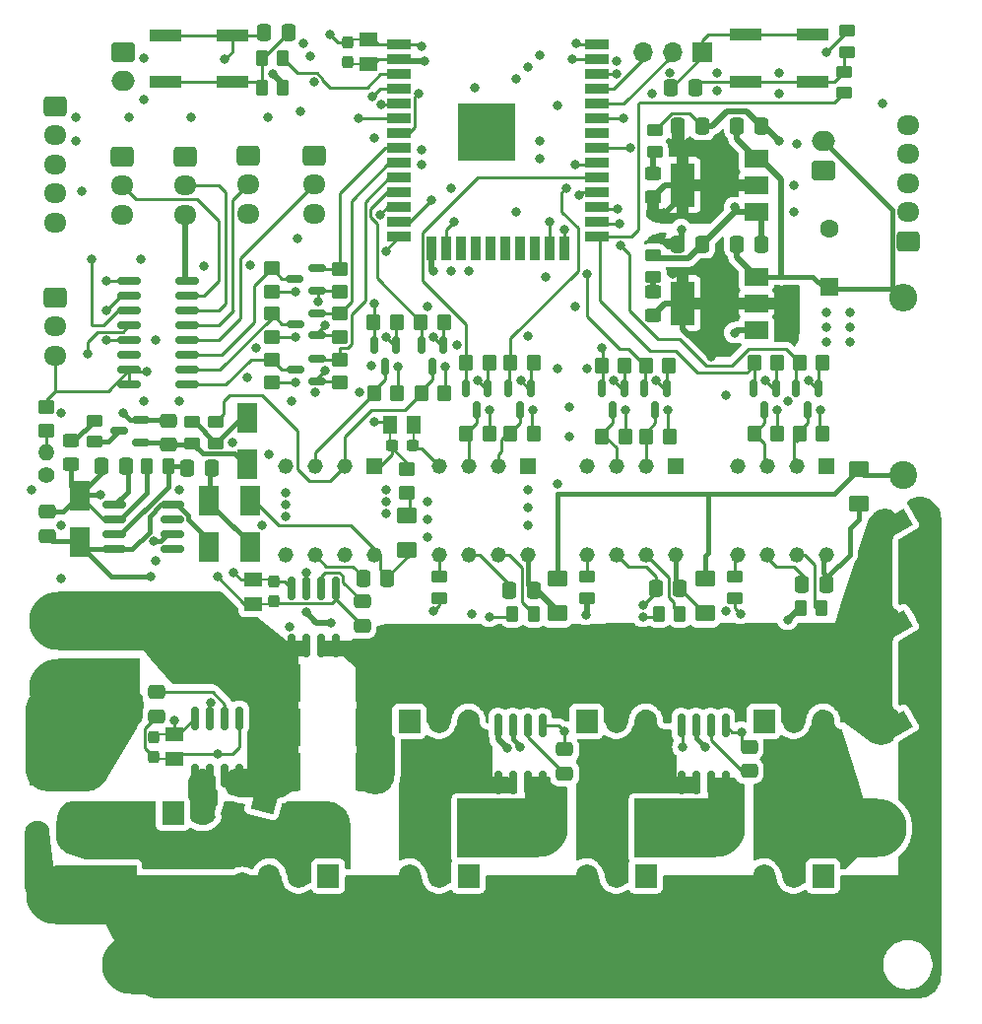
<source format=gbr>
%TF.GenerationSoftware,KiCad,Pcbnew,(6.0.7)*%
%TF.CreationDate,2022-12-27T00:24:06+11:00*%
%TF.ProjectId,esp32_esc,65737033-325f-4657-9363-2e6b69636164,rev?*%
%TF.SameCoordinates,Original*%
%TF.FileFunction,Copper,L1,Top*%
%TF.FilePolarity,Positive*%
%FSLAX46Y46*%
G04 Gerber Fmt 4.6, Leading zero omitted, Abs format (unit mm)*
G04 Created by KiCad (PCBNEW (6.0.7)) date 2022-12-27 00:24:06*
%MOMM*%
%LPD*%
G01*
G04 APERTURE LIST*
G04 Aperture macros list*
%AMRoundRect*
0 Rectangle with rounded corners*
0 $1 Rounding radius*
0 $2 $3 $4 $5 $6 $7 $8 $9 X,Y pos of 4 corners*
0 Add a 4 corners polygon primitive as box body*
4,1,4,$2,$3,$4,$5,$6,$7,$8,$9,$2,$3,0*
0 Add four circle primitives for the rounded corners*
1,1,$1+$1,$2,$3*
1,1,$1+$1,$4,$5*
1,1,$1+$1,$6,$7*
1,1,$1+$1,$8,$9*
0 Add four rect primitives between the rounded corners*
20,1,$1+$1,$2,$3,$4,$5,0*
20,1,$1+$1,$4,$5,$6,$7,0*
20,1,$1+$1,$6,$7,$8,$9,0*
20,1,$1+$1,$8,$9,$2,$3,0*%
%AMRotRect*
0 Rectangle, with rotation*
0 The origin of the aperture is its center*
0 $1 length*
0 $2 width*
0 $3 Rotation angle, in degrees counterclockwise*
0 Add horizontal line*
21,1,$1,$2,0,0,$3*%
%AMFreePoly0*
4,1,13,0.587500,-0.725000,0.100000,-0.725000,0.100000,-2.000000,0.080902,-2.058779,0.030902,-2.095106,-0.030902,-2.095106,-0.080902,-2.058779,-0.100000,-2.000000,-0.100000,-0.725000,-0.587500,-0.725000,-0.587500,0.725000,0.587500,0.725000,0.587500,-0.725000,0.587500,-0.725000,$1*%
%AMFreePoly1*
4,1,32,7.000000,-2.500000,0.000000,-2.500000,0.000000,-2.495067,-0.156976,-2.495067,-0.468453,-2.455718,-0.772542,-2.377641,-1.064448,-2.262068,-1.339567,-2.110820,-1.593560,-1.926283,-1.822422,-1.711368,-2.022542,-1.469463,-2.190767,-1.204384,-2.324441,-0.920311,-2.421458,-0.621725,-2.480287,-0.313333,-2.500000,0.000000,-2.480287,0.313333,-2.421458,0.621725,-2.324441,0.920311,-2.190767,1.204384,
-2.022542,1.469463,-1.822422,1.711368,-1.593560,1.926283,-1.339567,2.110820,-1.064448,2.262068,-0.772542,2.377641,-0.468453,2.455718,-0.156976,2.495067,0.000000,2.495067,0.000000,2.500000,7.000000,2.500000,7.000000,-2.500000,7.000000,-2.500000,$1*%
G04 Aperture macros list end*
%TA.AperFunction,ComponentPad*%
%ADD10RotRect,2.000000X2.000000X255.000000*%
%TD*%
%TA.AperFunction,ComponentPad*%
%ADD11C,2.000000*%
%TD*%
%TA.AperFunction,ComponentPad*%
%ADD12R,1.600000X1.600000*%
%TD*%
%TA.AperFunction,ComponentPad*%
%ADD13C,1.600000*%
%TD*%
%TA.AperFunction,ComponentPad*%
%ADD14R,4.000000X4.000000*%
%TD*%
%TA.AperFunction,SMDPad,CuDef*%
%ADD15RoundRect,0.237500X0.237500X-0.300000X0.237500X0.300000X-0.237500X0.300000X-0.237500X-0.300000X0*%
%TD*%
%TA.AperFunction,SMDPad,CuDef*%
%ADD16FreePoly0,90.000000*%
%TD*%
%TA.AperFunction,SMDPad,CuDef*%
%ADD17RoundRect,0.250000X-0.450000X0.262500X-0.450000X-0.262500X0.450000X-0.262500X0.450000X0.262500X0*%
%TD*%
%TA.AperFunction,SMDPad,CuDef*%
%ADD18RoundRect,0.249999X-0.450001X-1.425001X0.450001X-1.425001X0.450001X1.425001X-0.450001X1.425001X0*%
%TD*%
%TA.AperFunction,SMDPad,CuDef*%
%ADD19RoundRect,0.250000X-0.475000X0.337500X-0.475000X-0.337500X0.475000X-0.337500X0.475000X0.337500X0*%
%TD*%
%TA.AperFunction,SMDPad,CuDef*%
%ADD20RoundRect,0.250000X0.262500X0.450000X-0.262500X0.450000X-0.262500X-0.450000X0.262500X-0.450000X0*%
%TD*%
%TA.AperFunction,SMDPad,CuDef*%
%ADD21RoundRect,0.250000X0.350000X0.450000X-0.350000X0.450000X-0.350000X-0.450000X0.350000X-0.450000X0*%
%TD*%
%TA.AperFunction,ComponentPad*%
%ADD22FreePoly1,0.000000*%
%TD*%
%TA.AperFunction,SMDPad,CuDef*%
%ADD23RoundRect,0.250000X-0.337500X-0.475000X0.337500X-0.475000X0.337500X0.475000X-0.337500X0.475000X0*%
%TD*%
%TA.AperFunction,SMDPad,CuDef*%
%ADD24RoundRect,0.250000X-0.450000X0.325000X-0.450000X-0.325000X0.450000X-0.325000X0.450000X0.325000X0*%
%TD*%
%TA.AperFunction,SMDPad,CuDef*%
%ADD25RoundRect,0.250000X0.337500X0.475000X-0.337500X0.475000X-0.337500X-0.475000X0.337500X-0.475000X0*%
%TD*%
%TA.AperFunction,SMDPad,CuDef*%
%ADD26RoundRect,0.250000X0.475000X-0.337500X0.475000X0.337500X-0.475000X0.337500X-0.475000X-0.337500X0*%
%TD*%
%TA.AperFunction,ComponentPad*%
%ADD27R,1.318000X1.318000*%
%TD*%
%TA.AperFunction,ComponentPad*%
%ADD28C,1.318000*%
%TD*%
%TA.AperFunction,ComponentPad*%
%ADD29RoundRect,0.250000X-0.750000X0.600000X-0.750000X-0.600000X0.750000X-0.600000X0.750000X0.600000X0*%
%TD*%
%TA.AperFunction,ComponentPad*%
%ADD30O,2.000000X1.700000*%
%TD*%
%TA.AperFunction,SMDPad,CuDef*%
%ADD31RoundRect,0.250000X0.450000X-0.350000X0.450000X0.350000X-0.450000X0.350000X-0.450000X-0.350000X0*%
%TD*%
%TA.AperFunction,SMDPad,CuDef*%
%ADD32RoundRect,0.150000X-0.150000X0.587500X-0.150000X-0.587500X0.150000X-0.587500X0.150000X0.587500X0*%
%TD*%
%TA.AperFunction,SMDPad,CuDef*%
%ADD33R,1.800000X2.500000*%
%TD*%
%TA.AperFunction,SMDPad,CuDef*%
%ADD34RoundRect,0.237500X-0.237500X0.300000X-0.237500X-0.300000X0.237500X-0.300000X0.237500X0.300000X0*%
%TD*%
%TA.AperFunction,SMDPad,CuDef*%
%ADD35FreePoly0,270.000000*%
%TD*%
%TA.AperFunction,ComponentPad*%
%ADD36FreePoly1,180.000000*%
%TD*%
%TA.AperFunction,ComponentPad*%
%ADD37RoundRect,0.250000X-0.725000X0.600000X-0.725000X-0.600000X0.725000X-0.600000X0.725000X0.600000X0*%
%TD*%
%TA.AperFunction,ComponentPad*%
%ADD38O,1.950000X1.700000*%
%TD*%
%TA.AperFunction,SMDPad,CuDef*%
%ADD39RoundRect,0.150000X-0.825000X-0.150000X0.825000X-0.150000X0.825000X0.150000X-0.825000X0.150000X0*%
%TD*%
%TA.AperFunction,ComponentPad*%
%ADD40R,1.700000X1.700000*%
%TD*%
%TA.AperFunction,ComponentPad*%
%ADD41O,1.700000X1.700000*%
%TD*%
%TA.AperFunction,SMDPad,CuDef*%
%ADD42RoundRect,0.250000X-0.262500X-0.450000X0.262500X-0.450000X0.262500X0.450000X-0.262500X0.450000X0*%
%TD*%
%TA.AperFunction,SMDPad,CuDef*%
%ADD43R,2.000000X1.500000*%
%TD*%
%TA.AperFunction,SMDPad,CuDef*%
%ADD44R,2.000000X3.800000*%
%TD*%
%TA.AperFunction,SMDPad,CuDef*%
%ADD45RoundRect,0.250001X0.624999X-0.462499X0.624999X0.462499X-0.624999X0.462499X-0.624999X-0.462499X0*%
%TD*%
%TA.AperFunction,SMDPad,CuDef*%
%ADD46RoundRect,0.150000X0.150000X-0.825000X0.150000X0.825000X-0.150000X0.825000X-0.150000X-0.825000X0*%
%TD*%
%TA.AperFunction,ComponentPad*%
%ADD47RotRect,1.600000X1.600000X300.000000*%
%TD*%
%TA.AperFunction,ComponentPad*%
%ADD48RoundRect,0.250000X0.725000X-0.600000X0.725000X0.600000X-0.725000X0.600000X-0.725000X-0.600000X0*%
%TD*%
%TA.AperFunction,SMDPad,CuDef*%
%ADD49RoundRect,0.150000X0.587500X0.150000X-0.587500X0.150000X-0.587500X-0.150000X0.587500X-0.150000X0*%
%TD*%
%TA.AperFunction,ComponentPad*%
%ADD50C,2.400000*%
%TD*%
%TA.AperFunction,ComponentPad*%
%ADD51O,2.400000X2.400000*%
%TD*%
%TA.AperFunction,SMDPad,CuDef*%
%ADD52RoundRect,0.250000X0.450000X-0.262500X0.450000X0.262500X-0.450000X0.262500X-0.450000X-0.262500X0*%
%TD*%
%TA.AperFunction,SMDPad,CuDef*%
%ADD53R,2.750000X1.000000*%
%TD*%
%TA.AperFunction,SMDPad,CuDef*%
%ADD54RoundRect,0.237500X-0.300000X-0.237500X0.300000X-0.237500X0.300000X0.237500X-0.300000X0.237500X0*%
%TD*%
%TA.AperFunction,SMDPad,CuDef*%
%ADD55FreePoly0,0.000000*%
%TD*%
%TA.AperFunction,SMDPad,CuDef*%
%ADD56R,2.000000X0.900000*%
%TD*%
%TA.AperFunction,SMDPad,CuDef*%
%ADD57R,0.900000X2.000000*%
%TD*%
%TA.AperFunction,SMDPad,CuDef*%
%ADD58R,5.000000X5.000000*%
%TD*%
%TA.AperFunction,ComponentPad*%
%ADD59C,1.400000*%
%TD*%
%TA.AperFunction,ComponentPad*%
%ADD60O,1.400000X1.400000*%
%TD*%
%TA.AperFunction,ComponentPad*%
%ADD61RoundRect,0.250000X0.750000X-0.600000X0.750000X0.600000X-0.750000X0.600000X-0.750000X-0.600000X0*%
%TD*%
%TA.AperFunction,ComponentPad*%
%ADD62R,1.905000X2.000000*%
%TD*%
%TA.AperFunction,ComponentPad*%
%ADD63O,1.905000X2.000000*%
%TD*%
%TA.AperFunction,ComponentPad*%
%ADD64C,3.000000*%
%TD*%
%TA.AperFunction,ViaPad*%
%ADD65C,0.800000*%
%TD*%
%TA.AperFunction,Conductor*%
%ADD66C,0.250000*%
%TD*%
%TA.AperFunction,Conductor*%
%ADD67C,0.254000*%
%TD*%
%TA.AperFunction,Conductor*%
%ADD68C,0.508000*%
%TD*%
%TA.AperFunction,Conductor*%
%ADD69C,0.381000*%
%TD*%
G04 APERTURE END LIST*
D10*
%TO.P,C3,1*%
%TO.N,VBUS*%
X61214000Y-102362000D03*
D11*
%TO.P,C3,2*%
%TO.N,GNDPWR*%
X59272857Y-109606444D03*
%TD*%
D12*
%TO.P,C14,1*%
%TO.N,VSC*%
X41783000Y-100340349D03*
D13*
%TO.P,C14,2*%
%TO.N,GNDPWR*%
X41783000Y-105340349D03*
%TD*%
D14*
%TO.P,REF\u002A\u002A,1*%
%TO.N,N/C*%
X80264000Y-44958000D03*
%TD*%
D15*
%TO.P,C35,1*%
%TO.N,GND*%
X61976000Y-85317500D03*
D16*
X60198000Y-85514000D03*
D15*
%TO.P,C35,2*%
%TO.N,+5V*%
X61976000Y-83592500D03*
D16*
X60198000Y-83439000D03*
%TD*%
D17*
%TO.P,R23,1*%
%TO.N,Net-(D8-Pad1)*%
X46605750Y-69751250D03*
%TO.P,R23,2*%
%TO.N,Net-(Q7-Pad3)*%
X46605750Y-71576250D03*
%TD*%
D18*
%TO.P,R33,1*%
%TO.N,VBUS*%
X63625000Y-99949000D03*
%TO.P,R33,2*%
%TO.N,VMOTOR*%
X69725000Y-99949000D03*
%TD*%
D19*
%TO.P,C12,1*%
%TO.N,Net-(C12-Pad1)*%
X51943000Y-93069500D03*
%TO.P,C12,2*%
%TO.N,GND*%
X51943000Y-95144500D03*
%TD*%
D20*
%TO.P,R8,1*%
%TO.N,Net-(R8-Pad1)*%
X84328000Y-86360000D03*
%TO.P,R8,2*%
%TO.N,Net-(Q1-Pad1)*%
X82503000Y-86360000D03*
%TD*%
D21*
%TO.P,R60,1*%
%TO.N,+5V*%
X72609000Y-67402500D03*
%TO.P,R60,2*%
%TO.N,SW*%
X70609000Y-67402500D03*
%TD*%
D17*
%TO.P,R34,1*%
%TO.N,GND*%
X94615000Y-55602500D03*
%TO.P,R34,2*%
%TO.N,Net-(D11-Pad1)*%
X94615000Y-57427500D03*
%TD*%
D22*
%TO.P,J4,1,Pin_1*%
%TO.N,VSC*%
X43482500Y-92710000D03*
%TD*%
D23*
%TO.P,C41,1*%
%TO.N,GND*%
X96162500Y-41148000D03*
%TO.P,C41,2*%
%TO.N,Net-(C41-Pad2)*%
X98237500Y-41148000D03*
%TD*%
D24*
%TO.P,5v-ON,1,K*%
%TO.N,Net-(D11-Pad1)*%
X94615000Y-58665000D03*
%TO.P,5v-ON,2,A*%
%TO.N,+5V*%
X94615000Y-60715000D03*
%TD*%
D25*
%TO.P,C20,1*%
%TO.N,VBS*%
X96901000Y-84201000D03*
%TO.P,C20,2*%
%TO.N,Net-(C20-Pad2)*%
X94826000Y-84201000D03*
%TD*%
D23*
%TO.P,C42,1*%
%TO.N,GND*%
X61192500Y-36449000D03*
%TO.P,C42,2*%
%TO.N,Net-(C42-Pad2)*%
X63267500Y-36449000D03*
%TD*%
D21*
%TO.P,R58,1*%
%TO.N,+5V*%
X76673000Y-67402500D03*
%TO.P,R58,2*%
%TO.N,SR*%
X74673000Y-67402500D03*
%TD*%
D24*
%TO.P,D8,1,K*%
%TO.N,Net-(D8-Pad1)*%
X44573750Y-71503250D03*
%TO.P,D8,2,A*%
%TO.N,Net-(C23-Pad2)*%
X44573750Y-73553250D03*
%TD*%
D26*
%TO.P,C31,1*%
%TO.N,Net-(C31-Pad1)*%
X52955750Y-71819750D03*
%TO.P,C31,2*%
%TO.N,GNDPWR*%
X52955750Y-69744750D03*
%TD*%
D27*
%TO.P,U7,1,VCC*%
%TO.N,RAW*%
X96560000Y-73687500D03*
D28*
%TO.P,U7,2,HIN*%
%TO.N,VH*%
X94020000Y-73687500D03*
%TO.P,U7,3,LIN*%
%TO.N,VL*%
X91480000Y-73687500D03*
%TO.P,U7,4,COM*%
%TO.N,GND*%
X88940000Y-73687500D03*
%TO.P,U7,5,LO*%
%TO.N,Net-(R19-Pad1)*%
X88940000Y-81307500D03*
%TO.P,U7,6,VS*%
%TO.N,Net-(C20-Pad2)*%
X91480000Y-81307500D03*
%TO.P,U7,7,HO*%
%TO.N,Net-(R14-Pad1)*%
X94020000Y-81307500D03*
%TO.P,U7,8,VB*%
%TO.N,VBS*%
X96560000Y-81307500D03*
%TD*%
D29*
%TO.P,J9,1,Pin_1*%
%TO.N,+3V3*%
X49068000Y-38100000D03*
D30*
%TO.P,J9,2,Pin_2*%
%TO.N,GND*%
X49068000Y-40600000D03*
%TD*%
D31*
%TO.P,R56,1*%
%TO.N,+3V3*%
X67647000Y-66516000D03*
%TO.P,R56,2*%
%TO.N,/3V3to5V8/LIN*%
X67647000Y-64516000D03*
%TD*%
D32*
%TO.P,Q20,1,G*%
%TO.N,+3V3*%
X72512000Y-63246000D03*
%TO.P,Q20,2,S*%
%TO.N,/3V3to5V9/LIN*%
X70612000Y-63246000D03*
%TO.P,Q20,3,D*%
%TO.N,SW*%
X71562000Y-65121000D03*
%TD*%
D33*
%TO.P,D5,1,K*%
%TO.N,Net-(C22-Pad1)*%
X56388000Y-76656250D03*
%TO.P,D5,2,A*%
%TO.N,Vs*%
X56388000Y-80656250D03*
%TD*%
D21*
%TO.P,R7,1*%
%TO.N,+3V3*%
X76657000Y-61306500D03*
%TO.P,R7,2*%
%TO.N,/3V3to5V10/LIN*%
X74657000Y-61306500D03*
%TD*%
D25*
%TO.P,C10,1*%
%TO.N,UBS*%
X84328000Y-84328000D03*
%TO.P,C10,2*%
%TO.N,Net-(C10-Pad2)*%
X82253000Y-84328000D03*
%TD*%
D34*
%TO.P,C6,1*%
%TO.N,+5V*%
X51691000Y-96949000D03*
D35*
X53469000Y-96752500D03*
D34*
%TO.P,C6,2*%
%TO.N,GND*%
X51691000Y-98674000D03*
D35*
X53469000Y-98827500D03*
%TD*%
D12*
%TO.P,C28,1*%
%TO.N,RAW*%
X109728000Y-58282651D03*
D13*
%TO.P,C28,2*%
%TO.N,GND*%
X109728000Y-53282651D03*
%TD*%
D26*
%TO.P,C13,1*%
%TO.N,Net-(C13-Pad1)*%
X86995000Y-100097500D03*
%TO.P,C13,2*%
%TO.N,GND*%
X86995000Y-98022500D03*
%TD*%
D21*
%TO.P,R43,1*%
%TO.N,+5V*%
X96012000Y-71120000D03*
%TO.P,R43,2*%
%TO.N,VH*%
X94012000Y-71120000D03*
%TD*%
D25*
%TO.P,C32,1*%
%TO.N,WBS*%
X109474000Y-83820000D03*
%TO.P,C32,2*%
%TO.N,Net-(C32-Pad2)*%
X107399000Y-83820000D03*
%TD*%
D17*
%TO.P,R28,1*%
%TO.N,GND*%
X94742000Y-44807500D03*
%TO.P,R28,2*%
%TO.N,Net-(D10-Pad1)*%
X94742000Y-46632500D03*
%TD*%
D36*
%TO.P,J8,1,Pin_1*%
%TO.N,Net-(C32-Pad2)*%
X113870500Y-104775000D03*
%TD*%
D25*
%TO.P,C22,1*%
%TO.N,Net-(C22-Pad1)*%
X56663500Y-73830250D03*
%TO.P,C22,2*%
%TO.N,Net-(C22-Pad2)*%
X54588500Y-73830250D03*
%TD*%
D37*
%TO.P,J10,1,Pin_1*%
%TO.N,GND*%
X59773000Y-46990000D03*
D38*
%TO.P,J10,2,Pin_2*%
%TO.N,brake1*%
X59773000Y-49490000D03*
%TO.P,J10,3,Pin_3*%
%TO.N,+5V*%
X59773000Y-51990000D03*
%TD*%
D32*
%TO.P,Q19,1,G*%
%TO.N,+3V3*%
X76576000Y-63246000D03*
%TO.P,Q19,2,S*%
%TO.N,/3V3to5V10/LIN*%
X74676000Y-63246000D03*
%TO.P,Q19,3,D*%
%TO.N,SR*%
X75626000Y-65121000D03*
%TD*%
D39*
%TO.P,U6,1,X4*%
%TO.N,Net-(C24-Pad2)*%
X49595000Y-57785000D03*
%TO.P,U6,2,X6*%
%TO.N,Tsense*%
X49595000Y-59055000D03*
%TO.P,U6,3,X*%
%TO.N,Net-(R12-Pad2)*%
X49595000Y-60325000D03*
%TO.P,U6,4,X7*%
%TO.N,I_totsense*%
X49595000Y-61595000D03*
%TO.P,U6,5,X5*%
%TO.N,Net-(C25-Pad2)*%
X49595000Y-62865000D03*
%TO.P,U6,6,INH*%
%TO.N,unconnected-(U6-Pad6)*%
X49595000Y-64135000D03*
%TO.P,U6,7,VEE*%
%TO.N,GND*%
X49595000Y-65405000D03*
%TO.P,U6,8,VSS*%
X49595000Y-66675000D03*
%TO.P,U6,9,C*%
%TO.N,/3V3to5V8/HIN*%
X54545000Y-66675000D03*
%TO.P,U6,10,B*%
%TO.N,/3V3to5V7/HIN*%
X54545000Y-65405000D03*
%TO.P,U6,11,A*%
%TO.N,/3V3to5V6/HIN*%
X54545000Y-64135000D03*
%TO.P,U6,12,X3*%
%TO.N,boost*%
X54545000Y-62865000D03*
%TO.P,U6,13,X0*%
%TO.N,brake1*%
X54545000Y-61595000D03*
%TO.P,U6,14,X1*%
%TO.N,brake2*%
X54545000Y-60325000D03*
%TO.P,U6,15,X2*%
%TO.N,throttle*%
X54545000Y-59055000D03*
%TO.P,U6,16,VDD*%
%TO.N,+5V*%
X54545000Y-57785000D03*
%TD*%
D40*
%TO.P,J17,1,Pin_1*%
%TO.N,GND*%
X98806000Y-38100000D03*
D41*
%TO.P,J17,2,Pin_2*%
%TO.N,Net-(J17-Pad2)*%
X96266000Y-38100000D03*
%TO.P,J17,3,Pin_3*%
%TO.N,Net-(J17-Pad3)*%
X93726000Y-38100000D03*
%TD*%
D32*
%TO.P,Q11,1,G*%
%TO.N,+3V3*%
X95750000Y-66963500D03*
%TO.P,Q11,2,S*%
%TO.N,/3V3to5V1/LIN*%
X93850000Y-66963500D03*
%TO.P,Q11,3,D*%
%TO.N,VH*%
X94800000Y-68838500D03*
%TD*%
D31*
%TO.P,R57,1*%
%TO.N,+5V*%
X61805000Y-66500000D03*
%TO.P,R57,2*%
%TO.N,/3V3to5V8/HIN*%
X61805000Y-64500000D03*
%TD*%
D42*
%TO.P,R36,1*%
%TO.N,Net-(C42-Pad2)*%
X60977500Y-41180000D03*
%TO.P,R36,2*%
%TO.N,+3V3*%
X62802500Y-41180000D03*
%TD*%
D36*
%TO.P,J3,1,Pin_1*%
%TO.N,Net-(J3-Pad1)*%
X84787500Y-104775000D03*
%TD*%
D32*
%TO.P,Q13,1,G*%
%TO.N,+3V3*%
X80383000Y-66963500D03*
%TO.P,Q13,2,S*%
%TO.N,/3V3to5V3/LIN*%
X78483000Y-66963500D03*
%TO.P,Q13,3,D*%
%TO.N,UL*%
X79433000Y-68838500D03*
%TD*%
D39*
%TO.P,U9,1,GND*%
%TO.N,Net-(C29-Pad2)*%
X48325000Y-77005250D03*
%TO.P,U9,2,TR*%
%TO.N,Net-(C23-Pad2)*%
X48325000Y-78275250D03*
%TO.P,U9,3,Q*%
%TO.N,Net-(C22-Pad2)*%
X48325000Y-79545250D03*
%TO.P,U9,4,R*%
%TO.N,Vs*%
X48325000Y-80815250D03*
%TO.P,U9,5,CV*%
%TO.N,unconnected-(U9-Pad5)*%
X53275000Y-80815250D03*
%TO.P,U9,6,THR*%
%TO.N,Net-(C23-Pad2)*%
X53275000Y-79545250D03*
%TO.P,U9,7,DIS*%
%TO.N,unconnected-(U9-Pad7)*%
X53275000Y-78275250D03*
%TO.P,U9,8,VCC*%
%TO.N,Vs*%
X53275000Y-77005250D03*
%TD*%
D43*
%TO.P,U10,1,GND*%
%TO.N,GND*%
X103480000Y-51830000D03*
D44*
%TO.P,U10,2,VO*%
%TO.N,+3V3*%
X97180000Y-49530000D03*
D43*
X103480000Y-49530000D03*
%TO.P,U10,3,VI*%
%TO.N,RAW*%
X103480000Y-47230000D03*
%TD*%
D22*
%TO.P,J5,1,Pin_1*%
%TO.N,GNDPWR*%
X43180000Y-110490000D03*
%TD*%
D32*
%TO.P,Q10,1,G*%
%TO.N,+3V3*%
X105152750Y-66963500D03*
%TO.P,Q10,2,S*%
%TO.N,IO0*%
X103252750Y-66963500D03*
%TO.P,Q10,3,D*%
%TO.N,WL*%
X104202750Y-68838500D03*
%TD*%
D26*
%TO.P,C23,1*%
%TO.N,Vs*%
X42541750Y-79661750D03*
%TO.P,C23,2*%
%TO.N,Net-(C23-Pad2)*%
X42541750Y-77586750D03*
%TD*%
D45*
%TO.P,D3,1,K*%
%TO.N,WBS*%
X112268000Y-76925500D03*
%TO.P,D3,2,A*%
%TO.N,Net-(D1-Pad2)*%
X112268000Y-73950500D03*
%TD*%
D46*
%TO.P,U8,1,IP+*%
%TO.N,Net-(C20-Pad2)*%
X97028000Y-100900000D03*
%TO.P,U8,2,IP+*%
X98298000Y-100900000D03*
%TO.P,U8,3,IP-*%
%TO.N,Net-(J6-Pad1)*%
X99568000Y-100900000D03*
%TO.P,U8,4,IP-*%
X100838000Y-100900000D03*
%TO.P,U8,5,GND*%
%TO.N,GND*%
X100838000Y-95950000D03*
%TO.P,U8,6,FILTER*%
%TO.N,Net-(C26-Pad1)*%
X99568000Y-95950000D03*
%TO.P,U8,7,VIOUT*%
%TO.N,I_Vsense*%
X98298000Y-95950000D03*
%TO.P,U8,8,VCC*%
%TO.N,+5V*%
X97028000Y-95950000D03*
%TD*%
D31*
%TO.P,R53,1*%
%TO.N,+5V*%
X61793250Y-58704250D03*
%TO.P,R53,2*%
%TO.N,/3V3to5V6/HIN*%
X61793250Y-56704250D03*
%TD*%
D17*
%TO.P,R24,1*%
%TO.N,SR*%
X57019750Y-69869750D03*
%TO.P,R24,2*%
%TO.N,Net-(D9-Pad1)*%
X57019750Y-71694750D03*
%TD*%
D43*
%TO.P,U12,1,GND*%
%TO.N,GND*%
X103480000Y-61990000D03*
D44*
%TO.P,U12,2,VO*%
%TO.N,+5V*%
X97180000Y-59690000D03*
D43*
X103480000Y-59690000D03*
%TO.P,U12,3,VI*%
%TO.N,RAW*%
X103480000Y-57390000D03*
%TD*%
D21*
%TO.P,R42,1*%
%TO.N,+3V3*%
X95996000Y-65024000D03*
%TO.P,R42,2*%
%TO.N,/3V3to5V1/LIN*%
X93996000Y-65024000D03*
%TD*%
D25*
%TO.P,C11,1*%
%TO.N,cp*%
X71755000Y-83312000D03*
%TO.P,C11,2*%
%TO.N,Vs*%
X69680000Y-83312000D03*
%TD*%
D47*
%TO.P,C4,1*%
%TO.N,VMOTOR*%
X115844000Y-78385273D03*
D13*
%TO.P,C4,2*%
%TO.N,GNDPWR*%
X118344000Y-82715400D03*
%TD*%
D23*
%TO.P,C33,1*%
%TO.N,RAW*%
X101832500Y-54610000D03*
%TO.P,C33,2*%
%TO.N,GND*%
X103907500Y-54610000D03*
%TD*%
D21*
%TO.P,R59,1*%
%TO.N,+3V3*%
X72593000Y-61306500D03*
%TO.P,R59,2*%
%TO.N,/3V3to5V9/LIN*%
X70593000Y-61306500D03*
%TD*%
D24*
%TO.P,3v3-ON,1,K*%
%TO.N,Net-(D10-Pad1)*%
X94615000Y-48505000D03*
%TO.P,3v3-ON,2,A*%
%TO.N,+3V3*%
X94615000Y-50555000D03*
%TD*%
D32*
%TO.P,Q14,1,G*%
%TO.N,+3V3*%
X84082000Y-66955500D03*
%TO.P,Q14,2,S*%
%TO.N,/3V3to5V4/LIN*%
X82182000Y-66955500D03*
%TO.P,Q14,3,D*%
%TO.N,UH*%
X83132000Y-68830500D03*
%TD*%
D21*
%TO.P,R47,1*%
%TO.N,+5V*%
X80518000Y-70866000D03*
%TO.P,R47,2*%
%TO.N,UL*%
X78518000Y-70866000D03*
%TD*%
D31*
%TO.P,R30,1*%
%TO.N,Tsense*%
X42418000Y-70596000D03*
%TO.P,R30,2*%
%TO.N,GND*%
X42418000Y-68596000D03*
%TD*%
D33*
%TO.P,D9,1,K*%
%TO.N,Net-(D9-Pad1)*%
X59690000Y-69512250D03*
%TO.P,D9,2,A*%
%TO.N,Net-(C31-Pad1)*%
X59690000Y-73512250D03*
%TD*%
D21*
%TO.P,R51,1*%
%TO.N,+5V*%
X92202000Y-71120000D03*
%TO.P,R51,2*%
%TO.N,VL*%
X90202000Y-71120000D03*
%TD*%
D46*
%TO.P,U5,1,IP+*%
%TO.N,Net-(C10-Pad2)*%
X81280000Y-100900000D03*
%TO.P,U5,2,IP+*%
X82550000Y-100900000D03*
%TO.P,U5,3,IP-*%
%TO.N,Net-(J3-Pad1)*%
X83820000Y-100900000D03*
%TO.P,U5,4,IP-*%
X85090000Y-100900000D03*
%TO.P,U5,5,GND*%
%TO.N,GND*%
X85090000Y-95950000D03*
%TO.P,U5,6,FILTER*%
%TO.N,Net-(C13-Pad1)*%
X83820000Y-95950000D03*
%TO.P,U5,7,VIOUT*%
%TO.N,I_Usense*%
X82550000Y-95950000D03*
%TO.P,U5,8,VCC*%
%TO.N,+5V*%
X81280000Y-95950000D03*
%TD*%
D37*
%TO.P,J14,1,Pin_1*%
%TO.N,GND*%
X65488000Y-46990000D03*
D38*
%TO.P,J14,2,Pin_2*%
%TO.N,boost*%
X65488000Y-49490000D03*
%TO.P,J14,3,Pin_3*%
%TO.N,+5V*%
X65488000Y-51990000D03*
%TD*%
D45*
%TO.P,D4,1,K*%
%TO.N,cp*%
X73406000Y-80862500D03*
%TO.P,D4,2,A*%
%TO.N,Net-(D4-Pad2)*%
X73406000Y-77887500D03*
%TD*%
D48*
%TO.P,J12,1,Pin_1*%
%TO.N,hallC*%
X116540000Y-54356000D03*
D38*
%TO.P,J12,2,Pin_2*%
%TO.N,hallB*%
X116540000Y-51856000D03*
%TO.P,J12,3,Pin_3*%
%TO.N,hallA*%
X116540000Y-49356000D03*
%TO.P,J12,4,Pin_4*%
%TO.N,+5V*%
X116540000Y-46856000D03*
%TO.P,J12,5,Pin_5*%
%TO.N,GND*%
X116540000Y-44356000D03*
%TD*%
D21*
%TO.P,R48,1*%
%TO.N,+3V3*%
X84328000Y-64778000D03*
%TO.P,R48,2*%
%TO.N,/3V3to5V4/LIN*%
X82328000Y-64778000D03*
%TD*%
D49*
%TO.P,Q7,1,G*%
%TO.N,Net-(C31-Pad1)*%
X50591250Y-71613750D03*
%TO.P,Q7,2,S*%
%TO.N,GNDPWR*%
X50591250Y-69713750D03*
%TO.P,Q7,3,D*%
%TO.N,Net-(Q7-Pad3)*%
X48716250Y-70663750D03*
%TD*%
D17*
%TO.P,R29,1*%
%TO.N,Net-(R29-Pad1)*%
X101600000Y-83185000D03*
%TO.P,R29,2*%
%TO.N,Net-(Q9-Pad1)*%
X101600000Y-85010000D03*
%TD*%
D50*
%TO.P,R1,1*%
%TO.N,Net-(D1-Pad2)*%
X116078000Y-74422000D03*
D51*
%TO.P,R1,2*%
%TO.N,RAW*%
X116078000Y-59182000D03*
%TD*%
D17*
%TO.P,R10,1*%
%TO.N,Net-(R10-Pad1)*%
X76200000Y-83161500D03*
%TO.P,R10,2*%
%TO.N,Net-(Q3-Pad1)*%
X76200000Y-84986500D03*
%TD*%
D45*
%TO.P,D1,1,K*%
%TO.N,UBS*%
X86360000Y-86323500D03*
%TO.P,D1,2,A*%
%TO.N,Net-(D1-Pad2)*%
X86360000Y-83348500D03*
%TD*%
D46*
%TO.P,U13,1,IP+*%
%TO.N,VBUS*%
X63500000Y-89089000D03*
%TO.P,U13,2,IP+*%
X64770000Y-89089000D03*
%TO.P,U13,3,IP-*%
%TO.N,VMOTOR*%
X66040000Y-89089000D03*
%TO.P,U13,4,IP-*%
X67310000Y-89089000D03*
%TO.P,U13,5,GND*%
%TO.N,GND*%
X67310000Y-84139000D03*
%TO.P,U13,6,FILTER*%
%TO.N,Net-(C40-Pad1)*%
X66040000Y-84139000D03*
%TO.P,U13,7,VIOUT*%
%TO.N,I_totsense*%
X64770000Y-84139000D03*
%TO.P,U13,8,VCC*%
%TO.N,+5V*%
X63500000Y-84139000D03*
%TD*%
D20*
%TO.P,R22,1*%
%TO.N,Net-(C22-Pad2)*%
X52917250Y-73703250D03*
%TO.P,R22,2*%
%TO.N,Net-(C23-Pad2)*%
X51092250Y-73703250D03*
%TD*%
D19*
%TO.P,C40,1*%
%TO.N,Net-(C40-Pad1)*%
X69596000Y-85322500D03*
%TO.P,C40,2*%
%TO.N,GND*%
X69596000Y-87397500D03*
%TD*%
D27*
%TO.P,U1,1,VCC*%
%TO.N,RAW*%
X83820000Y-73660000D03*
D28*
%TO.P,U1,2,HIN*%
%TO.N,UH*%
X81280000Y-73660000D03*
%TO.P,U1,3,LIN*%
%TO.N,UL*%
X78740000Y-73660000D03*
%TO.P,U1,4,COM*%
%TO.N,GND*%
X76200000Y-73660000D03*
%TO.P,U1,5,LO*%
%TO.N,Net-(R10-Pad1)*%
X76200000Y-81280000D03*
%TO.P,U1,6,VS*%
%TO.N,Net-(C10-Pad2)*%
X78740000Y-81280000D03*
%TO.P,U1,7,HO*%
%TO.N,Net-(R8-Pad1)*%
X81280000Y-81280000D03*
%TO.P,U1,8,VB*%
%TO.N,UBS*%
X83820000Y-81280000D03*
%TD*%
D21*
%TO.P,R49,1*%
%TO.N,+5V*%
X84328000Y-70858000D03*
%TO.P,R49,2*%
%TO.N,UH*%
X82328000Y-70858000D03*
%TD*%
D22*
%TO.P,J2,1,Pin_1*%
%TO.N,GNDPWR*%
X49762500Y-116500000D03*
%TD*%
D52*
%TO.P,R37,1*%
%TO.N,IO0*%
X110998000Y-41632500D03*
%TO.P,R37,2*%
%TO.N,Net-(C41-Pad2)*%
X110998000Y-39807500D03*
%TD*%
D37*
%TO.P,J11,1,Pin_1*%
%TO.N,GND*%
X48943000Y-47070000D03*
D38*
%TO.P,J11,2,Pin_2*%
%TO.N,throttle*%
X48943000Y-49570000D03*
%TO.P,J11,3,Pin_3*%
%TO.N,+5V*%
X48943000Y-52070000D03*
%TD*%
D53*
%TO.P,SW2,1,A*%
%TO.N,Net-(C42-Pad2)*%
X58420000Y-40640000D03*
X52660000Y-40640000D03*
%TO.P,SW2,2,B*%
%TO.N,GND*%
X58420000Y-36640000D03*
X52660000Y-36640000D03*
%TD*%
D54*
%TO.P,C1,1*%
%TO.N,RAW*%
X72184000Y-71880000D03*
D55*
X71987500Y-70102000D03*
D54*
%TO.P,C1,2*%
%TO.N,GND*%
X73909000Y-71880000D03*
D55*
X74062500Y-70102000D03*
%TD*%
D36*
%TO.P,J6,1,Pin_1*%
%TO.N,Net-(J6-Pad1)*%
X100027500Y-104775000D03*
%TD*%
D34*
%TO.P,C2,1*%
%TO.N,GND*%
X68328000Y-37259000D03*
D35*
X70106000Y-37062500D03*
D34*
%TO.P,C2,2*%
%TO.N,+3V3*%
X68328000Y-38984000D03*
D35*
X70106000Y-39137500D03*
%TD*%
D23*
%TO.P,C34,1*%
%TO.N,+3V3*%
X96752500Y-44450000D03*
%TO.P,C34,2*%
%TO.N,GND*%
X98827500Y-44450000D03*
%TD*%
D21*
%TO.P,R45,1*%
%TO.N,+5V*%
X109204000Y-70866000D03*
%TO.P,R45,2*%
%TO.N,WH*%
X107204000Y-70866000D03*
%TD*%
D52*
%TO.P,R35,1*%
%TO.N,Net-(C41-Pad2)*%
X111252000Y-38100000D03*
%TO.P,R35,2*%
%TO.N,+3V3*%
X111252000Y-36275000D03*
%TD*%
D33*
%TO.P,D6,1,K*%
%TO.N,cp*%
X59944000Y-76656250D03*
%TO.P,D6,2,A*%
%TO.N,Net-(C22-Pad1)*%
X59944000Y-80656250D03*
%TD*%
D26*
%TO.P,C26,1*%
%TO.N,Net-(C26-Pad1)*%
X102870000Y-99865000D03*
%TO.P,C26,2*%
%TO.N,GND*%
X102870000Y-97790000D03*
%TD*%
D27*
%TO.P,U11,1,VCC*%
%TO.N,RAW*%
X109474000Y-73660000D03*
D28*
%TO.P,U11,2,HIN*%
%TO.N,WH*%
X106934000Y-73660000D03*
%TO.P,U11,3,LIN*%
%TO.N,WL*%
X104394000Y-73660000D03*
%TO.P,U11,4,COM*%
%TO.N,GND*%
X101854000Y-73660000D03*
%TO.P,U11,5,LO*%
%TO.N,Net-(R29-Pad1)*%
X101854000Y-81280000D03*
%TO.P,U11,6,VS*%
%TO.N,Net-(C32-Pad2)*%
X104394000Y-81280000D03*
%TO.P,U11,7,HO*%
%TO.N,Net-(R26-Pad1)*%
X106934000Y-81280000D03*
%TO.P,U11,8,VB*%
%TO.N,WBS*%
X109474000Y-81280000D03*
%TD*%
D32*
%TO.P,Q12,1,G*%
%TO.N,+3V3*%
X108809750Y-66963500D03*
%TO.P,Q12,2,S*%
%TO.N,/3V3to5V2/LIN*%
X106909750Y-66963500D03*
%TO.P,Q12,3,D*%
%TO.N,WH*%
X107859750Y-68838500D03*
%TD*%
D20*
%TO.P,R38,1*%
%TO.N,EN*%
X62802500Y-38640000D03*
%TO.P,R38,2*%
%TO.N,Net-(C42-Pad2)*%
X60977500Y-38640000D03*
%TD*%
D31*
%TO.P,R55,1*%
%TO.N,+5V*%
X61805000Y-62579000D03*
%TO.P,R55,2*%
%TO.N,/3V3to5V7/HIN*%
X61805000Y-60579000D03*
%TD*%
%TO.P,R54,1*%
%TO.N,+3V3*%
X67647000Y-62595000D03*
%TO.P,R54,2*%
%TO.N,/3V3to5V7/LIN*%
X67647000Y-60595000D03*
%TD*%
D47*
%TO.P,C43,1*%
%TO.N,VMOTOR*%
X115844000Y-87115642D03*
D13*
%TO.P,C43,2*%
%TO.N,GNDPWR*%
X118344000Y-91445769D03*
%TD*%
D21*
%TO.P,R41,1*%
%TO.N,+5V*%
X105287750Y-70866000D03*
%TO.P,R41,2*%
%TO.N,WL*%
X103287750Y-70866000D03*
%TD*%
D23*
%TO.P,C38,1*%
%TO.N,RAW*%
X101832500Y-44450000D03*
%TO.P,C38,2*%
%TO.N,GND*%
X103907500Y-44450000D03*
%TD*%
D37*
%TO.P,J16,1,Pin_1*%
%TO.N,TX_forbms*%
X43180000Y-59190000D03*
D38*
%TO.P,J16,2,Pin_2*%
%TO.N,RX_forbms*%
X43180000Y-61690000D03*
%TO.P,J16,3,Pin_3*%
%TO.N,GND*%
X43180000Y-64190000D03*
%TD*%
D21*
%TO.P,R46,1*%
%TO.N,+3V3*%
X80518000Y-64786000D03*
%TO.P,R46,2*%
%TO.N,/3V3to5V3/LIN*%
X78518000Y-64786000D03*
%TD*%
D32*
%TO.P,Q15,1,G*%
%TO.N,+3V3*%
X92105000Y-66963500D03*
%TO.P,Q15,2,S*%
%TO.N,/3V3to5V5/LIN*%
X90205000Y-66963500D03*
%TO.P,Q15,3,D*%
%TO.N,VL*%
X91155000Y-68838500D03*
%TD*%
D56*
%TO.P,U2,1,GND*%
%TO.N,GND*%
X72780000Y-37465000D03*
%TO.P,U2,2,VDD*%
%TO.N,+3V3*%
X72780000Y-38735000D03*
%TO.P,U2,3,EN*%
%TO.N,EN*%
X72780000Y-40005000D03*
%TO.P,U2,4,SENSOR_VP*%
%TO.N,Net-(R2-Pad2)*%
X72780000Y-41275000D03*
%TO.P,U2,5,SENSOR_VN*%
%TO.N,Net-(R3-Pad2)*%
X72780000Y-42545000D03*
%TO.P,U2,6,IO34*%
%TO.N,Net-(R12-Pad1)*%
X72780000Y-43815000D03*
%TO.P,U2,7,IO35*%
%TO.N,Net-(R16-Pad1)*%
X72780000Y-45085000D03*
%TO.P,U2,8,IO32*%
%TO.N,/3V3to5V6/LIN*%
X72780000Y-46355000D03*
%TO.P,U2,9,IO33*%
%TO.N,/3V3to5V7/LIN*%
X72780000Y-47625000D03*
%TO.P,U2,10,IO25*%
%TO.N,/3V3to5V8/LIN*%
X72780000Y-48895000D03*
%TO.P,U2,11,IO26*%
%TO.N,/3V3to5V10/LIN*%
X72780000Y-50165000D03*
%TO.P,U2,12,IO27*%
%TO.N,/3V3to5V9/LIN*%
X72780000Y-51435000D03*
%TO.P,U2,13,IO14*%
%TO.N,SCL*%
X72780000Y-52705000D03*
%TO.P,U2,14,IO12*%
%TO.N,DC*%
X72780000Y-53975000D03*
D57*
%TO.P,U2,15,GND*%
%TO.N,GND*%
X75565000Y-54975000D03*
%TO.P,U2,16,IO13*%
%TO.N,SDA*%
X76835000Y-54975000D03*
%TO.P,U2,17,SHD/SD2*%
%TO.N,unconnected-(U2-Pad17)*%
X78105000Y-54975000D03*
%TO.P,U2,18,SWP/SD3*%
%TO.N,unconnected-(U2-Pad18)*%
X79375000Y-54975000D03*
%TO.P,U2,19,SCS/CMD*%
%TO.N,unconnected-(U2-Pad19)*%
X80645000Y-54975000D03*
%TO.P,U2,20,SCK/CLK*%
%TO.N,unconnected-(U2-Pad20)*%
X81915000Y-54975000D03*
%TO.P,U2,21,SDO/SD0*%
%TO.N,unconnected-(U2-Pad21)*%
X83185000Y-54975000D03*
%TO.P,U2,22,SDI/SD1*%
%TO.N,unconnected-(U2-Pad22)*%
X84455000Y-54975000D03*
%TO.P,U2,23,IO15*%
%TO.N,CS*%
X85725000Y-54975000D03*
%TO.P,U2,24,IO2*%
%TO.N,/3V3to5V1/LIN*%
X86995000Y-54975000D03*
D56*
%TO.P,U2,25,IO0*%
%TO.N,IO0*%
X89780000Y-53975000D03*
%TO.P,U2,26,IO4*%
%TO.N,/3V3to5V2/LIN*%
X89780000Y-52705000D03*
%TO.P,U2,27,IO16*%
%TO.N,RX_forbms*%
X89780000Y-51435000D03*
%TO.P,U2,28,IO17*%
%TO.N,TX_forbms*%
X89780000Y-50165000D03*
%TO.P,U2,29,IO5*%
%TO.N,/3V3to5V3/LIN*%
X89780000Y-48895000D03*
%TO.P,U2,30,IO18*%
%TO.N,/3V3to5V4/LIN*%
X89780000Y-47625000D03*
%TO.P,U2,31,IO19*%
%TO.N,hallA*%
X89780000Y-46355000D03*
%TO.P,U2,32,NC*%
%TO.N,unconnected-(U2-Pad32)*%
X89780000Y-45085000D03*
%TO.P,U2,33,IO21*%
%TO.N,hallB*%
X89780000Y-43815000D03*
%TO.P,U2,34,RXD0/IO3*%
%TO.N,Net-(J17-Pad2)*%
X89780000Y-42545000D03*
%TO.P,U2,35,TXD0/IO1*%
%TO.N,Net-(J17-Pad3)*%
X89780000Y-41275000D03*
%TO.P,U2,36,IO22*%
%TO.N,hallC*%
X89780000Y-40005000D03*
%TO.P,U2,37,IO23*%
%TO.N,/3V3to5V5/LIN*%
X89780000Y-38735000D03*
%TO.P,U2,38,GND*%
%TO.N,GND*%
X89780000Y-37465000D03*
D58*
%TO.P,U2,39,GND*%
X80280000Y-44965000D03*
%TD*%
D49*
%TO.P,Q17,1,G*%
%TO.N,+3V3*%
X65707500Y-62444000D03*
%TO.P,Q17,2,S*%
%TO.N,/3V3to5V7/LIN*%
X65707500Y-60544000D03*
%TO.P,Q17,3,D*%
%TO.N,/3V3to5V7/HIN*%
X63832500Y-61494000D03*
%TD*%
D21*
%TO.P,R40,1*%
%TO.N,+3V3*%
X105303750Y-64770000D03*
%TO.P,R40,2*%
%TO.N,IO0*%
X103303750Y-64770000D03*
%TD*%
D20*
%TO.P,R26,1*%
%TO.N,Net-(R26-Pad1)*%
X109116500Y-85852000D03*
%TO.P,R26,2*%
%TO.N,Net-(Q8-Pad1)*%
X107291500Y-85852000D03*
%TD*%
D49*
%TO.P,Q18,1,G*%
%TO.N,+3V3*%
X65707500Y-66365000D03*
%TO.P,Q18,2,S*%
%TO.N,/3V3to5V8/LIN*%
X65707500Y-64465000D03*
%TO.P,Q18,3,D*%
%TO.N,/3V3to5V8/HIN*%
X63832500Y-65415000D03*
%TD*%
D59*
%TO.P,TH1,1*%
%TO.N,+5V*%
X42418000Y-74406000D03*
D60*
%TO.P,TH1,2*%
%TO.N,Tsense*%
X42418000Y-72506000D03*
%TD*%
D22*
%TO.P,J1,1,Pin_1*%
%TO.N,VBUS*%
X43482500Y-86995000D03*
%TD*%
D20*
%TO.P,R14,1*%
%TO.N,Net-(R14-Pad1)*%
X96924500Y-86360000D03*
%TO.P,R14,2*%
%TO.N,Net-(Q5-Pad1)*%
X95099500Y-86360000D03*
%TD*%
D23*
%TO.P,C29,1*%
%TO.N,Net-(C23-Pad2)*%
X47222500Y-73703250D03*
%TO.P,C29,2*%
%TO.N,Net-(C29-Pad2)*%
X49297500Y-73703250D03*
%TD*%
D27*
%TO.P,U3,1,VCC*%
%TO.N,RAW*%
X70612000Y-73687500D03*
D28*
%TO.P,U3,2,HIN*%
%TO.N,SR*%
X68072000Y-73687500D03*
%TO.P,U3,3,LIN*%
%TO.N,SW*%
X65532000Y-73687500D03*
%TO.P,U3,4,COM*%
%TO.N,GND*%
X62992000Y-73687500D03*
%TO.P,U3,5,LO*%
%TO.N,Net-(R11-Pad1)*%
X62992000Y-81307500D03*
%TO.P,U3,6,VS*%
%TO.N,Vs*%
X65532000Y-81307500D03*
%TO.P,U3,7,HO*%
%TO.N,Net-(R9-Pad1)*%
X68072000Y-81307500D03*
%TO.P,U3,8,VB*%
%TO.N,cp*%
X70612000Y-81307500D03*
%TD*%
D21*
%TO.P,R44,1*%
%TO.N,+3V3*%
X109204000Y-64770000D03*
%TO.P,R44,2*%
%TO.N,/3V3to5V2/LIN*%
X107204000Y-64770000D03*
%TD*%
D37*
%TO.P,J15,1,Pin_1*%
%TO.N,BLK*%
X43180000Y-42752000D03*
D38*
%TO.P,J15,2,Pin_2*%
%TO.N,CS*%
X43180000Y-45252000D03*
%TO.P,J15,3,Pin_3*%
%TO.N,DC*%
X43180000Y-47752000D03*
%TO.P,J15,4,Pin_4*%
%TO.N,SDA*%
X43180000Y-50252000D03*
%TO.P,J15,5,Pin_5*%
%TO.N,SCL*%
X43180000Y-52752000D03*
%TD*%
D61*
%TO.P,J7,1,Pin_1*%
%TO.N,GND*%
X109220000Y-48260000D03*
D30*
%TO.P,J7,2,Pin_2*%
%TO.N,RAW*%
X109220000Y-45760000D03*
%TD*%
D46*
%TO.P,U4,1,IP+*%
%TO.N,Net-(Q2-Pad2)*%
X55245000Y-100265000D03*
%TO.P,U4,2,IP+*%
X56515000Y-100265000D03*
%TO.P,U4,3,IP-*%
%TO.N,VBUS*%
X57785000Y-100265000D03*
%TO.P,U4,4,IP-*%
X59055000Y-100265000D03*
%TO.P,U4,5,GND*%
%TO.N,GND*%
X59055000Y-95315000D03*
%TO.P,U4,6,FILTER*%
%TO.N,Net-(C12-Pad1)*%
X57785000Y-95315000D03*
%TO.P,U4,7,VIOUT*%
%TO.N,I_Bsense*%
X56515000Y-95315000D03*
%TO.P,U4,8,VCC*%
%TO.N,+5V*%
X55245000Y-95315000D03*
%TD*%
D18*
%TO.P,R32,1*%
%TO.N,VBUS*%
X63625000Y-96139000D03*
%TO.P,R32,2*%
%TO.N,VMOTOR*%
X69725000Y-96139000D03*
%TD*%
D21*
%TO.P,R50,1*%
%TO.N,+3V3*%
X92186000Y-65024000D03*
%TO.P,R50,2*%
%TO.N,/3V3to5V5/LIN*%
X90186000Y-65024000D03*
%TD*%
D17*
%TO.P,R25,1*%
%TO.N,Net-(D9-Pad1)*%
X54987750Y-69869750D03*
%TO.P,R25,2*%
%TO.N,Net-(C31-Pad1)*%
X54987750Y-71694750D03*
%TD*%
D45*
%TO.P,D2,1,K*%
%TO.N,VBS*%
X99060000Y-86323500D03*
%TO.P,D2,2,A*%
%TO.N,Net-(D1-Pad2)*%
X99060000Y-83348500D03*
%TD*%
D53*
%TO.P,SW1,1,A*%
%TO.N,Net-(C41-Pad2)*%
X108290000Y-40635000D03*
X102530000Y-40635000D03*
%TO.P,SW1,2,B*%
%TO.N,GND*%
X108290000Y-36635000D03*
X102530000Y-36635000D03*
%TD*%
D31*
%TO.P,R6,1*%
%TO.N,Net-(D4-Pad2)*%
X73406000Y-75930000D03*
%TO.P,R6,2*%
%TO.N,RAW*%
X73406000Y-73930000D03*
%TD*%
D49*
%TO.P,Q16,1,G*%
%TO.N,+3V3*%
X65695750Y-58569250D03*
%TO.P,Q16,2,S*%
%TO.N,/3V3to5V6/LIN*%
X65695750Y-56669250D03*
%TO.P,Q16,3,D*%
%TO.N,/3V3to5V6/HIN*%
X63820750Y-57619250D03*
%TD*%
D33*
%TO.P,D7,1,K*%
%TO.N,Vs*%
X45335750Y-80232000D03*
%TO.P,D7,2,A*%
%TO.N,Net-(C23-Pad2)*%
X45335750Y-76232000D03*
%TD*%
D47*
%TO.P,C5,1*%
%TO.N,VMOTOR*%
X115844000Y-95751642D03*
D13*
%TO.P,C5,2*%
%TO.N,GNDPWR*%
X118344000Y-100081769D03*
%TD*%
D31*
%TO.P,R52,1*%
%TO.N,+3V3*%
X67635250Y-58720250D03*
%TO.P,R52,2*%
%TO.N,/3V3to5V6/LIN*%
X67635250Y-56720250D03*
%TD*%
D37*
%TO.P,J13,1,Pin_1*%
%TO.N,GND*%
X54358000Y-47070000D03*
D38*
%TO.P,J13,2,Pin_2*%
%TO.N,brake2*%
X54358000Y-49570000D03*
%TO.P,J13,3,Pin_3*%
%TO.N,+5V*%
X54358000Y-52070000D03*
%TD*%
D23*
%TO.P,C39,1*%
%TO.N,+5V*%
X96752500Y-54610000D03*
%TO.P,C39,2*%
%TO.N,GND*%
X98827500Y-54610000D03*
%TD*%
D18*
%TO.P,R31,1*%
%TO.N,VBUS*%
X63625000Y-92329000D03*
%TO.P,R31,2*%
%TO.N,VMOTOR*%
X69725000Y-92329000D03*
%TD*%
D17*
%TO.P,R19,1*%
%TO.N,Net-(R19-Pad1)*%
X88900000Y-83185000D03*
%TO.P,R19,2*%
%TO.N,Net-(Q6-Pad1)*%
X88900000Y-85010000D03*
%TD*%
D62*
%TO.P,Q8,1,G*%
%TO.N,Net-(Q8-Pad1)*%
X104140000Y-95590000D03*
D63*
%TO.P,Q8,2,D*%
%TO.N,VMOTOR*%
X106680000Y-95590000D03*
%TO.P,Q8,3,S*%
%TO.N,Net-(C32-Pad2)*%
X109220000Y-95590000D03*
%TD*%
D62*
%TO.P,Q9,1,G*%
%TO.N,Net-(Q9-Pad1)*%
X109220000Y-108880000D03*
D63*
%TO.P,Q9,2,D*%
%TO.N,Net-(C32-Pad2)*%
X106680000Y-108880000D03*
%TO.P,Q9,3,S*%
%TO.N,GNDPWR*%
X104140000Y-108880000D03*
%TD*%
D62*
%TO.P,Q5,1,G*%
%TO.N,Net-(Q5-Pad1)*%
X88900000Y-95590000D03*
D63*
%TO.P,Q5,2,D*%
%TO.N,VMOTOR*%
X91440000Y-95590000D03*
%TO.P,Q5,3,S*%
%TO.N,Net-(C20-Pad2)*%
X93980000Y-95590000D03*
%TD*%
D64*
%TO.P,L1,1,1*%
%TO.N,VSC*%
X45212000Y-98558000D03*
%TO.P,L1,2,2*%
%TO.N,Vs*%
X45212000Y-105658000D03*
%TD*%
D62*
%TO.P,Q4,1,G*%
%TO.N,Net-(Q4-Pad1)*%
X66675000Y-108880000D03*
D63*
%TO.P,Q4,2,D*%
%TO.N,Vs*%
X64135000Y-108880000D03*
%TO.P,Q4,3,S*%
%TO.N,GNDPWR*%
X61595000Y-108880000D03*
%TD*%
D62*
%TO.P,Q3,1,G*%
%TO.N,Net-(Q3-Pad1)*%
X78740000Y-108880000D03*
D63*
%TO.P,Q3,2,D*%
%TO.N,Net-(C10-Pad2)*%
X76200000Y-108880000D03*
%TO.P,Q3,3,S*%
%TO.N,GNDPWR*%
X73660000Y-108880000D03*
%TD*%
D62*
%TO.P,Q2,1,G*%
%TO.N,Net-(Q2-Pad1)*%
X53340000Y-103505000D03*
D63*
%TO.P,Q2,2,D*%
%TO.N,Net-(Q2-Pad2)*%
X55880000Y-103505000D03*
%TO.P,Q2,3,S*%
%TO.N,Vs*%
X58420000Y-103505000D03*
%TD*%
D62*
%TO.P,Q1,1,G*%
%TO.N,Net-(Q1-Pad1)*%
X73660000Y-95590000D03*
D63*
%TO.P,Q1,2,D*%
%TO.N,VMOTOR*%
X76200000Y-95590000D03*
%TO.P,Q1,3,S*%
%TO.N,Net-(C10-Pad2)*%
X78740000Y-95590000D03*
%TD*%
D62*
%TO.P,Q6,1,G*%
%TO.N,Net-(Q6-Pad1)*%
X93980000Y-108880000D03*
D63*
%TO.P,Q6,2,D*%
%TO.N,Net-(C20-Pad2)*%
X91440000Y-108880000D03*
%TO.P,Q6,3,S*%
%TO.N,GNDPWR*%
X88900000Y-108880000D03*
%TD*%
D65*
%TO.N,+5V*%
X100584000Y-58674000D03*
X105303750Y-68834000D03*
X84233000Y-68826000D03*
X92256000Y-68834000D03*
X108960750Y-68834000D03*
X96266000Y-57150000D03*
X99314000Y-58674000D03*
X53467000Y-95504000D03*
X80534000Y-68834000D03*
X106500000Y-61500000D03*
X97155000Y-97790000D03*
X98806000Y-56388000D03*
X97028000Y-53340000D03*
X82042000Y-97917000D03*
X63837000Y-62595000D03*
X99314000Y-57404000D03*
X72663000Y-65116500D03*
X99568000Y-64297500D03*
X63825250Y-58720250D03*
X106500000Y-60000000D03*
X63837000Y-66516000D03*
X76727000Y-65116500D03*
X100584000Y-60706000D03*
X95901000Y-68834000D03*
X61595000Y-72644000D03*
X58547000Y-82804000D03*
X99314000Y-61976000D03*
X99314000Y-60706000D03*
%TO.N,GND*%
X45466000Y-50038000D03*
X74676000Y-47752000D03*
X100076000Y-39878000D03*
X60960000Y-78740000D03*
X94488000Y-41656000D03*
X83820000Y-77216000D03*
X82804000Y-40386000D03*
X88011000Y-37338000D03*
X49530000Y-43688000D03*
X83820000Y-39370000D03*
X53848000Y-75692000D03*
X101600000Y-62230000D03*
X44958000Y-45720000D03*
X50800000Y-38608000D03*
X59944000Y-56388000D03*
X63000000Y-76000000D03*
X57150000Y-83185000D03*
X86995000Y-96497500D03*
X105410000Y-39878000D03*
X44958000Y-43688000D03*
X77724000Y-63246000D03*
X106934000Y-45974000D03*
X86360000Y-65278000D03*
X83820000Y-78740000D03*
X87376000Y-68580000D03*
X82804000Y-51816000D03*
X100838000Y-67564000D03*
X70612000Y-45466000D03*
X91440000Y-38862000D03*
X61468000Y-43688000D03*
X57785000Y-38735000D03*
X102235000Y-96520000D03*
X109474000Y-62992000D03*
X106172000Y-68072000D03*
X64516000Y-37338000D03*
X51837500Y-62865000D03*
X109474000Y-60452000D03*
X63500000Y-68072000D03*
X69342000Y-67310000D03*
X78740000Y-56896000D03*
X77216000Y-56896000D03*
X43688000Y-78740000D03*
X111506000Y-60452000D03*
X105410000Y-41656000D03*
X75692000Y-56896000D03*
X75184000Y-79756000D03*
X84836000Y-45720000D03*
X53848000Y-68072000D03*
X74676000Y-37592000D03*
X63000000Y-78000000D03*
X77216000Y-49784000D03*
X75184000Y-78232000D03*
X71628000Y-75692000D03*
X109474000Y-61722000D03*
X86360000Y-42672000D03*
X111506000Y-61722000D03*
X50546000Y-55880000D03*
X105410000Y-45720000D03*
X66802000Y-36576000D03*
X85344000Y-57404000D03*
X100076000Y-41402000D03*
X70358000Y-65024000D03*
X43688000Y-69088000D03*
X83820000Y-62484000D03*
X60452000Y-63500000D03*
X50800000Y-68072000D03*
X84836000Y-47244000D03*
X75184000Y-59944000D03*
X65532000Y-67310000D03*
X71628000Y-77724000D03*
X51054000Y-65532000D03*
X106680000Y-51816000D03*
X86360000Y-75184000D03*
X79248000Y-41148000D03*
X71628000Y-76708000D03*
X57150000Y-98425000D03*
X83820000Y-75692000D03*
X43688000Y-83312000D03*
X87884000Y-59944000D03*
X88900000Y-65278000D03*
X58420000Y-71628000D03*
X84836000Y-38354000D03*
X41148000Y-75692000D03*
X87376000Y-71120000D03*
X75184000Y-76708000D03*
X78994000Y-86360000D03*
X100838000Y-86106000D03*
X114300000Y-42545000D03*
X96012000Y-39878000D03*
X101600000Y-51435000D03*
X74676000Y-46482000D03*
X106680000Y-49530000D03*
X111506000Y-62992000D03*
X64008000Y-54102000D03*
X50800000Y-42164000D03*
X51816000Y-81788000D03*
X63000000Y-77000000D03*
X54864000Y-43688000D03*
%TO.N,RAW*%
X70612000Y-69850000D03*
%TO.N,Vs*%
X51435000Y-83185000D03*
%TO.N,hallC*%
X91440000Y-40005000D03*
%TO.N,hallB*%
X92075000Y-43815000D03*
%TO.N,hallA*%
X92618500Y-46355000D03*
%TO.N,Net-(Q4-Pad1)*%
X64770000Y-86233000D03*
X66929000Y-87122000D03*
%TO.N,Net-(Q5-Pad1)*%
X93726000Y-86614000D03*
%TO.N,Net-(Q6-Pad1)*%
X88823615Y-86436385D03*
%TO.N,Net-(Q8-Pad1)*%
X106172000Y-86868000D03*
%TO.N,Net-(Q9-Pad1)*%
X102108000Y-86360000D03*
%TO.N,+3V3*%
X75711000Y-62576500D03*
X94885000Y-66294000D03*
X98044000Y-46228000D03*
X66377000Y-65500000D03*
X66377000Y-61579000D03*
X74930000Y-38862000D03*
X104287750Y-66294000D03*
X71647000Y-62576500D03*
X79518000Y-66294000D03*
X91240000Y-66294000D03*
X109474000Y-38100000D03*
X99060000Y-50292000D03*
X65786000Y-59563000D03*
X83217000Y-66286000D03*
X99060000Y-48768000D03*
X61942904Y-39943719D03*
X96266000Y-46228000D03*
X107944750Y-66294000D03*
X95250000Y-52324000D03*
X101092000Y-48260000D03*
%TO.N,I_totsense*%
X64790767Y-82800999D03*
X46000000Y-64000000D03*
%TO.N,I_Usense*%
X83185000Y-97790000D03*
X64262000Y-43180000D03*
%TO.N,I_Vsense*%
X65159287Y-38489288D03*
X99060000Y-97790000D03*
%TO.N,Net-(Q2-Pad1)*%
X63373000Y-87503000D03*
%TO.N,Net-(C23-Pad2)*%
X51655129Y-80103129D03*
X47113750Y-76116250D03*
%TO.N,I_Bsense*%
X56604500Y-93980000D03*
X65445118Y-40679412D03*
%TO.N,SCL*%
X75565000Y-50800000D03*
%TO.N,SDA*%
X77470000Y-52705000D03*
%TO.N,CS*%
X85725000Y-52705000D03*
%TO.N,RX_forbms*%
X91567000Y-51562000D03*
%TO.N,TX_forbms*%
X88265000Y-50419000D03*
%TO.N,Net-(C24-Pad2)*%
X59690000Y-66040000D03*
X47625000Y-57785000D03*
%TO.N,Net-(C25-Pad2)*%
X47625000Y-62865000D03*
%TO.N,Tsense*%
X47625000Y-60325000D03*
%TO.N,DC*%
X71628000Y-55245500D03*
X56007000Y-56515000D03*
%TO.N,/3V3to5V1/LIN*%
X88900000Y-57150000D03*
X86995000Y-53340000D03*
%TO.N,/3V3to5V2/LIN*%
X91694000Y-52832000D03*
X91821000Y-54737000D03*
%TO.N,/3V3to5V4/LIN*%
X87884000Y-47752000D03*
X87122000Y-49784000D03*
%TO.N,/3V3to5V5/LIN*%
X87630000Y-38735000D03*
X90170000Y-63500000D03*
%TO.N,Net-(Q1-Pad1)*%
X80518000Y-86614000D03*
%TO.N,Net-(R3-Pad2)*%
X71191755Y-42616755D03*
%TO.N,Net-(R12-Pad1)*%
X69308469Y-43791313D03*
%TO.N,Net-(R12-Pad2)*%
X46355000Y-55880000D03*
%TO.N,Net-(Q3-Pad1)*%
X75692000Y-86106000D03*
%TO.N,Net-(R2-Pad2)*%
X70485000Y-41910000D03*
%TO.N,Net-(R16-Pad1)*%
X74422000Y-41656000D03*
%TO.N,/3V3to5V9/LIN*%
X71125714Y-52064286D03*
X70612000Y-59690000D03*
%TO.N,GNDPWR*%
X49022000Y-69088000D03*
%TO.N,Net-(C20-Pad2)*%
X93726000Y-85598000D03*
%TD*%
D66*
%TO.N,+5V*%
X53469000Y-95506000D02*
X53467000Y-95504000D01*
D67*
X63821000Y-62579000D02*
X63837000Y-62595000D01*
D68*
X95640000Y-59690000D02*
X94615000Y-60715000D01*
D67*
X63809250Y-58704250D02*
X63825250Y-58720250D01*
X92240000Y-70866000D02*
X92240000Y-68850000D01*
X105287750Y-70866000D02*
X105287750Y-68850000D01*
X76711000Y-65132500D02*
X76727000Y-65116500D01*
D66*
X53469000Y-96752500D02*
X53469000Y-95506000D01*
D68*
X54358000Y-57598000D02*
X54545000Y-57785000D01*
D67*
X59182000Y-83439000D02*
X58547000Y-82804000D01*
X84217000Y-70858000D02*
X84217000Y-68842000D01*
D68*
X81280000Y-95950000D02*
X81280000Y-97155000D01*
D67*
X108944750Y-70866000D02*
X108944750Y-68850000D01*
X60198000Y-83439000D02*
X59182000Y-83439000D01*
D68*
X97180000Y-59690000D02*
X103480000Y-59690000D01*
D67*
X84217000Y-68842000D02*
X84233000Y-68826000D01*
X61805000Y-66500000D02*
X63821000Y-66500000D01*
X61793250Y-58704250D02*
X63809250Y-58704250D01*
D68*
X99568000Y-64297500D02*
X97180000Y-61909500D01*
D67*
X95885000Y-70866000D02*
X95885000Y-68850000D01*
X72647000Y-67148500D02*
X72647000Y-65132500D01*
D68*
X97180000Y-61909500D02*
X97180000Y-59690000D01*
D66*
X53807500Y-96752500D02*
X55245000Y-95315000D01*
X97155000Y-97790000D02*
X97155000Y-96077000D01*
D68*
X81280000Y-97155000D02*
X82042000Y-97917000D01*
D67*
X95885000Y-68850000D02*
X95901000Y-68834000D01*
X105287750Y-68850000D02*
X105303750Y-68834000D01*
D66*
X61976000Y-83592500D02*
X62953500Y-83592500D01*
D67*
X61805000Y-62579000D02*
X63821000Y-62579000D01*
D68*
X97028000Y-53340000D02*
X97028000Y-54334500D01*
D67*
X92240000Y-68850000D02*
X92256000Y-68834000D01*
X76711000Y-67148500D02*
X76711000Y-65132500D01*
D66*
X62953500Y-83592500D02*
X63500000Y-84139000D01*
D67*
X72647000Y-65132500D02*
X72663000Y-65116500D01*
X108944750Y-68850000D02*
X108960750Y-68834000D01*
D68*
X97180000Y-59690000D02*
X95640000Y-59690000D01*
D67*
X80518000Y-70866000D02*
X80518000Y-68850000D01*
X80518000Y-68850000D02*
X80534000Y-68834000D01*
D68*
X54358000Y-52070000D02*
X54358000Y-57598000D01*
D67*
X63821000Y-66500000D02*
X63837000Y-66516000D01*
D66*
%TO.N,GND*%
X86447500Y-95950000D02*
X86995000Y-96497500D01*
D67*
X51054000Y-65532000D02*
X49722000Y-65532000D01*
D66*
X72780000Y-37465000D02*
X71016500Y-37465000D01*
D68*
X97648500Y-55789000D02*
X98827500Y-54610000D01*
D67*
X94615000Y-44958999D02*
X96175999Y-43398000D01*
D68*
X75565000Y-56769000D02*
X75692000Y-56896000D01*
D67*
X49595000Y-65405000D02*
X49595000Y-66675000D01*
D66*
X60198000Y-85514000D02*
X59479000Y-85514000D01*
D67*
X96162500Y-41148000D02*
X98806000Y-38504500D01*
D68*
X98827500Y-54610000D02*
X101607500Y-51830000D01*
D67*
X50889000Y-97872000D02*
X51691000Y-98674000D01*
X99314000Y-36635000D02*
X108290000Y-36635000D01*
X42418000Y-67972000D02*
X43180000Y-67210000D01*
D66*
X58420000Y-36640000D02*
X58420000Y-38100000D01*
X66961000Y-85439000D02*
X67310000Y-85090000D01*
D67*
X96175999Y-43398000D02*
X97775500Y-43398000D01*
X89780000Y-37465000D02*
X88138000Y-37465000D01*
D68*
X98827500Y-44450000D02*
X99695000Y-44450000D01*
D66*
X67310000Y-85090000D02*
X67310000Y-84139000D01*
X59479000Y-85514000D02*
X57150000Y-83185000D01*
D68*
X94801500Y-55789000D02*
X97648500Y-55789000D01*
D66*
X72780000Y-37465000D02*
X74549000Y-37465000D01*
D67*
X43180000Y-67210000D02*
X47790000Y-67210000D01*
D68*
X101607500Y-51830000D02*
X103480000Y-51830000D01*
D66*
X101408000Y-96520000D02*
X100838000Y-95950000D01*
D67*
X98806000Y-37143000D02*
X99314000Y-36635000D01*
D68*
X100965000Y-43180000D02*
X102637500Y-43180000D01*
D66*
X53871500Y-98425000D02*
X58420000Y-98425000D01*
X102235000Y-97790000D02*
X102235000Y-96520000D01*
D68*
X101995000Y-51830000D02*
X101600000Y-51435000D01*
D67*
X97775500Y-43398000D02*
X98827500Y-44450000D01*
D68*
X102637500Y-43180000D02*
X103907500Y-44450000D01*
D67*
X51943000Y-95144500D02*
X50889000Y-96198500D01*
D66*
X58420000Y-36640000D02*
X61115000Y-36640000D01*
D68*
X75565000Y-54975000D02*
X75565000Y-56769000D01*
D66*
X67310000Y-85111500D02*
X67310000Y-84139000D01*
X85090000Y-95950000D02*
X86447500Y-95950000D01*
X58420000Y-98425000D02*
X59055000Y-97790000D01*
X69596000Y-87397500D02*
X67310000Y-85111500D01*
D68*
X103480000Y-61990000D02*
X101840000Y-61990000D01*
D66*
X74686500Y-72134000D02*
X76240000Y-73687500D01*
X74549000Y-37465000D02*
X74676000Y-37592000D01*
X62097500Y-85439000D02*
X66961000Y-85439000D01*
X73909000Y-72134000D02*
X74686500Y-72134000D01*
D68*
X99695000Y-44450000D02*
X100965000Y-43180000D01*
D66*
X102235000Y-96520000D02*
X101408000Y-96520000D01*
D67*
X67485000Y-37259000D02*
X68328000Y-37259000D01*
X43180000Y-67210000D02*
X43180000Y-64190000D01*
D66*
X71016500Y-37465000D02*
X70614000Y-37062500D01*
D67*
X98806000Y-38504500D02*
X98806000Y-37143000D01*
D68*
X103907500Y-54610000D02*
X103907500Y-52257500D01*
D67*
X88138000Y-37465000D02*
X88011000Y-37338000D01*
D66*
X58420000Y-38100000D02*
X57785000Y-38735000D01*
X86995000Y-96497500D02*
X86995000Y-98022500D01*
D67*
X47790000Y-67210000D02*
X49595000Y-65405000D01*
D68*
X103480000Y-51830000D02*
X101995000Y-51830000D01*
D66*
X59055000Y-97790000D02*
X59055000Y-95315000D01*
D68*
X104140000Y-44450000D02*
X105410000Y-45720000D01*
D67*
X66802000Y-36576000D02*
X67485000Y-37259000D01*
X42418000Y-68596000D02*
X42418000Y-67972000D01*
D66*
X52660000Y-36640000D02*
X58420000Y-36640000D01*
D68*
X101840000Y-61990000D02*
X101600000Y-62230000D01*
D67*
X50889000Y-96198500D02*
X50889000Y-97872000D01*
D66*
%TO.N,cp*%
X73660000Y-81280000D02*
X71755000Y-83185000D01*
X62405500Y-78740000D02*
X68592500Y-78740000D01*
X68592500Y-78740000D02*
X71160000Y-81307500D01*
X71160000Y-82590000D02*
X71755000Y-83185000D01*
X71160000Y-81307500D02*
X71160000Y-82590000D01*
X60321750Y-76656250D02*
X62405500Y-78740000D01*
D68*
%TO.N,RAW*%
X101832500Y-45582500D02*
X103480000Y-47230000D01*
D69*
X109220000Y-45760000D02*
X115155501Y-51695501D01*
D66*
X73660000Y-73610000D02*
X72184000Y-72134000D01*
D69*
X108327349Y-57390000D02*
X105650000Y-57390000D01*
X105650000Y-57390000D02*
X103480000Y-57390000D01*
D66*
X72184000Y-72663500D02*
X71160000Y-73687500D01*
D67*
X71481500Y-69850000D02*
X71987500Y-70356000D01*
D68*
X101832500Y-54610000D02*
X101832500Y-55742500D01*
X103838000Y-47230000D02*
X105650000Y-49042000D01*
D69*
X109220000Y-58282651D02*
X108327349Y-57390000D01*
D68*
X101832500Y-55742500D02*
X103480000Y-57390000D01*
D67*
X70612000Y-69850000D02*
X71481500Y-69850000D01*
X116078000Y-59182000D02*
X115316000Y-58420000D01*
D68*
X101832500Y-44450000D02*
X101832500Y-45582500D01*
X105650000Y-49042000D02*
X105650000Y-57390000D01*
D69*
X115316000Y-58420000D02*
X109865349Y-58420000D01*
X115155501Y-58259501D02*
X115316000Y-58420000D01*
D66*
X72184000Y-72134000D02*
X72184000Y-72663500D01*
D69*
X115155501Y-51695501D02*
X115155501Y-58259501D01*
D68*
%TO.N,UBS*%
X86360000Y-86106000D02*
X84582000Y-84328000D01*
D69*
X84328000Y-84328000D02*
X83860000Y-83860000D01*
X83860000Y-83860000D02*
X83860000Y-81307500D01*
D67*
%TO.N,Net-(J17-Pad3)*%
X93726000Y-38747134D02*
X91198134Y-41275000D01*
X91198134Y-41275000D02*
X89780000Y-41275000D01*
D69*
%TO.N,VBS*%
X96560000Y-81307500D02*
X96560000Y-83860000D01*
D67*
X98769500Y-86069500D02*
X96901000Y-84201000D01*
D69*
%TO.N,WBS*%
X112268000Y-78232000D02*
X111506000Y-78994000D01*
X112268000Y-76925500D02*
X112268000Y-78232000D01*
X111506000Y-81301500D02*
X109622500Y-83185000D01*
X109260000Y-82822500D02*
X109260000Y-81307500D01*
X111506000Y-78994000D02*
X111506000Y-81301500D01*
X109622500Y-83185000D02*
X109260000Y-82822500D01*
%TO.N,Vs*%
X46034750Y-80815250D02*
X49825778Y-80815250D01*
X53744382Y-77005250D02*
X54640500Y-77901368D01*
X51308000Y-79333028D02*
X51308000Y-77978000D01*
D67*
X68788500Y-82293500D02*
X69680000Y-83185000D01*
D69*
X52280750Y-77005250D02*
X53744382Y-77005250D01*
X45335750Y-80466250D02*
X48054500Y-83185000D01*
X45335750Y-80116250D02*
X42996250Y-80116250D01*
X49825778Y-80815250D02*
X51308000Y-79333028D01*
D67*
X65532000Y-81307500D02*
X66518000Y-82293500D01*
D69*
X42996250Y-80116250D02*
X42541750Y-79661750D01*
X51308000Y-77978000D02*
X52280750Y-77005250D01*
X48054500Y-83185000D02*
X51435000Y-83185000D01*
D67*
X66518000Y-82293500D02*
X68788500Y-82293500D01*
D69*
X54640500Y-78262500D02*
X56765750Y-80387750D01*
X54640500Y-77901368D02*
X54640500Y-78262500D01*
D66*
%TO.N,Net-(D4-Pad2)*%
X73660000Y-75930000D02*
X73660000Y-77887500D01*
D67*
%TO.N,hallC*%
X91440000Y-40005000D02*
X89780000Y-40005000D01*
%TO.N,hallB*%
X92075000Y-43815000D02*
X89780000Y-43815000D01*
%TO.N,hallA*%
X92618500Y-46355000D02*
X89780000Y-46355000D01*
D66*
%TO.N,Net-(C13-Pad1)*%
X83820000Y-96922500D02*
X86995000Y-100097500D01*
X83820000Y-95950000D02*
X83820000Y-96922500D01*
D68*
%TO.N,Net-(Q4-Pad1)*%
X65659000Y-87122000D02*
X64770000Y-86233000D01*
X66929000Y-87122000D02*
X65659000Y-87122000D01*
D67*
%TO.N,Net-(Q5-Pad1)*%
X93726000Y-86614000D02*
X94845500Y-86614000D01*
D68*
%TO.N,Net-(Q6-Pad1)*%
X88900000Y-86360000D02*
X88823615Y-86436385D01*
X88900000Y-85010000D02*
X88900000Y-86360000D01*
%TO.N,Net-(Q8-Pad1)*%
X107188000Y-85852000D02*
X106172000Y-86868000D01*
D67*
%TO.N,Net-(Q9-Pad1)*%
X101600000Y-85010000D02*
X101600000Y-85852000D01*
X101600000Y-85852000D02*
X102108000Y-86360000D01*
%TO.N,+3V3*%
X83886500Y-66955500D02*
X83217000Y-66286000D01*
X72316500Y-63246000D02*
X71647000Y-62576500D01*
X80383000Y-66963500D02*
X80383000Y-65175000D01*
X103480000Y-49530000D02*
X97180000Y-49530000D01*
X65707500Y-66365000D02*
X65707500Y-66169500D01*
X84082000Y-66955500D02*
X83886500Y-66955500D01*
X65707500Y-62444000D02*
X67496000Y-62444000D01*
X65707500Y-66365000D02*
X67496000Y-66365000D01*
X97180000Y-44877500D02*
X97180000Y-49530000D01*
X76380500Y-63246000D02*
X75711000Y-62576500D01*
D68*
X95640000Y-49530000D02*
X94615000Y-50555000D01*
D67*
X108809750Y-66963500D02*
X108614250Y-66963500D01*
X105152750Y-66963500D02*
X104957250Y-66963500D01*
D68*
X74930000Y-38862000D02*
X72907000Y-38862000D01*
D67*
X108809750Y-66963500D02*
X108809750Y-65175000D01*
X105152750Y-66963500D02*
X105152750Y-65175000D01*
D66*
X72780000Y-38735000D02*
X71016500Y-38735000D01*
D67*
X92105000Y-66963500D02*
X91909500Y-66963500D01*
X65707500Y-66169500D02*
X66377000Y-65500000D01*
X108614250Y-66963500D02*
X107944750Y-66294000D01*
X80187500Y-66963500D02*
X79518000Y-66294000D01*
X65707500Y-62444000D02*
X65707500Y-62248500D01*
D68*
X97180000Y-49530000D02*
X95640000Y-49530000D01*
D67*
X72512000Y-63246000D02*
X72316500Y-63246000D01*
X65707500Y-62248500D02*
X66377000Y-61579000D01*
X92105000Y-66963500D02*
X92105000Y-65175000D01*
X91909500Y-66963500D02*
X91240000Y-66294000D01*
X95750000Y-66963500D02*
X95750000Y-65175000D01*
X76576000Y-63246000D02*
X76380500Y-63246000D01*
D68*
X97180000Y-50394000D02*
X95250000Y-52324000D01*
D67*
X95554500Y-66963500D02*
X94885000Y-66294000D01*
X65695750Y-58569250D02*
X67484250Y-58569250D01*
D66*
X71016500Y-38735000D02*
X70614000Y-39137500D01*
D67*
X111252000Y-36322000D02*
X109474000Y-38100000D01*
X104957250Y-66963500D02*
X104287750Y-66294000D01*
X65786000Y-59563000D02*
X65786000Y-58659500D01*
X84082000Y-66955500D02*
X84082000Y-65167000D01*
X80383000Y-66963500D02*
X80187500Y-66963500D01*
X76576000Y-63246000D02*
X76576000Y-61457500D01*
D68*
X61942904Y-39943719D02*
X62802500Y-40803315D01*
D67*
X72512000Y-63246000D02*
X72512000Y-61457500D01*
X95750000Y-66963500D02*
X95554500Y-66963500D01*
%TO.N,I_totsense*%
X49595000Y-61595000D02*
X49052000Y-62138000D01*
X46862000Y-62138000D02*
X46000000Y-63000000D01*
X46000000Y-63000000D02*
X46000000Y-64000000D01*
X64770000Y-84139000D02*
X64770000Y-82821766D01*
X64770000Y-82821766D02*
X64790767Y-82800999D01*
X49052000Y-62138000D02*
X46862000Y-62138000D01*
D66*
%TO.N,throttle*%
X57233000Y-52575698D02*
X57233000Y-57785000D01*
X55963000Y-59055000D02*
X55263000Y-59055000D01*
X55402302Y-50745000D02*
X57233000Y-52575698D01*
X50118000Y-50745000D02*
X55402302Y-50745000D01*
X48943000Y-49570000D02*
X50118000Y-50745000D01*
X57233000Y-57785000D02*
X55963000Y-59055000D01*
%TO.N,boost*%
X65488000Y-49490000D02*
X59138000Y-55840000D01*
X59138000Y-55840000D02*
X59138000Y-60960000D01*
X57233000Y-62865000D02*
X55263000Y-62865000D01*
X59138000Y-60960000D02*
X57233000Y-62865000D01*
%TO.N,brake1*%
X58503000Y-60325000D02*
X57233000Y-61595000D01*
X58473000Y-50790000D02*
X58473000Y-60295000D01*
X58473000Y-60295000D02*
X58503000Y-60325000D01*
X57233000Y-61595000D02*
X55263000Y-61595000D01*
X59773000Y-49490000D02*
X58473000Y-50790000D01*
%TO.N,brake2*%
X57868000Y-59690000D02*
X57233000Y-60325000D01*
X57233000Y-60325000D02*
X55263000Y-60325000D01*
X57233000Y-49530000D02*
X57868000Y-50165000D01*
X54398000Y-49530000D02*
X57233000Y-49530000D01*
X57868000Y-50165000D02*
X57868000Y-59690000D01*
D69*
%TO.N,I_Usense*%
X82550000Y-95950000D02*
X82550000Y-97155000D01*
X82550000Y-97155000D02*
X83185000Y-97790000D01*
%TO.N,I_Vsense*%
X98298000Y-97028000D02*
X99060000Y-97790000D01*
X98298000Y-95950000D02*
X98298000Y-97028000D01*
D67*
%TO.N,UH*%
X81534000Y-71406000D02*
X82328000Y-70612000D01*
X83132000Y-68830500D02*
X83132000Y-69943000D01*
X81280000Y-73660000D02*
X81280000Y-72644000D01*
X83132000Y-69943000D02*
X82217000Y-70858000D01*
X81280000Y-72644000D02*
X81534000Y-72390000D01*
X81534000Y-72390000D02*
X81534000Y-71406000D01*
%TO.N,UL*%
X79433000Y-68838500D02*
X79433000Y-69951000D01*
X78740000Y-70858000D02*
X78740000Y-73660000D01*
X79433000Y-69951000D02*
X78518000Y-70866000D01*
%TO.N,VH*%
X94020000Y-71001000D02*
X94020000Y-73687500D01*
X94800000Y-69951000D02*
X93885000Y-70866000D01*
X94800000Y-68838500D02*
X94800000Y-69951000D01*
%TO.N,VL*%
X91480000Y-72106000D02*
X91480000Y-73687500D01*
X90240000Y-70866000D02*
X91480000Y-72106000D01*
X91155000Y-69951000D02*
X90240000Y-70866000D01*
X91155000Y-68838500D02*
X91155000Y-69951000D01*
%TO.N,WH*%
X107859750Y-69951000D02*
X106944750Y-70866000D01*
X106720000Y-71090750D02*
X106720000Y-73687500D01*
X107859750Y-68838500D02*
X107859750Y-69951000D01*
X106944750Y-70866000D02*
X106944750Y-71561500D01*
X106944750Y-70866000D02*
X106720000Y-71090750D01*
%TO.N,WL*%
X103287750Y-70866000D02*
X104180000Y-71758250D01*
X104202750Y-69951000D02*
X103287750Y-70866000D01*
X104202750Y-68838500D02*
X104202750Y-69951000D01*
X104180000Y-71758250D02*
X104180000Y-73687500D01*
D69*
%TO.N,Net-(C23-Pad2)*%
X52270871Y-80103129D02*
X52828750Y-79545250D01*
X47411250Y-74040750D02*
X45335750Y-76116250D01*
X44573750Y-73553250D02*
X44573750Y-75354250D01*
X51655129Y-80103129D02*
X52270871Y-80103129D01*
X51092250Y-73703250D02*
X51092250Y-75977382D01*
X44573750Y-75354250D02*
X45335750Y-76116250D01*
D67*
X45335750Y-76232000D02*
X47379000Y-78275250D01*
D69*
X47113750Y-76116250D02*
X45335750Y-76116250D01*
X43865250Y-77586750D02*
X45335750Y-76116250D01*
D67*
X47379000Y-78275250D02*
X48325000Y-78275250D01*
D69*
X42541750Y-77586750D02*
X43865250Y-77586750D01*
X51092250Y-75977382D02*
X48794382Y-78275250D01*
D66*
%TO.N,I_Bsense*%
X56515000Y-94069500D02*
X56604500Y-93980000D01*
X56515000Y-95315000D02*
X56515000Y-94069500D01*
D67*
%TO.N,SR*%
X70358000Y-68834000D02*
X68072000Y-71120000D01*
X68072000Y-71120000D02*
X68072000Y-73687500D01*
X60960000Y-67564000D02*
X64065600Y-70669600D01*
X74673000Y-67402500D02*
X73241500Y-68834000D01*
X65024000Y-74930000D02*
X66829500Y-74930000D01*
X57658000Y-68072000D02*
X58166000Y-67564000D01*
X64065600Y-70669600D02*
X64065600Y-73971600D01*
X73241500Y-68834000D02*
X70358000Y-68834000D01*
X57658000Y-69231500D02*
X57658000Y-68072000D01*
X75626000Y-65121000D02*
X75626000Y-66233500D01*
X66829500Y-74930000D02*
X68072000Y-73687500D01*
X75626000Y-66233500D02*
X74711000Y-67148500D01*
X58166000Y-67564000D02*
X60960000Y-67564000D01*
X64065600Y-73971600D02*
X65024000Y-74930000D01*
X57019750Y-69869750D02*
X57658000Y-69231500D01*
%TO.N,SW*%
X70609000Y-67402500D02*
X65532000Y-72479500D01*
X65532000Y-72479500D02*
X65532000Y-73687500D01*
X71562000Y-66233500D02*
X70647000Y-67148500D01*
X71562000Y-65121000D02*
X71562000Y-66233500D01*
%TO.N,SCL*%
X73660000Y-52705000D02*
X72780000Y-52705000D01*
X75565000Y-50800000D02*
X73660000Y-52705000D01*
%TO.N,SDA*%
X77470000Y-52705000D02*
X76835000Y-53340000D01*
X76835000Y-53340000D02*
X76835000Y-54975000D01*
%TO.N,CS*%
X85725000Y-52705000D02*
X85725000Y-54975000D01*
%TO.N,RX_forbms*%
X91567000Y-51562000D02*
X89907000Y-51562000D01*
%TO.N,TX_forbms*%
X89780000Y-50165000D02*
X88519000Y-50165000D01*
X88519000Y-50165000D02*
X88265000Y-50419000D01*
D66*
%TO.N,Net-(C24-Pad2)*%
X47625000Y-57785000D02*
X49595000Y-57785000D01*
%TO.N,EN*%
X71156000Y-40005000D02*
X72780000Y-40005000D01*
X70013000Y-41148000D02*
X71156000Y-40005000D01*
X66802000Y-41148000D02*
X70013000Y-41148000D01*
X65705305Y-39915000D02*
X66176305Y-40386000D01*
X62802500Y-38640000D02*
X64077500Y-39915000D01*
X64077500Y-39915000D02*
X65705305Y-39915000D01*
X66176305Y-40522305D02*
X66802000Y-41148000D01*
X66176305Y-40386000D02*
X66176305Y-40522305D01*
%TO.N,Net-(C25-Pad2)*%
X47625000Y-62865000D02*
X49595000Y-62865000D01*
%TO.N,Tsense*%
X42418000Y-70596000D02*
X42418000Y-72506000D01*
X47625000Y-60325000D02*
X48895000Y-59055000D01*
D67*
%TO.N,DC*%
X71628000Y-55245500D02*
X71628000Y-55127000D01*
X71628000Y-55127000D02*
X72780000Y-53975000D01*
%TO.N,IO0*%
X92710000Y-53975000D02*
X89780000Y-53975000D01*
X94368052Y-63754000D02*
X92910000Y-62295948D01*
X102668750Y-65659000D02*
X98425000Y-65659000D01*
X98425000Y-65659000D02*
X96520000Y-63754000D01*
X93345000Y-53340000D02*
X92710000Y-53975000D01*
X92910000Y-62295948D02*
X92902948Y-62295948D01*
X110998000Y-41632500D02*
X110212500Y-42418000D01*
X103303750Y-65024000D02*
X103303750Y-66912500D01*
X103303750Y-65024000D02*
X102668750Y-65659000D01*
X93472000Y-42418000D02*
X93345000Y-42545000D01*
X92902948Y-62295948D02*
X90043000Y-59436000D01*
X96520000Y-63754000D02*
X94368052Y-63754000D01*
X90043000Y-59436000D02*
X90043000Y-54238000D01*
X93472000Y-42418000D02*
X110212500Y-42418000D01*
X93345000Y-42545000D02*
X93345000Y-53340000D01*
%TO.N,/3V3to5V1/LIN*%
X88900000Y-60833000D02*
X91694000Y-63627000D01*
X86995000Y-53340000D02*
X86995000Y-54975000D01*
X91694000Y-63627000D02*
X92504000Y-63627000D01*
X92504000Y-63627000D02*
X93901000Y-65024000D01*
X93901000Y-65024000D02*
X93901000Y-66912500D01*
X88900000Y-57150000D02*
X88900000Y-60833000D01*
%TO.N,/3V3to5V2/LIN*%
X106909750Y-64491750D02*
X106909750Y-66963500D01*
X99187000Y-65024000D02*
X101389875Y-65024000D01*
X91694000Y-52832000D02*
X89907000Y-52832000D01*
X96901000Y-62738000D02*
X99187000Y-65024000D01*
X101389875Y-65024000D02*
X102786875Y-63627000D01*
X92583000Y-60274001D02*
X95046999Y-62738000D01*
X106045000Y-63627000D02*
X106909750Y-64491750D01*
X91821000Y-54737000D02*
X92583000Y-55499000D01*
X95046999Y-62738000D02*
X96901000Y-62738000D01*
X92583000Y-55499000D02*
X92583000Y-60274001D01*
X102786875Y-63627000D02*
X106045000Y-63627000D01*
%TO.N,/3V3to5V3/LIN*%
X78534000Y-65024000D02*
X78534000Y-66912500D01*
X78518000Y-61500000D02*
X78518000Y-64540000D01*
X74788000Y-53648000D02*
X74788000Y-57770000D01*
X89780000Y-48895000D02*
X79541000Y-48895000D01*
X79541000Y-48895000D02*
X74788000Y-53648000D01*
X74788000Y-57770000D02*
X78518000Y-61500000D01*
%TO.N,/3V3to5V4/LIN*%
X88138000Y-56896000D02*
X88138000Y-53213000D01*
X88138000Y-53213000D02*
X86741000Y-51816000D01*
X86741000Y-51816000D02*
X86741000Y-50165000D01*
X86741000Y-50165000D02*
X87122000Y-49784000D01*
X82233000Y-65016000D02*
X82233000Y-66904500D01*
X87884000Y-47752000D02*
X89653000Y-47752000D01*
X82328000Y-64532000D02*
X82328000Y-62706000D01*
X82328000Y-62706000D02*
X88138000Y-56896000D01*
%TO.N,/3V3to5V5/LIN*%
X90256000Y-65024000D02*
X90256000Y-63586000D01*
X90256000Y-65024000D02*
X90256000Y-66912500D01*
X90256000Y-63586000D02*
X90170000Y-63500000D01*
X87630000Y-38735000D02*
X89780000Y-38735000D01*
D66*
%TO.N,/3V3to5V6/LIN*%
X67635250Y-50249750D02*
X67635250Y-56720250D01*
X71530000Y-46355000D02*
X67635250Y-50249750D01*
X72780000Y-46355000D02*
X71530000Y-46355000D01*
D67*
X67635250Y-56720250D02*
X65746750Y-56720250D01*
%TO.N,/3V3to5V6/HIN*%
X62708250Y-57619250D02*
X61793250Y-56704250D01*
X63820750Y-57619250D02*
X62708250Y-57619250D01*
X60281000Y-58216500D02*
X60281000Y-61341000D01*
X57487000Y-64135000D02*
X55263000Y-64135000D01*
X61793250Y-56704250D02*
X60281000Y-58216500D01*
X60281000Y-61341000D02*
X57487000Y-64135000D01*
D66*
%TO.N,/3V3to5V7/LIN*%
X71950000Y-47625000D02*
X68660250Y-50914750D01*
D67*
X67647000Y-60595000D02*
X65758500Y-60595000D01*
D66*
X68660250Y-50914750D02*
X68660250Y-59581750D01*
X68660250Y-59581750D02*
X67647000Y-60595000D01*
D67*
%TO.N,/3V3to5V7/HIN*%
X61805000Y-60962999D02*
X57362999Y-65405000D01*
X62720000Y-61494000D02*
X61805000Y-60579000D01*
X57362999Y-65405000D02*
X55263000Y-65405000D01*
X63832500Y-61494000D02*
X62720000Y-61494000D01*
%TO.N,/3V3to5V8/LIN*%
X67647000Y-64516000D02*
X65758500Y-64516000D01*
D66*
X71950000Y-48895000D02*
X69850000Y-50995000D01*
X69850000Y-59436000D02*
X68672000Y-60614000D01*
X67647000Y-63520000D02*
X67647000Y-64516000D01*
X69850000Y-50995000D02*
X69850000Y-59436000D01*
X68672000Y-63183173D02*
X68335173Y-63520000D01*
X68335173Y-63520000D02*
X67647000Y-63520000D01*
X68672000Y-60614000D02*
X68672000Y-63183173D01*
D67*
%TO.N,/3V3to5V8/HIN*%
X62720000Y-65415000D02*
X61805000Y-64500000D01*
X60043000Y-64500000D02*
X57868000Y-66675000D01*
X63832500Y-65415000D02*
X62720000Y-65415000D01*
X57868000Y-66675000D02*
X55263000Y-66675000D01*
X61805000Y-64500000D02*
X60043000Y-64500000D01*
D66*
%TO.N,Net-(C40-Pad1)*%
X69596000Y-85322500D02*
X67935000Y-83661500D01*
X67621751Y-82804000D02*
X66421000Y-82804000D01*
X66421000Y-82804000D02*
X66040000Y-83185000D01*
X67935000Y-83661500D02*
X67935000Y-83117249D01*
X67935000Y-83117249D02*
X67621751Y-82804000D01*
%TO.N,Net-(C42-Pad2)*%
X60437500Y-40640000D02*
X58420000Y-40640000D01*
X55880000Y-40640000D02*
X58420000Y-40640000D01*
X60977500Y-41180000D02*
X60437500Y-40640000D01*
X52660000Y-40640000D02*
X55880000Y-40640000D01*
X60977500Y-38640000D02*
X60977500Y-41180000D01*
X61055000Y-38640000D02*
X62960000Y-36735000D01*
D69*
%TO.N,Net-(D1-Pad2)*%
X99378000Y-81099000D02*
X99060000Y-81417000D01*
X86400000Y-76668000D02*
X86400000Y-78192000D01*
X99378000Y-76010000D02*
X99378000Y-81099000D01*
X110208500Y-76010000D02*
X99378000Y-76010000D01*
X99060000Y-81417000D02*
X99060000Y-83094500D01*
X86400000Y-78192000D02*
X86400000Y-83091000D01*
X116078000Y-74422000D02*
X112739500Y-74422000D01*
X112268000Y-73950500D02*
X110208500Y-76010000D01*
X99378000Y-76010000D02*
X86400000Y-76010000D01*
X86400000Y-76010000D02*
X86400000Y-76668000D01*
%TO.N,Net-(D8-Pad1)*%
X44853750Y-71503250D02*
X46605750Y-69751250D01*
%TO.N,Net-(D9-Pad1)*%
X55194750Y-69869750D02*
X57019750Y-71694750D01*
X59202250Y-69512250D02*
X57019750Y-71694750D01*
D68*
%TO.N,Net-(D10-Pad1)*%
X94615000Y-48505000D02*
X94615000Y-46990000D01*
%TO.N,Net-(D11-Pad1)*%
X94615000Y-58665000D02*
X94615000Y-57427500D01*
D67*
%TO.N,Net-(Q1-Pad1)*%
X82249000Y-86614000D02*
X80518000Y-86614000D01*
D69*
%TO.N,Net-(Q7-Pad3)*%
X47803750Y-71576250D02*
X48716250Y-70663750D01*
X46605750Y-71576250D02*
X47803750Y-71576250D01*
D66*
%TO.N,Net-(R3-Pad2)*%
X71191755Y-42616755D02*
X72708245Y-42616755D01*
D67*
%TO.N,Net-(R8-Pad1)*%
X81280000Y-81280000D02*
X82211966Y-81280000D01*
X82211966Y-81280000D02*
X83308000Y-82376034D01*
X83308000Y-85340000D02*
X84455000Y-86487000D01*
X83308000Y-82376034D02*
X83308000Y-85340000D01*
%TO.N,Net-(R10-Pad1)*%
X76200000Y-81280000D02*
X76200000Y-83161500D01*
D66*
%TO.N,Net-(R12-Pad1)*%
X69332156Y-43815000D02*
X72780000Y-43815000D01*
X69308469Y-43791313D02*
X69332156Y-43815000D01*
%TO.N,Net-(R12-Pad2)*%
X47380305Y-61595000D02*
X48650305Y-60325000D01*
X46355000Y-55880000D02*
X46355000Y-61595000D01*
X46355000Y-61595000D02*
X47380305Y-61595000D01*
X48650305Y-60325000D02*
X49595000Y-60325000D01*
D67*
%TO.N,Net-(Q3-Pad1)*%
X76200000Y-84986500D02*
X76200000Y-85598000D01*
X76200000Y-85598000D02*
X75692000Y-86106000D01*
%TO.N,Net-(R14-Pad1)*%
X95986500Y-84937500D02*
X96382000Y-85333000D01*
X95986500Y-83274000D02*
X95986500Y-84937500D01*
X96382000Y-85817500D02*
X96924500Y-86360000D01*
X96382000Y-85333000D02*
X96382000Y-85817500D01*
X94020000Y-81307500D02*
X95986500Y-83274000D01*
D66*
%TO.N,Net-(R2-Pad2)*%
X71120000Y-41275000D02*
X72780000Y-41275000D01*
X70485000Y-41910000D02*
X71120000Y-41275000D01*
%TO.N,Net-(R16-Pad1)*%
X74105000Y-41973000D02*
X74105000Y-44590000D01*
X74422000Y-41656000D02*
X74105000Y-41973000D01*
X74105000Y-44590000D02*
X73610000Y-45085000D01*
D67*
%TO.N,Net-(R19-Pad1)*%
X88940000Y-81307500D02*
X88940000Y-83145000D01*
%TO.N,Net-(R26-Pad1)*%
X106720000Y-81307500D02*
X107651966Y-81307500D01*
X108462000Y-82117534D02*
X108462000Y-85705500D01*
X108462000Y-85705500D02*
X109116500Y-86360000D01*
X107651966Y-81307500D02*
X108462000Y-82117534D01*
%TO.N,Net-(J17-Pad2)*%
X96266000Y-38354000D02*
X92075000Y-42545000D01*
X92075000Y-42545000D02*
X89780000Y-42545000D01*
%TO.N,/3V3to5V10/LIN*%
X71755000Y-50165000D02*
X72780000Y-50165000D01*
X70302000Y-51618000D02*
X71755000Y-50165000D01*
X70901000Y-57550500D02*
X70901000Y-52867000D01*
X74657000Y-61306500D02*
X70901000Y-57550500D01*
X70901000Y-52867000D02*
X70302000Y-52268000D01*
X70302000Y-52268000D02*
X70302000Y-51618000D01*
X74727000Y-61306500D02*
X74727000Y-63195000D01*
%TO.N,/3V3to5V9/LIN*%
X72780000Y-51435000D02*
X71755000Y-51435000D01*
X70612000Y-59690000D02*
X70612000Y-61287500D01*
X70663000Y-61306500D02*
X70663000Y-63195000D01*
X71755000Y-51435000D02*
X71125714Y-52064286D01*
D69*
%TO.N,GNDPWR*%
X49647750Y-69713750D02*
X49022000Y-69088000D01*
X50591250Y-69713750D02*
X49647750Y-69713750D01*
X50591250Y-69713750D02*
X52924750Y-69713750D01*
D67*
%TO.N,Net-(C10-Pad2)*%
X79711966Y-81307500D02*
X78780000Y-81307500D01*
X82253000Y-83848534D02*
X79711966Y-81307500D01*
%TO.N,Net-(C12-Pad1)*%
X56722134Y-93069500D02*
X57785000Y-94132366D01*
X51943000Y-93069500D02*
X56722134Y-93069500D01*
X57785000Y-94132366D02*
X57785000Y-95315000D01*
%TO.N,Net-(C20-Pad2)*%
X93726000Y-85598000D02*
X94847500Y-84476500D01*
X94847500Y-83185000D02*
X94008000Y-82345500D01*
X94008000Y-82345500D02*
X92518000Y-82345500D01*
X92518000Y-82345500D02*
X91480000Y-81307500D01*
X94847500Y-84476500D02*
X94847500Y-83185000D01*
D69*
%TO.N,Net-(C22-Pad1)*%
X56765750Y-77132250D02*
X60289750Y-80656250D01*
X56533250Y-73830250D02*
X56533250Y-76423750D01*
%TO.N,Net-(C22-Pad2)*%
X52917250Y-75422382D02*
X52917250Y-73703250D01*
X52917250Y-73703250D02*
X54331250Y-73703250D01*
X48794382Y-79545250D02*
X52917250Y-75422382D01*
D66*
%TO.N,Net-(C26-Pad1)*%
X99568000Y-97198000D02*
X102235000Y-99865000D01*
X99568000Y-95950000D02*
X99568000Y-97198000D01*
D69*
%TO.N,Net-(C29-Pad2)*%
X49486250Y-73703250D02*
X49486250Y-75844000D01*
X49486250Y-75844000D02*
X48325000Y-77005250D01*
%TO.N,Net-(C31-Pad1)*%
X50591250Y-71613750D02*
X52749750Y-71613750D01*
X58645250Y-72597750D02*
X55890750Y-72597750D01*
X52955750Y-71819750D02*
X54862750Y-71819750D01*
X55890750Y-72597750D02*
X54987750Y-71694750D01*
X59559750Y-73512250D02*
X58645250Y-72597750D01*
D67*
%TO.N,Net-(C32-Pad2)*%
X107547500Y-83185000D02*
X106708000Y-82345500D01*
X106708000Y-82345500D02*
X105218000Y-82345500D01*
X105218000Y-82345500D02*
X104180000Y-81307500D01*
%TO.N,Net-(C41-Pad2)*%
X98750500Y-40635000D02*
X110231000Y-40635000D01*
X110998000Y-38100000D02*
X110998000Y-39807500D01*
X98237500Y-41148000D02*
X98750500Y-40635000D01*
X110170500Y-40635000D02*
X110998000Y-39807500D01*
%TO.N,Net-(R29-Pad1)*%
X101640000Y-81307500D02*
X101640000Y-83145000D01*
%TD*%
%TA.AperFunction,Conductor*%
%TO.N,Vs*%
G36*
X51821121Y-102509002D02*
G01*
X51867614Y-102562658D01*
X51879000Y-102615000D01*
X51879000Y-104553134D01*
X51885755Y-104615316D01*
X51936885Y-104751705D01*
X52024239Y-104868261D01*
X52140795Y-104955615D01*
X52277184Y-105006745D01*
X52339366Y-105013500D01*
X54340634Y-105013500D01*
X54402816Y-105006745D01*
X54539205Y-104955615D01*
X54655761Y-104868261D01*
X54713579Y-104791115D01*
X54731593Y-104767079D01*
X54788452Y-104724564D01*
X54859271Y-104719538D01*
X54904689Y-104739431D01*
X54941442Y-104765166D01*
X54979224Y-104789236D01*
X54998235Y-104800212D01*
X55037969Y-104820896D01*
X55218627Y-104905139D01*
X55260023Y-104922286D01*
X55261284Y-104922745D01*
X55261297Y-104922750D01*
X55279393Y-104929336D01*
X55279402Y-104929339D01*
X55280663Y-104929798D01*
X55323379Y-104943266D01*
X55412948Y-104967266D01*
X55514592Y-104994502D01*
X55514605Y-104994505D01*
X55515918Y-104994857D01*
X55517239Y-104995150D01*
X55517256Y-104995154D01*
X55541281Y-105000480D01*
X55559670Y-105004556D01*
X55570504Y-105006466D01*
X55579912Y-105008125D01*
X55579933Y-105008128D01*
X55581293Y-105008368D01*
X55582668Y-105008549D01*
X55582681Y-105008551D01*
X55617216Y-105013097D01*
X55625690Y-105014212D01*
X55764091Y-105026321D01*
X55822913Y-105031467D01*
X55822922Y-105031468D01*
X55824264Y-105031585D01*
X55825616Y-105031644D01*
X55825631Y-105031645D01*
X55867642Y-105033479D01*
X55867647Y-105033479D01*
X55869019Y-105033539D01*
X55890981Y-105033539D01*
X55892353Y-105033479D01*
X55892358Y-105033479D01*
X55934369Y-105031645D01*
X55934384Y-105031644D01*
X55935736Y-105031585D01*
X55937078Y-105031468D01*
X55937087Y-105031467D01*
X55995909Y-105026321D01*
X56134310Y-105014212D01*
X56142784Y-105013097D01*
X56177319Y-105008551D01*
X56177332Y-105008549D01*
X56178707Y-105008368D01*
X56180067Y-105008128D01*
X56180088Y-105008125D01*
X56189496Y-105006466D01*
X56200330Y-105004556D01*
X56218719Y-105000480D01*
X56242744Y-104995154D01*
X56242761Y-104995150D01*
X56244082Y-104994857D01*
X56245395Y-104994505D01*
X56245408Y-104994502D01*
X56347052Y-104967266D01*
X56436621Y-104943266D01*
X56479337Y-104929798D01*
X56480598Y-104929339D01*
X56480607Y-104929336D01*
X56498703Y-104922750D01*
X56498716Y-104922745D01*
X56499977Y-104922286D01*
X56541373Y-104905139D01*
X56722031Y-104820896D01*
X56761765Y-104800212D01*
X56780776Y-104789236D01*
X56818558Y-104765166D01*
X56819700Y-104764367D01*
X56939726Y-104680323D01*
X56981846Y-104650830D01*
X56982930Y-104649998D01*
X56982948Y-104649985D01*
X57016312Y-104624382D01*
X57017399Y-104623548D01*
X57034223Y-104609430D01*
X57044496Y-104600017D01*
X57066205Y-104580123D01*
X57066212Y-104580116D01*
X57067237Y-104579177D01*
X57208177Y-104438237D01*
X57209123Y-104437205D01*
X57237504Y-104406234D01*
X57237514Y-104406223D01*
X57238430Y-104405223D01*
X57252548Y-104388399D01*
X57258483Y-104380665D01*
X57278984Y-104353949D01*
X57278997Y-104353931D01*
X57279829Y-104352847D01*
X57380318Y-104209335D01*
X57417970Y-104146442D01*
X57434157Y-104114417D01*
X57462473Y-104046793D01*
X57488971Y-103903058D01*
X57491775Y-103832117D01*
X57489944Y-103814444D01*
X57484477Y-103761705D01*
X57484648Y-103749928D01*
X57485451Y-103749862D01*
X57472924Y-103597490D01*
X57472500Y-103587166D01*
X57472500Y-103413009D01*
X57473213Y-103399620D01*
X57484967Y-103289635D01*
X57488837Y-103269352D01*
X57524935Y-103139188D01*
X57532064Y-103119810D01*
X57570038Y-103038000D01*
X57604056Y-102964715D01*
X57639713Y-102859215D01*
X57651425Y-102806165D01*
X57654513Y-102777860D01*
X57663129Y-102698866D01*
X57663129Y-102698865D01*
X57663500Y-102695464D01*
X57663500Y-102615000D01*
X57683502Y-102546879D01*
X57737158Y-102500386D01*
X57789500Y-102489000D01*
X58292325Y-102489000D01*
X58321308Y-102492379D01*
X58338718Y-102496494D01*
X58450559Y-102510225D01*
X58499129Y-102510819D01*
X58519675Y-102512761D01*
X58602423Y-102527501D01*
X58652666Y-102536451D01*
X58672628Y-102541725D01*
X58812291Y-102591182D01*
X58844382Y-102602546D01*
X58849399Y-102604444D01*
X58912533Y-102629902D01*
X58970905Y-102645568D01*
X58974684Y-102646105D01*
X58974690Y-102646106D01*
X59072433Y-102659989D01*
X59093741Y-102663016D01*
X59137123Y-102663884D01*
X59408264Y-102669307D01*
X59475971Y-102690668D01*
X59521381Y-102745242D01*
X59530078Y-102815704D01*
X59527454Y-102827880D01*
X59485624Y-102983991D01*
X59476055Y-103045803D01*
X59490143Y-103190778D01*
X59544353Y-103325971D01*
X59634329Y-103440515D01*
X59752837Y-103525203D01*
X59811152Y-103547822D01*
X59814435Y-103548702D01*
X59814439Y-103548703D01*
X61470925Y-103992557D01*
X61835991Y-104090376D01*
X61897803Y-104099945D01*
X62042778Y-104085857D01*
X62124650Y-104053028D01*
X62169639Y-104034988D01*
X62177971Y-104031647D01*
X62292515Y-103941671D01*
X62377203Y-103823163D01*
X62399822Y-103764848D01*
X62403838Y-103749862D01*
X62660211Y-102793061D01*
X62677612Y-102728121D01*
X62714564Y-102667498D01*
X62770227Y-102638136D01*
X62785578Y-102634494D01*
X62803118Y-102629656D01*
X62838481Y-102618513D01*
X62839528Y-102618141D01*
X62839549Y-102618134D01*
X63092353Y-102528322D01*
X63092352Y-102528322D01*
X63093448Y-102527933D01*
X63113227Y-102520091D01*
X63126837Y-102514695D01*
X63126849Y-102514690D01*
X63127931Y-102514261D01*
X63138085Y-102509804D01*
X63143570Y-102507397D01*
X63143589Y-102507388D01*
X63144592Y-102506948D01*
X63155816Y-102501529D01*
X63210592Y-102489000D01*
X66575499Y-102489000D01*
X66584487Y-102489321D01*
X66627245Y-102492379D01*
X66855650Y-102508715D01*
X66873433Y-102511272D01*
X67134658Y-102568098D01*
X67151900Y-102573160D01*
X67402393Y-102666589D01*
X67418738Y-102674054D01*
X67464178Y-102698866D01*
X67653375Y-102802176D01*
X67668498Y-102811895D01*
X67882510Y-102972103D01*
X67896096Y-102983876D01*
X68085124Y-103172904D01*
X68096897Y-103186490D01*
X68257105Y-103400502D01*
X68266824Y-103415625D01*
X68394945Y-103650260D01*
X68402411Y-103666607D01*
X68473478Y-103857145D01*
X68495839Y-103917097D01*
X68500902Y-103934342D01*
X68557728Y-104195567D01*
X68560285Y-104213350D01*
X68576147Y-104435129D01*
X68579679Y-104484513D01*
X68580000Y-104493501D01*
X68580000Y-108199500D01*
X68559998Y-108267621D01*
X68506342Y-108314114D01*
X68454000Y-108325500D01*
X68262000Y-108325500D01*
X68193879Y-108305498D01*
X68147386Y-108251842D01*
X68136000Y-108199500D01*
X68136000Y-107831866D01*
X68129245Y-107769684D01*
X68078115Y-107633295D01*
X67990761Y-107516739D01*
X67874205Y-107429385D01*
X67737816Y-107378255D01*
X67675634Y-107371500D01*
X65674366Y-107371500D01*
X65612184Y-107378255D01*
X65475795Y-107429385D01*
X65359239Y-107516739D01*
X65271885Y-107633295D01*
X65220755Y-107769684D01*
X65214000Y-107831866D01*
X65214000Y-109390396D01*
X65193998Y-109458517D01*
X65140342Y-109505010D01*
X65102531Y-109514690D01*
X65100399Y-109514541D01*
X65091597Y-109516469D01*
X65091596Y-109516469D01*
X64962026Y-109544850D01*
X64962023Y-109544851D01*
X64957626Y-109545814D01*
X64891144Y-109570719D01*
X64762967Y-109640947D01*
X64649922Y-109725824D01*
X64632459Y-109736821D01*
X64512625Y-109799203D01*
X64493595Y-109807202D01*
X64457852Y-109818885D01*
X64365189Y-109849171D01*
X64345104Y-109853956D01*
X64319649Y-109857851D01*
X64211559Y-109874391D01*
X64190971Y-109875832D01*
X64119891Y-109874963D01*
X64055873Y-109874181D01*
X64035317Y-109872237D01*
X63902335Y-109848549D01*
X63882372Y-109843275D01*
X63755017Y-109798177D01*
X63736182Y-109789712D01*
X63691720Y-109765167D01*
X63617920Y-109724427D01*
X63600722Y-109713001D01*
X63494705Y-109629274D01*
X63479604Y-109615192D01*
X63388681Y-109515270D01*
X63376082Y-109498910D01*
X63349951Y-109458517D01*
X63302707Y-109385489D01*
X63292952Y-109367297D01*
X63239079Y-109243398D01*
X63232425Y-109223850D01*
X63199515Y-109092828D01*
X63196143Y-109072457D01*
X63187500Y-108967332D01*
X63188120Y-108967281D01*
X63187558Y-108964993D01*
X63187500Y-108964999D01*
X63187454Y-108964571D01*
X63187454Y-108964570D01*
X63186853Y-108958977D01*
X63186556Y-108955846D01*
X63185773Y-108946327D01*
X63189941Y-108945984D01*
X63189932Y-108945873D01*
X63185495Y-108946350D01*
X63175766Y-108855851D01*
X63175048Y-108852550D01*
X63165094Y-108806790D01*
X63165093Y-108806785D01*
X63164380Y-108803509D01*
X63129710Y-108699343D01*
X63050692Y-108576388D01*
X63047743Y-108572985D01*
X63045662Y-108570205D01*
X63024323Y-108525388D01*
X62984053Y-108365068D01*
X62984053Y-108365067D01*
X62982794Y-108360056D01*
X62898999Y-108167339D01*
X62889057Y-108144474D01*
X62889055Y-108144471D01*
X62886997Y-108139737D01*
X62756502Y-107938023D01*
X62594814Y-107760330D01*
X62517983Y-107699653D01*
X62410330Y-107614633D01*
X62410325Y-107614630D01*
X62406276Y-107611432D01*
X62401760Y-107608939D01*
X62401757Y-107608937D01*
X62200474Y-107497823D01*
X62200470Y-107497821D01*
X62195950Y-107495326D01*
X62191081Y-107493602D01*
X62191077Y-107493600D01*
X61974360Y-107416856D01*
X61974356Y-107416855D01*
X61969485Y-107415130D01*
X61964392Y-107414223D01*
X61964389Y-107414222D01*
X61738052Y-107373905D01*
X61738046Y-107373904D01*
X61732963Y-107372999D01*
X61640474Y-107371869D01*
X61497907Y-107370127D01*
X61497905Y-107370127D01*
X61492737Y-107370064D01*
X61255256Y-107406404D01*
X61143003Y-107443094D01*
X61031817Y-107479434D01*
X61031811Y-107479437D01*
X61026899Y-107481042D01*
X61022313Y-107483429D01*
X61022309Y-107483431D01*
X60886595Y-107554080D01*
X60813800Y-107591975D01*
X60621680Y-107736223D01*
X60455699Y-107909912D01*
X60320314Y-108108378D01*
X60318140Y-108113061D01*
X60318138Y-108113065D01*
X60253392Y-108252550D01*
X60206568Y-108305917D01*
X60139104Y-108325500D01*
X60105173Y-108325500D01*
X60039338Y-108306932D01*
X59964050Y-108260795D01*
X59964039Y-108260789D01*
X59959820Y-108258204D01*
X59955250Y-108256311D01*
X59955246Y-108256309D01*
X59745024Y-108169233D01*
X59745022Y-108169232D01*
X59740451Y-108167339D01*
X59645211Y-108144474D01*
X59514381Y-108113064D01*
X59514375Y-108113063D01*
X59509568Y-108111909D01*
X59272857Y-108093279D01*
X59036146Y-108111909D01*
X59031339Y-108113063D01*
X59031333Y-108113064D01*
X58900503Y-108144474D01*
X58805263Y-108167339D01*
X58800692Y-108169232D01*
X58800690Y-108169233D01*
X58590468Y-108256309D01*
X58590464Y-108256311D01*
X58585894Y-108258204D01*
X58581675Y-108260789D01*
X58581664Y-108260795D01*
X58506376Y-108306932D01*
X58440541Y-108325500D01*
X50819729Y-108325500D01*
X50751608Y-108305498D01*
X50705115Y-108251842D01*
X50693729Y-108199500D01*
X50693729Y-107990000D01*
X50688500Y-107916889D01*
X50647304Y-107776589D01*
X50619367Y-107733118D01*
X50573122Y-107661159D01*
X50573120Y-107661156D01*
X50568250Y-107653579D01*
X50561440Y-107647678D01*
X50464555Y-107563726D01*
X50464552Y-107563724D01*
X50457743Y-107557824D01*
X50324734Y-107497081D01*
X50180000Y-107476271D01*
X45907010Y-107476271D01*
X45869865Y-107470671D01*
X45567545Y-107377402D01*
X44525347Y-107055873D01*
X44515923Y-107052551D01*
X44276004Y-106957080D01*
X44258063Y-106948231D01*
X44040626Y-106818583D01*
X44024310Y-106807006D01*
X43830121Y-106644566D01*
X43815847Y-106630556D01*
X43649818Y-106439432D01*
X43637938Y-106423334D01*
X43504256Y-106208345D01*
X43495074Y-106190571D01*
X43397103Y-105957130D01*
X43390850Y-105938127D01*
X43331061Y-105692120D01*
X43327895Y-105672366D01*
X43307398Y-105414997D01*
X43307000Y-105404994D01*
X43307000Y-104445434D01*
X43307351Y-104436040D01*
X43309579Y-104406234D01*
X43328532Y-104152736D01*
X43331324Y-104134162D01*
X43341176Y-104090896D01*
X43394399Y-103857145D01*
X43396827Y-103848063D01*
X43559316Y-103319973D01*
X43563176Y-103309197D01*
X43637216Y-103128757D01*
X43647782Y-103108474D01*
X43750111Y-102949224D01*
X43764169Y-102931186D01*
X43893593Y-102793061D01*
X43910681Y-102777860D01*
X44062946Y-102665402D01*
X44082498Y-102653541D01*
X44252583Y-102570457D01*
X44273959Y-102562325D01*
X44425009Y-102520091D01*
X44456256Y-102511355D01*
X44478748Y-102507221D01*
X44672987Y-102489520D01*
X44684422Y-102489000D01*
X51753000Y-102489000D01*
X51821121Y-102509002D01*
G37*
%TD.AperFunction*%
%TD*%
%TA.AperFunction,Conductor*%
%TO.N,+3V3*%
G36*
X97202621Y-44053502D02*
G01*
X97249114Y-44107158D01*
X97260500Y-44159500D01*
X97260500Y-45649101D01*
X97264473Y-45662632D01*
X97271299Y-45663613D01*
X97406784Y-45618412D01*
X97419962Y-45612239D01*
X97557807Y-45526937D01*
X97569208Y-45517901D01*
X97683738Y-45403172D01*
X97690794Y-45394238D01*
X97748712Y-45353177D01*
X97819635Y-45349947D01*
X97881046Y-45385574D01*
X97887846Y-45393407D01*
X97891522Y-45399348D01*
X98016697Y-45524305D01*
X98022927Y-45528145D01*
X98022928Y-45528146D01*
X98160288Y-45612816D01*
X98167262Y-45617115D01*
X98209200Y-45631025D01*
X98328611Y-45670632D01*
X98328613Y-45670632D01*
X98335139Y-45672797D01*
X98341975Y-45673497D01*
X98341978Y-45673498D01*
X98385031Y-45677909D01*
X98439600Y-45683500D01*
X99215400Y-45683500D01*
X99218646Y-45683163D01*
X99218650Y-45683163D01*
X99314308Y-45673238D01*
X99314312Y-45673237D01*
X99321166Y-45672526D01*
X99327702Y-45670345D01*
X99327704Y-45670345D01*
X99468528Y-45623362D01*
X99488946Y-45616550D01*
X99639348Y-45523478D01*
X99764305Y-45398303D01*
X99857115Y-45247738D01*
X99859395Y-45240863D01*
X99906290Y-45187601D01*
X99930573Y-45175697D01*
X99940623Y-45172049D01*
X99944706Y-45170647D01*
X100014575Y-45148013D01*
X100020838Y-45144213D01*
X100026380Y-45141675D01*
X100031856Y-45138933D01*
X100038741Y-45136434D01*
X100100132Y-45096185D01*
X100103800Y-45093870D01*
X100166581Y-45055773D01*
X100170786Y-45052059D01*
X100170789Y-45052057D01*
X100175005Y-45048333D01*
X100175031Y-45048362D01*
X100177962Y-45045762D01*
X100181316Y-45042958D01*
X100187435Y-45038946D01*
X100240989Y-44982413D01*
X100243366Y-44979972D01*
X100521405Y-44701933D01*
X100583717Y-44667907D01*
X100654532Y-44672972D01*
X100711368Y-44715519D01*
X100736179Y-44782039D01*
X100736500Y-44791028D01*
X100736500Y-44975400D01*
X100736837Y-44978646D01*
X100736837Y-44978650D01*
X100746141Y-45068314D01*
X100747474Y-45081166D01*
X100749655Y-45087702D01*
X100749655Y-45087704D01*
X100777798Y-45172059D01*
X100803450Y-45248946D01*
X100896522Y-45399348D01*
X101021697Y-45524305D01*
X101023366Y-45525334D01*
X101063155Y-45581456D01*
X101069550Y-45619728D01*
X101069788Y-45619714D01*
X101069916Y-45621916D01*
X101070000Y-45622419D01*
X101070000Y-45627025D01*
X101073311Y-45655424D01*
X101073738Y-45659744D01*
X101079691Y-45732926D01*
X101081947Y-45739888D01*
X101083143Y-45745876D01*
X101084551Y-45751833D01*
X101085399Y-45759107D01*
X101087897Y-45765989D01*
X101087898Y-45765993D01*
X101110445Y-45828107D01*
X101111855Y-45832211D01*
X101134487Y-45902075D01*
X101138287Y-45908338D01*
X101140825Y-45913880D01*
X101143567Y-45919356D01*
X101146066Y-45926241D01*
X101150081Y-45932365D01*
X101186315Y-45987632D01*
X101188630Y-45991300D01*
X101226727Y-46054081D01*
X101230441Y-46058286D01*
X101230443Y-46058289D01*
X101234167Y-46062505D01*
X101234138Y-46062531D01*
X101236738Y-46065462D01*
X101239542Y-46068816D01*
X101243554Y-46074935D01*
X101248866Y-46079967D01*
X101300086Y-46128488D01*
X101302528Y-46130866D01*
X101934595Y-46762933D01*
X101968621Y-46825245D01*
X101971500Y-46852028D01*
X101971500Y-48028134D01*
X101978255Y-48090316D01*
X102029385Y-48226705D01*
X102034771Y-48233891D01*
X102087953Y-48304852D01*
X102112801Y-48371358D01*
X102097748Y-48440741D01*
X102087953Y-48455982D01*
X102035214Y-48526352D01*
X102026676Y-48541946D01*
X101981522Y-48662394D01*
X101977895Y-48677649D01*
X101972369Y-48728514D01*
X101972000Y-48735328D01*
X101972000Y-49003885D01*
X101976475Y-49019124D01*
X101977865Y-49020329D01*
X101985548Y-49022000D01*
X103862000Y-49022000D01*
X103930121Y-49042002D01*
X103976614Y-49095658D01*
X103988000Y-49148000D01*
X103988000Y-49912000D01*
X103967998Y-49980121D01*
X103914342Y-50026614D01*
X103862000Y-50038000D01*
X101990116Y-50038000D01*
X101974877Y-50042475D01*
X101973672Y-50043865D01*
X101972001Y-50051548D01*
X101972001Y-50324669D01*
X101972371Y-50331490D01*
X101977895Y-50382354D01*
X101982943Y-50403587D01*
X101979240Y-50474487D01*
X101937792Y-50532129D01*
X101871761Y-50558213D01*
X101834165Y-50555977D01*
X101779543Y-50544367D01*
X101701944Y-50527872D01*
X101701939Y-50527872D01*
X101695487Y-50526500D01*
X101504513Y-50526500D01*
X101498061Y-50527872D01*
X101498056Y-50527872D01*
X101411113Y-50546353D01*
X101317712Y-50566206D01*
X101311682Y-50568891D01*
X101311681Y-50568891D01*
X101149278Y-50641197D01*
X101149276Y-50641198D01*
X101143248Y-50643882D01*
X100988747Y-50756134D01*
X100984326Y-50761044D01*
X100984325Y-50761045D01*
X100892081Y-50863493D01*
X100860960Y-50898056D01*
X100765473Y-51063444D01*
X100706458Y-51245072D01*
X100686496Y-51435000D01*
X100687186Y-51441564D01*
X100702818Y-51590293D01*
X100690046Y-51660132D01*
X100666603Y-51692559D01*
X99564067Y-52795095D01*
X99501755Y-52829121D01*
X99474972Y-52832000D01*
X97849199Y-52832000D01*
X97781078Y-52811998D01*
X97755563Y-52790310D01*
X97643675Y-52666045D01*
X97643674Y-52666044D01*
X97639253Y-52661134D01*
X97484752Y-52548882D01*
X97478724Y-52546198D01*
X97478722Y-52546197D01*
X97316319Y-52473891D01*
X97316318Y-52473891D01*
X97310288Y-52471206D01*
X97216887Y-52451353D01*
X97129944Y-52432872D01*
X97129939Y-52432872D01*
X97123487Y-52431500D01*
X96932513Y-52431500D01*
X96926061Y-52432872D01*
X96926056Y-52432872D01*
X96839113Y-52451353D01*
X96745712Y-52471206D01*
X96739682Y-52473891D01*
X96739681Y-52473891D01*
X96577278Y-52546197D01*
X96577276Y-52546198D01*
X96571248Y-52548882D01*
X96416747Y-52661134D01*
X96412326Y-52666044D01*
X96412325Y-52666045D01*
X96300437Y-52790310D01*
X96239991Y-52827550D01*
X96206801Y-52832000D01*
X95476501Y-52832000D01*
X95467513Y-52831679D01*
X95409780Y-52827550D01*
X95196350Y-52812285D01*
X95178567Y-52809728D01*
X94917342Y-52752902D01*
X94900100Y-52747840D01*
X94649607Y-52654411D01*
X94633260Y-52646945D01*
X94398625Y-52518824D01*
X94383502Y-52509105D01*
X94169490Y-52348897D01*
X94155904Y-52337124D01*
X94017405Y-52198625D01*
X93983379Y-52136313D01*
X93980500Y-52109530D01*
X93980500Y-51760271D01*
X94000502Y-51692150D01*
X94054158Y-51645657D01*
X94083509Y-51636386D01*
X94103676Y-51632643D01*
X94107000Y-51620408D01*
X94107000Y-50173000D01*
X94127002Y-50104879D01*
X94180658Y-50058386D01*
X94233000Y-50047000D01*
X94997000Y-50047000D01*
X95065121Y-50067002D01*
X95111614Y-50120658D01*
X95123000Y-50173000D01*
X95123000Y-51619092D01*
X95127204Y-51633409D01*
X95139761Y-51635468D01*
X95214205Y-51627744D01*
X95227602Y-51624851D01*
X95381784Y-51573412D01*
X95394962Y-51567238D01*
X95503096Y-51500323D01*
X95571548Y-51481485D01*
X95639317Y-51502646D01*
X95687381Y-51563237D01*
X95726676Y-51668054D01*
X95735214Y-51683649D01*
X95811715Y-51785724D01*
X95824276Y-51798285D01*
X95926351Y-51874786D01*
X95941946Y-51883324D01*
X96062394Y-51928478D01*
X96077649Y-51932105D01*
X96128514Y-51937631D01*
X96135328Y-51938000D01*
X96653885Y-51938000D01*
X96669124Y-51933525D01*
X96670329Y-51932135D01*
X96672000Y-51924452D01*
X96672000Y-51919884D01*
X97688000Y-51919884D01*
X97692475Y-51935123D01*
X97693865Y-51936328D01*
X97701548Y-51937999D01*
X98224669Y-51937999D01*
X98231490Y-51937629D01*
X98282352Y-51932105D01*
X98297604Y-51928479D01*
X98418054Y-51883324D01*
X98433649Y-51874786D01*
X98535724Y-51798285D01*
X98548285Y-51785724D01*
X98624786Y-51683649D01*
X98633324Y-51668054D01*
X98678478Y-51547606D01*
X98682105Y-51532351D01*
X98687631Y-51481485D01*
X98688000Y-51474672D01*
X98688000Y-50056115D01*
X98683525Y-50040876D01*
X98682135Y-50039671D01*
X98674452Y-50038000D01*
X97706115Y-50038000D01*
X97690876Y-50042475D01*
X97689671Y-50043865D01*
X97688000Y-50051548D01*
X97688000Y-51919884D01*
X96672000Y-51919884D01*
X96672000Y-49003885D01*
X97688000Y-49003885D01*
X97692475Y-49019124D01*
X97693865Y-49020329D01*
X97701548Y-49022000D01*
X98669884Y-49022000D01*
X98685123Y-49017525D01*
X98686328Y-49016135D01*
X98687999Y-49008452D01*
X98687999Y-47585331D01*
X98687629Y-47578510D01*
X98682105Y-47527648D01*
X98678479Y-47512396D01*
X98633324Y-47391946D01*
X98624786Y-47376351D01*
X98548285Y-47274276D01*
X98535724Y-47261715D01*
X98433649Y-47185214D01*
X98418054Y-47176676D01*
X98297606Y-47131522D01*
X98282351Y-47127895D01*
X98231486Y-47122369D01*
X98224672Y-47122000D01*
X97706115Y-47122000D01*
X97690876Y-47126475D01*
X97689671Y-47127865D01*
X97688000Y-47135548D01*
X97688000Y-49003885D01*
X96672000Y-49003885D01*
X96672000Y-47140116D01*
X96667525Y-47124877D01*
X96666135Y-47123672D01*
X96658452Y-47122001D01*
X96135331Y-47122001D01*
X96128509Y-47122371D01*
X96084983Y-47127098D01*
X96015101Y-47114569D01*
X95963086Y-47066247D01*
X95945453Y-46997475D01*
X95946034Y-46988994D01*
X95950172Y-46948603D01*
X95950172Y-46948600D01*
X95950500Y-46945400D01*
X95950500Y-46319600D01*
X95939526Y-46213834D01*
X95883550Y-46046054D01*
X95790478Y-45895652D01*
X95703891Y-45809216D01*
X95669812Y-45746934D01*
X95674815Y-45676114D01*
X95703736Y-45631025D01*
X95790270Y-45544340D01*
X95852552Y-45510261D01*
X95923373Y-45515264D01*
X95945559Y-45526098D01*
X96086243Y-45612816D01*
X96099424Y-45618963D01*
X96227306Y-45661380D01*
X96241399Y-45661869D01*
X96244500Y-45655658D01*
X96244500Y-44280422D01*
X96264502Y-44212301D01*
X96281405Y-44191327D01*
X96402327Y-44070405D01*
X96464639Y-44036379D01*
X96491422Y-44033500D01*
X97134500Y-44033500D01*
X97202621Y-44053502D01*
G37*
%TD.AperFunction*%
%TD*%
%TA.AperFunction,Conductor*%
%TO.N,GNDPWR*%
G36*
X41748332Y-104168039D02*
G01*
X41935752Y-104187657D01*
X41961415Y-104193089D01*
X42134426Y-104249061D01*
X42158411Y-104259691D01*
X42316081Y-104350277D01*
X42337343Y-104365642D01*
X42472834Y-104486912D01*
X42490452Y-104506346D01*
X42597892Y-104653046D01*
X42611105Y-104675709D01*
X42685840Y-104841478D01*
X42694074Y-104866389D01*
X42734269Y-105050499D01*
X42736398Y-105063460D01*
X43138522Y-108682574D01*
X43138859Y-108686043D01*
X43143011Y-108735955D01*
X43143397Y-108742915D01*
X43144783Y-108793004D01*
X43144831Y-108796489D01*
X43144831Y-109765167D01*
X43144224Y-109777517D01*
X43126833Y-109954091D01*
X43122016Y-109978311D01*
X43072313Y-110142163D01*
X43062860Y-110164983D01*
X42982150Y-110315982D01*
X42968432Y-110336512D01*
X42859805Y-110468875D01*
X42842352Y-110486328D01*
X42709989Y-110594955D01*
X42689462Y-110608671D01*
X42597248Y-110657961D01*
X42538460Y-110689383D01*
X42515641Y-110698836D01*
X42351788Y-110748539D01*
X42327571Y-110753355D01*
X42150994Y-110770747D01*
X42138644Y-110771354D01*
X41611018Y-110771354D01*
X41598668Y-110770747D01*
X41422091Y-110753355D01*
X41397874Y-110748539D01*
X41234021Y-110698836D01*
X41211202Y-110689383D01*
X41152414Y-110657961D01*
X41060200Y-110608671D01*
X41039673Y-110594955D01*
X40907310Y-110486328D01*
X40889857Y-110468875D01*
X40781230Y-110336512D01*
X40767512Y-110315982D01*
X40686802Y-110164983D01*
X40677349Y-110142163D01*
X40627646Y-109978311D01*
X40622829Y-109954091D01*
X40605438Y-109777517D01*
X40604831Y-109765167D01*
X40604831Y-105173541D01*
X40605438Y-105161191D01*
X40622829Y-104984617D01*
X40627646Y-104960397D01*
X40677349Y-104796544D01*
X40686802Y-104773725D01*
X40767512Y-104622726D01*
X40781230Y-104602196D01*
X40889857Y-104469833D01*
X40907310Y-104452380D01*
X41039673Y-104343753D01*
X41060200Y-104330037D01*
X41211202Y-104249325D01*
X41234022Y-104239872D01*
X41397874Y-104190169D01*
X41422091Y-104185353D01*
X41598668Y-104167961D01*
X41611018Y-104167354D01*
X41735215Y-104167354D01*
X41748332Y-104168039D01*
G37*
%TD.AperFunction*%
%TD*%
%TA.AperFunction,Conductor*%
%TO.N,Net-(Q2-Pad2)*%
G36*
X55990266Y-99704647D02*
G01*
X56089555Y-99713334D01*
X56111178Y-99717146D01*
X56261625Y-99757458D01*
X56303718Y-99768737D01*
X56324358Y-99776249D01*
X56505015Y-99860492D01*
X56524026Y-99871468D01*
X56665489Y-99970522D01*
X56687314Y-99985804D01*
X56704138Y-99999922D01*
X56845078Y-100140862D01*
X56859196Y-100157686D01*
X56953713Y-100292670D01*
X56976500Y-100364941D01*
X56976500Y-101156502D01*
X56979438Y-101193831D01*
X57025855Y-101353601D01*
X57029892Y-101360427D01*
X57106509Y-101489980D01*
X57106511Y-101489983D01*
X57110547Y-101496807D01*
X57116155Y-101502415D01*
X57121011Y-101508675D01*
X57119025Y-101510215D01*
X57147121Y-101561667D01*
X57150000Y-101588450D01*
X57150000Y-102695464D01*
X57138288Y-102748514D01*
X57102818Y-102824929D01*
X57044163Y-102951290D01*
X56979960Y-103182798D01*
X56959000Y-103378928D01*
X56959000Y-103613402D01*
X56959212Y-103615975D01*
X56959212Y-103615986D01*
X56967513Y-103716946D01*
X56973678Y-103791937D01*
X56974938Y-103796954D01*
X56974939Y-103796959D01*
X56978676Y-103811836D01*
X56975872Y-103882777D01*
X56959685Y-103914802D01*
X56859196Y-104058314D01*
X56845078Y-104075138D01*
X56704138Y-104216078D01*
X56687314Y-104230196D01*
X56524026Y-104344532D01*
X56505015Y-104355508D01*
X56347193Y-104429102D01*
X56324357Y-104439751D01*
X56303717Y-104447263D01*
X56111178Y-104498854D01*
X56089555Y-104502666D01*
X55990266Y-104511353D01*
X55890981Y-104520039D01*
X55869019Y-104520039D01*
X55769734Y-104511353D01*
X55670445Y-104502666D01*
X55648822Y-104498854D01*
X55456283Y-104447263D01*
X55435643Y-104439751D01*
X55412807Y-104429102D01*
X55254985Y-104355508D01*
X55235974Y-104344532D01*
X55072686Y-104230196D01*
X55055862Y-104216078D01*
X54914922Y-104075138D01*
X54900804Y-104058314D01*
X54823787Y-103948323D01*
X54801000Y-103876052D01*
X54801000Y-102456866D01*
X54794245Y-102394684D01*
X54743115Y-102258295D01*
X54655761Y-102141739D01*
X54648581Y-102136358D01*
X54646905Y-102134682D01*
X54612879Y-102072370D01*
X54610000Y-102045587D01*
X54610000Y-100970507D01*
X54610479Y-100959526D01*
X54628333Y-100755448D01*
X54632147Y-100733818D01*
X54683737Y-100541282D01*
X54691249Y-100520643D01*
X54701898Y-100497807D01*
X54775492Y-100339985D01*
X54786468Y-100320974D01*
X54900804Y-100157686D01*
X54914922Y-100140862D01*
X55055862Y-99999922D01*
X55072686Y-99985804D01*
X55094511Y-99970522D01*
X55235974Y-99871468D01*
X55254985Y-99860492D01*
X55435642Y-99776249D01*
X55456282Y-99768737D01*
X55498375Y-99757458D01*
X55648822Y-99717146D01*
X55670445Y-99713334D01*
X55769734Y-99704647D01*
X55869019Y-99695961D01*
X55890981Y-99695961D01*
X55990266Y-99704647D01*
G37*
%TD.AperFunction*%
%TD*%
%TA.AperFunction,Conductor*%
%TO.N,Net-(C32-Pad2)*%
G36*
X109153049Y-94634451D02*
G01*
X109170727Y-94636975D01*
X109290268Y-94662799D01*
X109430285Y-94693047D01*
X109447423Y-94698043D01*
X109696443Y-94790243D01*
X109712708Y-94797615D01*
X109912110Y-94905630D01*
X109945288Y-94931618D01*
X109966318Y-94954729D01*
X109978918Y-94971090D01*
X110052293Y-95084511D01*
X110062046Y-95102699D01*
X110100223Y-95190500D01*
X110115921Y-95226602D01*
X110122574Y-95246146D01*
X110154848Y-95374635D01*
X110155485Y-95377172D01*
X110158857Y-95397543D01*
X110167076Y-95497511D01*
X110167500Y-95507835D01*
X110167500Y-95660647D01*
X110170091Y-95712166D01*
X110172628Y-95737325D01*
X110172864Y-95738876D01*
X110172865Y-95738887D01*
X110178199Y-95773995D01*
X110180378Y-95788341D01*
X110229647Y-95925944D01*
X110231799Y-95930011D01*
X110250009Y-95964430D01*
X110256459Y-95976622D01*
X110273146Y-96000982D01*
X110317885Y-96066294D01*
X110317888Y-96066298D01*
X110322461Y-96072973D01*
X110356576Y-96102500D01*
X110418298Y-96155922D01*
X110432973Y-96168624D01*
X110565957Y-96229265D01*
X110710638Y-96249984D01*
X110715127Y-96249981D01*
X110715134Y-96249982D01*
X110764895Y-96249954D01*
X110833027Y-96269918D01*
X110879550Y-96323548D01*
X110885549Y-96339410D01*
X110969061Y-96615000D01*
X112286031Y-100961000D01*
X112815706Y-102708929D01*
X112818065Y-102717890D01*
X112879363Y-102991141D01*
X112882078Y-103009461D01*
X112902659Y-103288749D01*
X112903000Y-103298009D01*
X112903000Y-105720451D01*
X112902730Y-105728692D01*
X112886430Y-105977383D01*
X112884279Y-105993723D01*
X112836463Y-106234111D01*
X112832197Y-106250032D01*
X112753413Y-106482121D01*
X112747106Y-106497347D01*
X112638704Y-106717165D01*
X112630463Y-106731439D01*
X112494297Y-106935226D01*
X112484264Y-106948302D01*
X112319923Y-107135697D01*
X112314286Y-107141714D01*
X111167405Y-108288595D01*
X111105093Y-108322621D01*
X111078310Y-108325500D01*
X110807000Y-108325500D01*
X110738879Y-108305498D01*
X110692386Y-108251842D01*
X110681000Y-108199500D01*
X110681000Y-107831866D01*
X110674245Y-107769684D01*
X110623115Y-107633295D01*
X110535761Y-107516739D01*
X110419205Y-107429385D01*
X110282816Y-107378255D01*
X110220634Y-107371500D01*
X108219366Y-107371500D01*
X108157184Y-107378255D01*
X108020795Y-107429385D01*
X107904239Y-107516739D01*
X107816885Y-107633295D01*
X107765755Y-107769684D01*
X107759000Y-107831866D01*
X107759000Y-109390396D01*
X107738998Y-109458517D01*
X107685342Y-109505010D01*
X107647531Y-109514690D01*
X107645399Y-109514541D01*
X107636597Y-109516469D01*
X107636596Y-109516469D01*
X107507026Y-109544850D01*
X107507023Y-109544851D01*
X107502626Y-109545814D01*
X107436144Y-109570719D01*
X107307967Y-109640947D01*
X107194922Y-109725824D01*
X107177459Y-109736821D01*
X107057625Y-109799203D01*
X107038600Y-109807201D01*
X106917653Y-109846732D01*
X106911433Y-109848765D01*
X106872288Y-109855000D01*
X106494680Y-109855000D01*
X106472586Y-109853047D01*
X106448545Y-109848765D01*
X106447333Y-109848549D01*
X106427372Y-109843275D01*
X106300017Y-109798177D01*
X106281182Y-109789712D01*
X106162920Y-109724427D01*
X106145722Y-109713001D01*
X106039705Y-109629274D01*
X106024604Y-109615192D01*
X105933681Y-109515270D01*
X105921082Y-109498910D01*
X105894951Y-109458517D01*
X105847707Y-109385489D01*
X105837952Y-109367297D01*
X105784079Y-109243398D01*
X105777425Y-109223850D01*
X105777031Y-109222279D01*
X105744515Y-109092827D01*
X105741143Y-109072457D01*
X105732500Y-108967332D01*
X105733120Y-108967281D01*
X105732558Y-108964993D01*
X105732500Y-108964999D01*
X105732454Y-108964571D01*
X105732454Y-108964570D01*
X105731853Y-108958977D01*
X105731556Y-108955846D01*
X105730773Y-108946327D01*
X105734941Y-108945984D01*
X105734932Y-108945873D01*
X105730495Y-108946350D01*
X105720766Y-108855851D01*
X105720048Y-108852550D01*
X105710094Y-108806790D01*
X105710093Y-108806785D01*
X105709380Y-108803509D01*
X105674710Y-108699343D01*
X105595692Y-108576388D01*
X105592743Y-108572985D01*
X105590662Y-108570205D01*
X105569323Y-108525388D01*
X105545311Y-108429791D01*
X105527794Y-108360056D01*
X105431997Y-108139737D01*
X105301502Y-107938023D01*
X105139814Y-107760330D01*
X104989606Y-107641703D01*
X104955330Y-107614633D01*
X104955325Y-107614630D01*
X104951276Y-107611432D01*
X104946760Y-107608939D01*
X104946757Y-107608937D01*
X104745474Y-107497823D01*
X104745470Y-107497821D01*
X104740950Y-107495326D01*
X104736081Y-107493602D01*
X104736077Y-107493600D01*
X104519360Y-107416856D01*
X104519356Y-107416855D01*
X104514485Y-107415130D01*
X104509392Y-107414223D01*
X104509389Y-107414222D01*
X104283052Y-107373905D01*
X104283046Y-107373904D01*
X104277963Y-107372999D01*
X104185474Y-107371869D01*
X104042907Y-107370127D01*
X104042905Y-107370127D01*
X104037737Y-107370064D01*
X103800256Y-107406404D01*
X103696091Y-107440450D01*
X103576817Y-107479434D01*
X103576811Y-107479437D01*
X103571899Y-107481042D01*
X103567304Y-107483434D01*
X103435180Y-107552213D01*
X103365521Y-107565926D01*
X103299506Y-107539801D01*
X103258094Y-107482133D01*
X103251000Y-107440450D01*
X103251000Y-101087000D01*
X103271002Y-101018879D01*
X103324658Y-100972386D01*
X103377000Y-100961000D01*
X103395400Y-100961000D01*
X103398646Y-100960663D01*
X103398650Y-100960663D01*
X103494308Y-100950738D01*
X103494312Y-100950737D01*
X103501166Y-100950026D01*
X103507702Y-100947845D01*
X103507704Y-100947845D01*
X103661998Y-100896368D01*
X103668946Y-100894050D01*
X103819348Y-100800978D01*
X103944305Y-100675803D01*
X104037115Y-100525238D01*
X104092797Y-100357361D01*
X104103500Y-100252900D01*
X104103500Y-99477100D01*
X104092526Y-99371334D01*
X104036550Y-99203554D01*
X103943478Y-99053152D01*
X103818303Y-98928195D01*
X103814084Y-98925594D01*
X103773583Y-98868470D01*
X103770351Y-98797547D01*
X103805976Y-98736135D01*
X103813530Y-98729578D01*
X103819348Y-98725978D01*
X103944305Y-98600803D01*
X104037115Y-98450238D01*
X104092797Y-98282361D01*
X104103500Y-98177900D01*
X104103500Y-97402100D01*
X104092526Y-97296334D01*
X104081864Y-97264376D01*
X104079280Y-97193427D01*
X104115464Y-97132343D01*
X104178928Y-97100518D01*
X104201388Y-97098500D01*
X105140634Y-97098500D01*
X105202816Y-97091745D01*
X105339205Y-97040615D01*
X105455761Y-96953261D01*
X105543115Y-96836705D01*
X105550573Y-96816811D01*
X105593213Y-96760047D01*
X105659774Y-96735346D01*
X105729123Y-96750553D01*
X105746647Y-96762158D01*
X105864670Y-96855367D01*
X105864675Y-96855370D01*
X105868724Y-96858568D01*
X105873240Y-96861061D01*
X105873243Y-96861063D01*
X106074526Y-96972177D01*
X106074530Y-96972179D01*
X106079050Y-96974674D01*
X106083919Y-96976398D01*
X106083923Y-96976400D01*
X106300640Y-97053144D01*
X106300644Y-97053145D01*
X106305515Y-97054870D01*
X106310608Y-97055777D01*
X106310611Y-97055778D01*
X106536948Y-97096095D01*
X106536954Y-97096096D01*
X106542037Y-97097001D01*
X106629400Y-97098068D01*
X106777093Y-97099873D01*
X106777095Y-97099873D01*
X106782263Y-97099936D01*
X107019744Y-97063596D01*
X107131997Y-97026906D01*
X107243183Y-96990566D01*
X107243189Y-96990563D01*
X107248101Y-96988958D01*
X107252687Y-96986571D01*
X107252691Y-96986569D01*
X107456607Y-96880416D01*
X107461200Y-96878025D01*
X107653320Y-96733777D01*
X107781499Y-96599645D01*
X107815728Y-96563827D01*
X107819301Y-96560088D01*
X107954686Y-96361622D01*
X107956862Y-96356935D01*
X108053660Y-96148401D01*
X108053662Y-96148396D01*
X108055837Y-96143710D01*
X108057218Y-96138732D01*
X108057223Y-96138717D01*
X108069813Y-96093318D01*
X108096006Y-96044478D01*
X108165081Y-95964762D01*
X108165083Y-95964759D01*
X108170982Y-95957951D01*
X108183786Y-95929916D01*
X108217221Y-95856701D01*
X108231698Y-95825002D01*
X108243872Y-95783540D01*
X108250431Y-95761204D01*
X108250432Y-95761200D01*
X108251700Y-95756881D01*
X108254288Y-95738887D01*
X108271861Y-95616659D01*
X108271861Y-95616654D01*
X108272500Y-95612212D01*
X108272500Y-95498009D01*
X108273213Y-95484620D01*
X108284967Y-95374635D01*
X108288837Y-95354352D01*
X108324936Y-95224183D01*
X108332065Y-95204805D01*
X108378688Y-95104363D01*
X108388944Y-95082269D01*
X108399138Y-95064324D01*
X108475279Y-94952706D01*
X108488268Y-94936667D01*
X108573816Y-94847146D01*
X108581598Y-94839003D01*
X108597038Y-94825295D01*
X108705075Y-94744178D01*
X108722548Y-94733175D01*
X108842368Y-94670801D01*
X108861403Y-94662799D01*
X108961263Y-94630160D01*
X109009336Y-94624242D01*
X109153049Y-94634451D01*
G37*
%TD.AperFunction*%
%TD*%
%TA.AperFunction,Conductor*%
%TO.N,Net-(J6-Pad1)*%
G36*
X101659860Y-100477002D02*
G01*
X101703239Y-100526577D01*
X101703450Y-100526446D01*
X101796522Y-100676848D01*
X101921697Y-100801805D01*
X101927927Y-100805645D01*
X101927928Y-100805646D01*
X101990210Y-100844037D01*
X102072262Y-100894615D01*
X102152005Y-100921064D01*
X102233611Y-100948132D01*
X102233613Y-100948132D01*
X102240139Y-100950297D01*
X102246975Y-100950997D01*
X102246978Y-100950998D01*
X102290031Y-100955409D01*
X102344600Y-100961000D01*
X102363000Y-100961000D01*
X102431121Y-100981002D01*
X102477614Y-101034658D01*
X102489000Y-101087000D01*
X102489000Y-104393742D01*
X102487922Y-104410188D01*
X102474128Y-104514963D01*
X102465615Y-104546735D01*
X102428361Y-104636674D01*
X102411914Y-104665160D01*
X102352651Y-104742393D01*
X102329393Y-104765651D01*
X102252160Y-104824914D01*
X102223674Y-104841361D01*
X102133735Y-104878615D01*
X102101963Y-104887128D01*
X101997188Y-104900922D01*
X101980742Y-104902000D01*
X99822258Y-104902000D01*
X99805812Y-104900922D01*
X99701037Y-104887128D01*
X99669265Y-104878615D01*
X99579326Y-104841361D01*
X99550840Y-104824914D01*
X99473607Y-104765651D01*
X99450349Y-104742393D01*
X99391086Y-104665160D01*
X99374639Y-104636674D01*
X99337385Y-104546735D01*
X99328872Y-104514963D01*
X99315078Y-104410188D01*
X99314000Y-104393742D01*
X99314000Y-100965258D01*
X99315078Y-100948812D01*
X99328872Y-100844037D01*
X99337385Y-100812265D01*
X99374639Y-100722326D01*
X99391086Y-100693840D01*
X99450349Y-100616607D01*
X99473607Y-100593349D01*
X99550840Y-100534086D01*
X99579326Y-100517639D01*
X99669265Y-100480385D01*
X99701037Y-100471872D01*
X99805812Y-100458078D01*
X99822258Y-100457000D01*
X101591739Y-100457000D01*
X101659860Y-100477002D01*
G37*
%TD.AperFunction*%
%TD*%
%TA.AperFunction,Conductor*%
%TO.N,Net-(C10-Pad2)*%
G36*
X78835488Y-94615321D02*
G01*
X78975044Y-94625302D01*
X79008113Y-94632208D01*
X79119983Y-94671823D01*
X79138818Y-94680288D01*
X79257080Y-94745573D01*
X79274278Y-94756999D01*
X79380295Y-94840726D01*
X79395396Y-94854808D01*
X79486319Y-94954730D01*
X79498918Y-94971090D01*
X79572293Y-95084511D01*
X79582046Y-95102699D01*
X79620223Y-95190500D01*
X79635921Y-95226602D01*
X79642574Y-95246146D01*
X79674848Y-95374635D01*
X79675485Y-95377172D01*
X79678857Y-95397543D01*
X79687076Y-95497511D01*
X79687500Y-95507835D01*
X79687500Y-95627544D01*
X79687862Y-95630904D01*
X79687862Y-95630910D01*
X79692686Y-95675720D01*
X79699265Y-95736835D01*
X79710680Y-95789239D01*
X79711746Y-95792437D01*
X79740686Y-95879268D01*
X79745434Y-95893515D01*
X79789144Y-95961449D01*
X79821183Y-96011243D01*
X79824518Y-96016427D01*
X79871040Y-96070058D01*
X79874439Y-96073000D01*
X79874443Y-96073004D01*
X79941953Y-96131438D01*
X79981550Y-96165712D01*
X80043410Y-96193922D01*
X80110437Y-96224489D01*
X80110442Y-96224491D01*
X80114532Y-96226356D01*
X80118851Y-96227622D01*
X80118852Y-96227622D01*
X80178347Y-96245057D01*
X80178353Y-96245058D01*
X80182662Y-96246321D01*
X80187107Y-96246957D01*
X80187109Y-96246958D01*
X80245146Y-96255269D01*
X80327372Y-96267044D01*
X80345424Y-96267033D01*
X80413556Y-96286994D01*
X80460082Y-96340621D01*
X80471500Y-96393033D01*
X80471500Y-96841502D01*
X80471693Y-96843950D01*
X80471693Y-96843958D01*
X80473040Y-96861063D01*
X80474438Y-96878831D01*
X80506433Y-96988958D01*
X80512497Y-97009832D01*
X80517500Y-97044985D01*
X80517500Y-97087624D01*
X80516067Y-97106574D01*
X80513876Y-97120973D01*
X80513876Y-97120979D01*
X80512776Y-97128208D01*
X80513369Y-97135500D01*
X80513369Y-97135503D01*
X80517085Y-97181183D01*
X80517500Y-97191398D01*
X80517500Y-97199525D01*
X80520811Y-97227924D01*
X80521238Y-97232244D01*
X80527191Y-97305426D01*
X80529447Y-97312388D01*
X80530643Y-97318376D01*
X80532051Y-97324333D01*
X80532899Y-97331607D01*
X80535397Y-97338489D01*
X80535398Y-97338493D01*
X80557945Y-97400607D01*
X80559355Y-97404711D01*
X80581987Y-97474575D01*
X80585787Y-97480838D01*
X80588325Y-97486380D01*
X80591067Y-97491856D01*
X80593566Y-97498741D01*
X80597581Y-97504865D01*
X80633815Y-97560132D01*
X80636130Y-97563800D01*
X80674227Y-97626581D01*
X80677941Y-97630786D01*
X80677943Y-97630789D01*
X80681667Y-97635005D01*
X80681638Y-97635031D01*
X80684238Y-97637962D01*
X80687042Y-97641316D01*
X80691054Y-97647435D01*
X80696366Y-97652467D01*
X80747586Y-97700988D01*
X80750028Y-97703366D01*
X80794095Y-97747433D01*
X80828121Y-97809745D01*
X80831000Y-97836528D01*
X80831000Y-100330000D01*
X81881000Y-100330000D01*
X82073494Y-100348959D01*
X82097714Y-100353775D01*
X82270948Y-100406325D01*
X82293759Y-100415774D01*
X82453407Y-100501108D01*
X82473942Y-100514830D01*
X82613869Y-100629666D01*
X82631334Y-100647131D01*
X82746170Y-100787058D01*
X82759892Y-100807593D01*
X82845226Y-100967241D01*
X82854676Y-100990055D01*
X82907224Y-101163283D01*
X82912042Y-101187509D01*
X82930393Y-101373837D01*
X82931000Y-101386187D01*
X82931000Y-101635271D01*
X82910998Y-101703392D01*
X82857342Y-101749885D01*
X82805000Y-101761271D01*
X77787500Y-101761271D01*
X77755514Y-101763559D01*
X77721127Y-101766018D01*
X77721126Y-101766018D01*
X77714389Y-101766500D01*
X77634882Y-101789845D01*
X77582735Y-101805157D01*
X77582733Y-101805158D01*
X77574089Y-101807696D01*
X77534770Y-101832965D01*
X77458659Y-101881878D01*
X77458656Y-101881880D01*
X77451079Y-101886750D01*
X77445178Y-101893560D01*
X77361226Y-101990445D01*
X77361224Y-101990448D01*
X77355324Y-101997257D01*
X77294581Y-102130266D01*
X77273771Y-102275000D01*
X77273771Y-107275000D01*
X77273932Y-107277250D01*
X77278433Y-107340177D01*
X77279000Y-107348111D01*
X77320196Y-107488411D01*
X77332355Y-107507330D01*
X77352357Y-107575449D01*
X77337908Y-107631931D01*
X77336885Y-107633295D01*
X77333734Y-107641701D01*
X77333732Y-107641704D01*
X77328774Y-107654931D01*
X77285755Y-107769684D01*
X77279000Y-107831866D01*
X77279000Y-109390396D01*
X77258998Y-109458517D01*
X77205342Y-109505010D01*
X77167531Y-109514690D01*
X77165399Y-109514541D01*
X77156597Y-109516469D01*
X77156596Y-109516469D01*
X77027026Y-109544850D01*
X77027023Y-109544851D01*
X77022626Y-109545814D01*
X76956144Y-109570719D01*
X76827967Y-109640947D01*
X76714922Y-109725824D01*
X76697459Y-109736821D01*
X76577625Y-109799203D01*
X76558600Y-109807201D01*
X76437653Y-109846732D01*
X76431433Y-109848765D01*
X76392288Y-109855000D01*
X76014680Y-109855000D01*
X75992586Y-109853047D01*
X75968545Y-109848765D01*
X75967333Y-109848549D01*
X75947372Y-109843275D01*
X75820017Y-109798177D01*
X75801182Y-109789712D01*
X75682920Y-109724427D01*
X75665722Y-109713001D01*
X75559705Y-109629274D01*
X75544604Y-109615192D01*
X75453681Y-109515270D01*
X75441082Y-109498910D01*
X75414951Y-109458517D01*
X75367707Y-109385489D01*
X75357952Y-109367297D01*
X75304079Y-109243398D01*
X75297425Y-109223850D01*
X75297031Y-109222279D01*
X75264515Y-109092827D01*
X75261143Y-109072457D01*
X75252500Y-108967332D01*
X75253120Y-108967281D01*
X75252558Y-108964993D01*
X75252500Y-108964999D01*
X75252454Y-108964571D01*
X75252454Y-108964570D01*
X75251853Y-108958977D01*
X75251556Y-108955846D01*
X75250773Y-108946327D01*
X75254941Y-108945984D01*
X75254932Y-108945873D01*
X75250495Y-108946350D01*
X75240766Y-108855851D01*
X75240048Y-108852550D01*
X75230094Y-108806790D01*
X75230093Y-108806785D01*
X75229380Y-108803509D01*
X75194710Y-108699343D01*
X75115692Y-108576388D01*
X75112743Y-108572985D01*
X75110662Y-108570205D01*
X75089323Y-108525388D01*
X75065311Y-108429791D01*
X75047794Y-108360056D01*
X74951997Y-108139737D01*
X74821502Y-107938023D01*
X74659814Y-107760330D01*
X74582983Y-107699653D01*
X74475330Y-107614633D01*
X74475325Y-107614630D01*
X74471276Y-107611432D01*
X74466760Y-107608939D01*
X74466757Y-107608937D01*
X74265474Y-107497823D01*
X74265470Y-107497821D01*
X74260950Y-107495326D01*
X74256081Y-107493602D01*
X74256077Y-107493600D01*
X74039360Y-107416856D01*
X74039356Y-107416855D01*
X74034485Y-107415130D01*
X74029392Y-107414223D01*
X74029389Y-107414222D01*
X73803052Y-107373905D01*
X73803046Y-107373904D01*
X73797963Y-107372999D01*
X73710600Y-107371932D01*
X73562907Y-107370127D01*
X73562905Y-107370127D01*
X73557737Y-107370064D01*
X73320256Y-107406404D01*
X73216091Y-107440450D01*
X73096817Y-107479434D01*
X73096811Y-107479437D01*
X73091899Y-107481042D01*
X73087304Y-107483434D01*
X72955180Y-107552213D01*
X72885521Y-107565926D01*
X72819506Y-107539801D01*
X72778094Y-107482133D01*
X72771000Y-107440450D01*
X72771000Y-100965082D01*
X72779656Y-100919233D01*
X72779813Y-100918853D01*
X72793770Y-100881021D01*
X72799878Y-100862222D01*
X72810821Y-100823419D01*
X72814621Y-100807593D01*
X72866389Y-100591961D01*
X72866393Y-100591943D01*
X72866670Y-100590789D01*
X72874536Y-100551247D01*
X72877629Y-100531719D01*
X72882368Y-100491678D01*
X72901529Y-100248220D01*
X72902717Y-100228068D01*
X72903105Y-100218182D01*
X72903500Y-100198044D01*
X72903500Y-97224500D01*
X72923502Y-97156379D01*
X72977158Y-97109886D01*
X73029500Y-97098500D01*
X74660634Y-97098500D01*
X74722816Y-97091745D01*
X74859205Y-97040615D01*
X74975761Y-96953261D01*
X75063115Y-96836705D01*
X75070573Y-96816811D01*
X75113213Y-96760047D01*
X75179774Y-96735346D01*
X75249123Y-96750553D01*
X75266647Y-96762158D01*
X75384670Y-96855367D01*
X75384675Y-96855370D01*
X75388724Y-96858568D01*
X75393240Y-96861061D01*
X75393243Y-96861063D01*
X75594526Y-96972177D01*
X75594530Y-96972179D01*
X75599050Y-96974674D01*
X75603919Y-96976398D01*
X75603923Y-96976400D01*
X75820640Y-97053144D01*
X75820644Y-97053145D01*
X75825515Y-97054870D01*
X75830608Y-97055777D01*
X75830611Y-97055778D01*
X76056948Y-97096095D01*
X76056954Y-97096096D01*
X76062037Y-97097001D01*
X76149400Y-97098068D01*
X76297093Y-97099873D01*
X76297095Y-97099873D01*
X76302263Y-97099936D01*
X76539744Y-97063596D01*
X76651997Y-97026906D01*
X76763183Y-96990566D01*
X76763189Y-96990563D01*
X76768101Y-96988958D01*
X76772687Y-96986571D01*
X76772691Y-96986569D01*
X76976607Y-96880416D01*
X76981200Y-96878025D01*
X77173320Y-96733777D01*
X77339301Y-96560088D01*
X77474686Y-96361622D01*
X77484435Y-96340621D01*
X77573658Y-96148405D01*
X77573659Y-96148401D01*
X77575837Y-96143710D01*
X77582831Y-96118489D01*
X77609023Y-96069651D01*
X77685081Y-95981876D01*
X77685083Y-95981873D01*
X77690982Y-95975065D01*
X77751698Y-95842116D01*
X77767488Y-95788341D01*
X77770431Y-95778318D01*
X77770432Y-95778314D01*
X77771700Y-95773995D01*
X77772586Y-95767839D01*
X77791861Y-95633773D01*
X77791861Y-95633768D01*
X77792500Y-95629326D01*
X77792500Y-95498009D01*
X77793213Y-95484620D01*
X77804967Y-95374635D01*
X77808837Y-95354352D01*
X77844936Y-95224183D01*
X77852065Y-95204805D01*
X77898688Y-95104363D01*
X77908944Y-95082269D01*
X77919138Y-95064324D01*
X77995279Y-94952706D01*
X78008268Y-94936667D01*
X78099951Y-94840726D01*
X78101598Y-94839003D01*
X78117038Y-94825295D01*
X78225075Y-94744178D01*
X78242542Y-94733178D01*
X78362378Y-94670796D01*
X78381398Y-94662800D01*
X78508568Y-94621235D01*
X78547712Y-94615000D01*
X78826499Y-94615000D01*
X78835488Y-94615321D01*
G37*
%TD.AperFunction*%
%TD*%
%TA.AperFunction,Conductor*%
%TO.N,Net-(C20-Pad2)*%
G36*
X94187414Y-94616953D02*
G01*
X94207211Y-94620479D01*
X94212667Y-94621451D01*
X94232628Y-94626725D01*
X94359983Y-94671823D01*
X94378818Y-94680288D01*
X94497080Y-94745573D01*
X94514278Y-94756999D01*
X94620295Y-94840726D01*
X94635396Y-94854808D01*
X94726319Y-94954730D01*
X94738918Y-94971090D01*
X94812293Y-95084511D01*
X94822046Y-95102699D01*
X94860223Y-95190500D01*
X94875921Y-95226602D01*
X94882574Y-95246146D01*
X94914848Y-95374635D01*
X94915485Y-95377172D01*
X94918857Y-95397543D01*
X94927076Y-95497511D01*
X94927500Y-95507835D01*
X94927500Y-95618986D01*
X94927862Y-95622347D01*
X94927862Y-95622350D01*
X94936062Y-95698515D01*
X94939266Y-95728280D01*
X94939983Y-95731570D01*
X94939983Y-95731572D01*
X94941130Y-95736835D01*
X94950682Y-95780687D01*
X94985441Y-95884973D01*
X94989704Y-95891599D01*
X94989705Y-95891600D01*
X95060088Y-96000982D01*
X95064529Y-96007884D01*
X95111052Y-96061513D01*
X95114450Y-96064454D01*
X95114454Y-96064458D01*
X95214745Y-96151262D01*
X95221561Y-96157161D01*
X95229764Y-96160901D01*
X95229763Y-96160901D01*
X95350452Y-96215936D01*
X95350457Y-96215938D01*
X95354545Y-96217802D01*
X95358857Y-96219065D01*
X95358861Y-96219067D01*
X95393484Y-96229212D01*
X95422677Y-96237766D01*
X95427129Y-96238404D01*
X95427131Y-96238404D01*
X95562895Y-96257847D01*
X95562899Y-96257847D01*
X95567359Y-96258486D01*
X96093430Y-96258191D01*
X96161561Y-96278155D01*
X96208084Y-96331784D01*
X96219500Y-96384191D01*
X96219500Y-96841502D01*
X96219693Y-96843950D01*
X96219693Y-96843958D01*
X96221040Y-96861063D01*
X96222438Y-96878831D01*
X96224233Y-96885008D01*
X96255738Y-96993450D01*
X96268855Y-97038601D01*
X96353547Y-97181807D01*
X96359157Y-97187417D01*
X96361553Y-97190506D01*
X96387500Y-97256591D01*
X96371113Y-97330733D01*
X96320473Y-97418444D01*
X96261458Y-97600072D01*
X96260768Y-97606633D01*
X96260768Y-97606635D01*
X96257829Y-97634600D01*
X96241496Y-97790000D01*
X96261458Y-97979928D01*
X96320473Y-98161556D01*
X96415960Y-98326944D01*
X96420378Y-98331851D01*
X96420379Y-98331852D01*
X96539325Y-98463955D01*
X96543747Y-98468866D01*
X96590131Y-98502566D01*
X96595061Y-98506148D01*
X96638415Y-98562371D01*
X96647000Y-98608084D01*
X96647000Y-100330000D01*
X97662999Y-100330000D01*
X97848862Y-100348306D01*
X97873085Y-100353124D01*
X98039936Y-100403737D01*
X98062749Y-100413187D01*
X98216514Y-100495377D01*
X98237052Y-100509100D01*
X98371827Y-100619708D01*
X98389292Y-100637173D01*
X98499900Y-100771948D01*
X98513623Y-100792486D01*
X98595813Y-100946251D01*
X98605263Y-100969064D01*
X98655876Y-101135913D01*
X98660694Y-101160138D01*
X98678393Y-101339837D01*
X98679000Y-101352187D01*
X98679000Y-101635271D01*
X98658998Y-101703392D01*
X98605342Y-101749885D01*
X98553000Y-101761271D01*
X93027500Y-101761271D01*
X92995514Y-101763559D01*
X92961127Y-101766018D01*
X92961126Y-101766018D01*
X92954389Y-101766500D01*
X92874882Y-101789845D01*
X92822735Y-101805157D01*
X92822733Y-101805158D01*
X92814089Y-101807696D01*
X92774770Y-101832965D01*
X92698659Y-101881878D01*
X92698656Y-101881880D01*
X92691079Y-101886750D01*
X92685178Y-101893560D01*
X92601226Y-101990445D01*
X92601224Y-101990448D01*
X92595324Y-101997257D01*
X92534581Y-102130266D01*
X92513771Y-102275000D01*
X92513771Y-107275000D01*
X92513932Y-107277250D01*
X92518433Y-107340177D01*
X92519000Y-107348111D01*
X92560196Y-107488411D01*
X92572355Y-107507330D01*
X92592357Y-107575449D01*
X92577908Y-107631931D01*
X92576885Y-107633295D01*
X92573734Y-107641701D01*
X92573732Y-107641704D01*
X92568774Y-107654931D01*
X92525755Y-107769684D01*
X92519000Y-107831866D01*
X92519000Y-109390396D01*
X92498998Y-109458517D01*
X92445342Y-109505010D01*
X92407531Y-109514690D01*
X92405399Y-109514541D01*
X92396597Y-109516469D01*
X92396596Y-109516469D01*
X92267026Y-109544850D01*
X92267023Y-109544851D01*
X92262626Y-109545814D01*
X92196144Y-109570719D01*
X92067967Y-109640947D01*
X91954922Y-109725824D01*
X91937459Y-109736821D01*
X91817625Y-109799203D01*
X91798600Y-109807201D01*
X91677653Y-109846732D01*
X91671433Y-109848765D01*
X91632288Y-109855000D01*
X91254680Y-109855000D01*
X91232586Y-109853047D01*
X91208545Y-109848765D01*
X91207333Y-109848549D01*
X91187372Y-109843275D01*
X91060017Y-109798177D01*
X91041182Y-109789712D01*
X90922920Y-109724427D01*
X90905722Y-109713001D01*
X90799705Y-109629274D01*
X90784604Y-109615192D01*
X90693681Y-109515270D01*
X90681082Y-109498910D01*
X90654951Y-109458517D01*
X90607707Y-109385489D01*
X90597952Y-109367297D01*
X90544079Y-109243398D01*
X90537425Y-109223850D01*
X90537031Y-109222279D01*
X90504515Y-109092827D01*
X90501143Y-109072457D01*
X90492500Y-108967332D01*
X90493120Y-108967281D01*
X90492558Y-108964993D01*
X90492500Y-108964999D01*
X90492454Y-108964571D01*
X90492454Y-108964570D01*
X90491853Y-108958977D01*
X90491556Y-108955846D01*
X90490773Y-108946327D01*
X90494941Y-108945984D01*
X90494932Y-108945873D01*
X90490495Y-108946350D01*
X90480766Y-108855851D01*
X90480048Y-108852550D01*
X90470094Y-108806790D01*
X90470093Y-108806785D01*
X90469380Y-108803509D01*
X90434710Y-108699343D01*
X90355692Y-108576388D01*
X90352743Y-108572985D01*
X90350662Y-108570205D01*
X90329323Y-108525388D01*
X90305311Y-108429791D01*
X90287794Y-108360056D01*
X90191997Y-108139737D01*
X90061502Y-107938023D01*
X89899814Y-107760330D01*
X89822983Y-107699653D01*
X89715330Y-107614633D01*
X89715325Y-107614630D01*
X89711276Y-107611432D01*
X89706760Y-107608939D01*
X89706757Y-107608937D01*
X89505474Y-107497823D01*
X89505470Y-107497821D01*
X89500950Y-107495326D01*
X89496081Y-107493602D01*
X89496077Y-107493600D01*
X89279360Y-107416856D01*
X89279356Y-107416855D01*
X89274485Y-107415130D01*
X89269392Y-107414223D01*
X89269389Y-107414222D01*
X89043052Y-107373905D01*
X89043046Y-107373904D01*
X89037963Y-107372999D01*
X88950600Y-107371932D01*
X88802907Y-107370127D01*
X88802905Y-107370127D01*
X88797737Y-107370064D01*
X88560256Y-107406404D01*
X88456091Y-107440450D01*
X88336817Y-107479434D01*
X88336811Y-107479437D01*
X88331899Y-107481042D01*
X88327304Y-107483434D01*
X88195180Y-107552213D01*
X88125521Y-107565926D01*
X88059506Y-107539801D01*
X88018094Y-107482133D01*
X88011000Y-107440450D01*
X88011000Y-101018837D01*
X88031002Y-100950716D01*
X88047826Y-100929820D01*
X88064133Y-100913484D01*
X88069305Y-100908303D01*
X88097710Y-100862222D01*
X88158275Y-100763968D01*
X88158276Y-100763966D01*
X88162115Y-100757738D01*
X88188564Y-100677995D01*
X88215632Y-100596389D01*
X88215632Y-100596387D01*
X88217797Y-100589861D01*
X88228500Y-100485400D01*
X88228500Y-99709600D01*
X88217526Y-99603834D01*
X88161550Y-99436054D01*
X88068478Y-99285652D01*
X88047983Y-99265192D01*
X88013903Y-99202910D01*
X88011000Y-99176019D01*
X88011000Y-98943837D01*
X88031002Y-98875716D01*
X88047826Y-98854820D01*
X88064133Y-98838484D01*
X88069305Y-98833303D01*
X88162115Y-98682738D01*
X88217797Y-98514861D01*
X88228500Y-98410400D01*
X88228500Y-97634600D01*
X88228163Y-97631350D01*
X88218238Y-97535692D01*
X88218237Y-97535688D01*
X88217526Y-97528834D01*
X88161550Y-97361054D01*
X88118077Y-97290803D01*
X88099239Y-97222351D01*
X88120400Y-97154582D01*
X88174841Y-97109010D01*
X88225221Y-97098500D01*
X89900634Y-97098500D01*
X89962816Y-97091745D01*
X90099205Y-97040615D01*
X90215761Y-96953261D01*
X90303115Y-96836705D01*
X90310573Y-96816811D01*
X90353213Y-96760047D01*
X90419774Y-96735346D01*
X90489123Y-96750553D01*
X90506647Y-96762158D01*
X90624670Y-96855367D01*
X90624675Y-96855370D01*
X90628724Y-96858568D01*
X90633240Y-96861061D01*
X90633243Y-96861063D01*
X90834526Y-96972177D01*
X90834530Y-96972179D01*
X90839050Y-96974674D01*
X90843919Y-96976398D01*
X90843923Y-96976400D01*
X91060640Y-97053144D01*
X91060644Y-97053145D01*
X91065515Y-97054870D01*
X91070608Y-97055777D01*
X91070611Y-97055778D01*
X91296948Y-97096095D01*
X91296954Y-97096096D01*
X91302037Y-97097001D01*
X91389400Y-97098068D01*
X91537093Y-97099873D01*
X91537095Y-97099873D01*
X91542263Y-97099936D01*
X91779744Y-97063596D01*
X91891997Y-97026906D01*
X92003183Y-96990566D01*
X92003189Y-96990563D01*
X92008101Y-96988958D01*
X92012687Y-96986571D01*
X92012691Y-96986569D01*
X92216607Y-96880416D01*
X92221200Y-96878025D01*
X92413320Y-96733777D01*
X92541499Y-96599645D01*
X92575728Y-96563827D01*
X92579301Y-96560088D01*
X92714686Y-96361622D01*
X92728537Y-96331784D01*
X92813659Y-96148402D01*
X92815837Y-96143710D01*
X92826322Y-96105904D01*
X92852514Y-96057066D01*
X92925080Y-95973319D01*
X92930982Y-95966508D01*
X92937056Y-95953209D01*
X92949507Y-95925944D01*
X92991698Y-95833559D01*
X93003872Y-95792097D01*
X93010431Y-95769761D01*
X93010432Y-95769757D01*
X93011700Y-95765438D01*
X93012931Y-95756881D01*
X93031861Y-95625216D01*
X93031861Y-95625211D01*
X93032500Y-95620769D01*
X93032500Y-95498009D01*
X93033213Y-95484620D01*
X93044967Y-95374635D01*
X93048837Y-95354352D01*
X93084936Y-95224183D01*
X93092065Y-95204805D01*
X93138688Y-95104363D01*
X93148944Y-95082269D01*
X93159138Y-95064324D01*
X93235279Y-94952706D01*
X93248268Y-94936667D01*
X93339951Y-94840726D01*
X93341598Y-94839003D01*
X93357038Y-94825295D01*
X93465075Y-94744178D01*
X93482542Y-94733178D01*
X93602378Y-94670796D01*
X93621398Y-94662800D01*
X93748568Y-94621235D01*
X93787712Y-94615000D01*
X94165320Y-94615000D01*
X94187414Y-94616953D01*
G37*
%TD.AperFunction*%
%TD*%
%TA.AperFunction,Conductor*%
%TO.N,VMOTOR*%
G36*
X114565132Y-77344098D02*
G01*
X114610515Y-77348568D01*
X114764669Y-77363752D01*
X114788889Y-77368569D01*
X114979572Y-77426413D01*
X115002382Y-77435861D01*
X115178111Y-77529792D01*
X115198648Y-77543515D01*
X115352669Y-77669918D01*
X115370135Y-77687384D01*
X115496540Y-77841410D01*
X115510262Y-77861947D01*
X115604187Y-78037669D01*
X115613639Y-78060489D01*
X115671481Y-78251172D01*
X115676298Y-78275393D01*
X115696435Y-78479869D01*
X115697042Y-78492219D01*
X115697036Y-79315364D01*
X115677033Y-79383485D01*
X115634036Y-79424482D01*
X115506994Y-79497830D01*
X115445979Y-79539164D01*
X115441317Y-79544061D01*
X115441314Y-79544064D01*
X115435463Y-79550211D01*
X115420114Y-79562251D01*
X115419808Y-79561912D01*
X115372808Y-79604364D01*
X115370114Y-79607539D01*
X115290636Y-79701193D01*
X115290634Y-79701196D01*
X115285018Y-79707814D01*
X115281412Y-79715709D01*
X115281410Y-79715713D01*
X115263012Y-79756000D01*
X115224302Y-79840763D01*
X115204300Y-79908884D01*
X115203660Y-79913333D01*
X115203659Y-79913339D01*
X115184139Y-80049106D01*
X115183500Y-80053553D01*
X115183500Y-85471349D01*
X115192781Y-85568534D01*
X115193347Y-85571469D01*
X115193347Y-85571471D01*
X115195443Y-85582343D01*
X115201807Y-85615363D01*
X115202653Y-85618243D01*
X115224064Y-85691162D01*
X115229309Y-85709026D01*
X115255932Y-85755139D01*
X115300137Y-85831706D01*
X115300142Y-85831713D01*
X115302387Y-85835602D01*
X115346274Y-85891409D01*
X115452051Y-85992267D01*
X115460059Y-85996395D01*
X115460061Y-85996397D01*
X115577956Y-86057178D01*
X115577959Y-86057179D01*
X115581960Y-86059242D01*
X115586213Y-86060714D01*
X115612202Y-86069709D01*
X115670034Y-86110891D01*
X115696421Y-86176802D01*
X115696991Y-86188779D01*
X115696981Y-87788598D01*
X115696979Y-88045767D01*
X115676977Y-88113887D01*
X115633981Y-88154883D01*
X115506994Y-88228199D01*
X115445979Y-88269533D01*
X115441317Y-88274430D01*
X115441314Y-88274433D01*
X115435463Y-88280580D01*
X115420114Y-88292620D01*
X115419808Y-88292281D01*
X115414927Y-88296689D01*
X115414924Y-88296692D01*
X115375900Y-88331940D01*
X115372808Y-88334733D01*
X115370114Y-88337908D01*
X115290636Y-88431562D01*
X115290634Y-88431565D01*
X115285018Y-88438183D01*
X115281412Y-88446078D01*
X115281410Y-88446082D01*
X115266899Y-88477858D01*
X115224302Y-88571132D01*
X115204300Y-88639253D01*
X115203660Y-88643702D01*
X115203659Y-88643708D01*
X115184139Y-88779475D01*
X115183500Y-88783922D01*
X115183500Y-94107349D01*
X115192781Y-94204534D01*
X115201807Y-94251363D01*
X115202653Y-94254243D01*
X115226691Y-94336109D01*
X115229309Y-94345026D01*
X115233164Y-94351703D01*
X115300137Y-94467706D01*
X115300142Y-94467713D01*
X115302387Y-94471602D01*
X115346274Y-94527409D01*
X115452051Y-94628267D01*
X115460059Y-94632395D01*
X115460061Y-94632397D01*
X115577956Y-94693178D01*
X115577959Y-94693179D01*
X115581960Y-94695242D01*
X115612144Y-94705689D01*
X115669976Y-94746872D01*
X115696363Y-94812783D01*
X115696933Y-94824760D01*
X115696925Y-96134977D01*
X115696483Y-96145520D01*
X115676871Y-96379059D01*
X115673355Y-96399849D01*
X115616390Y-96621719D01*
X115609456Y-96641632D01*
X115526464Y-96828045D01*
X115482025Y-96881114D01*
X115445979Y-96905533D01*
X115441317Y-96910430D01*
X115441314Y-96910433D01*
X115435463Y-96916580D01*
X115420114Y-96928620D01*
X115419808Y-96928281D01*
X115372808Y-96970733D01*
X115358531Y-96987557D01*
X115290636Y-97067562D01*
X115290634Y-97067565D01*
X115285018Y-97074183D01*
X115281412Y-97082078D01*
X115281410Y-97082082D01*
X115248795Y-97153500D01*
X115224302Y-97207132D01*
X115223164Y-97211007D01*
X115181363Y-97267238D01*
X115044939Y-97370800D01*
X115011360Y-97396290D01*
X114993560Y-97407588D01*
X114884270Y-97464730D01*
X114790561Y-97513726D01*
X114771123Y-97521898D01*
X114553273Y-97592696D01*
X114532745Y-97597512D01*
X114306143Y-97630990D01*
X114285099Y-97632316D01*
X114177995Y-97630081D01*
X114056073Y-97627537D01*
X114035113Y-97625335D01*
X113863933Y-97592696D01*
X113810103Y-97582432D01*
X113789794Y-97576764D01*
X113575084Y-97496937D01*
X113556004Y-97487961D01*
X113353028Y-97370800D01*
X113344118Y-97365147D01*
X112302728Y-96641531D01*
X111000000Y-95736321D01*
X110710349Y-95736484D01*
X110683537Y-95685806D01*
X110681000Y-95660647D01*
X110681000Y-95481598D01*
X110680365Y-95473865D01*
X110670082Y-95348801D01*
X110666322Y-95303063D01*
X110607794Y-95070056D01*
X110511997Y-94849737D01*
X110425151Y-94715494D01*
X110384310Y-94652363D01*
X110384308Y-94652360D01*
X110381502Y-94648023D01*
X110219814Y-94470330D01*
X110069606Y-94351703D01*
X110035330Y-94324633D01*
X110035325Y-94324630D01*
X110031276Y-94321432D01*
X110026760Y-94318939D01*
X110026757Y-94318937D01*
X109825474Y-94207823D01*
X109825470Y-94207821D01*
X109820950Y-94205326D01*
X109816081Y-94203602D01*
X109816077Y-94203600D01*
X109599360Y-94126856D01*
X109599356Y-94126855D01*
X109594485Y-94125130D01*
X109589392Y-94124223D01*
X109589389Y-94124222D01*
X109363052Y-94083905D01*
X109363046Y-94083904D01*
X109357963Y-94082999D01*
X109265474Y-94081869D01*
X109122907Y-94080127D01*
X109122905Y-94080127D01*
X109117737Y-94080064D01*
X108880256Y-94116404D01*
X108768003Y-94153094D01*
X108656817Y-94189434D01*
X108656811Y-94189437D01*
X108651899Y-94191042D01*
X108647313Y-94193429D01*
X108647309Y-94193431D01*
X108443393Y-94299584D01*
X108438800Y-94301975D01*
X108434657Y-94305085D01*
X108434658Y-94305085D01*
X108381462Y-94345026D01*
X108246680Y-94446223D01*
X108226703Y-94467128D01*
X108093845Y-94606156D01*
X108080699Y-94619912D01*
X107945314Y-94818378D01*
X107943140Y-94823061D01*
X107943138Y-94823065D01*
X107854049Y-95014992D01*
X107844163Y-95036290D01*
X107779960Y-95267798D01*
X107779411Y-95272935D01*
X107765272Y-95405242D01*
X107759000Y-95463928D01*
X107759000Y-95612212D01*
X107738998Y-95680333D01*
X107685342Y-95726826D01*
X107633074Y-95738211D01*
X106791900Y-95738684D01*
X105727071Y-95739281D01*
X105658939Y-95719317D01*
X105612416Y-95665688D01*
X105601000Y-95613281D01*
X105601000Y-94541866D01*
X105594245Y-94479684D01*
X105543115Y-94343295D01*
X105455761Y-94226739D01*
X105339205Y-94139385D01*
X105202816Y-94088255D01*
X105140634Y-94081500D01*
X103139366Y-94081500D01*
X103077184Y-94088255D01*
X102940795Y-94139385D01*
X102824239Y-94226739D01*
X102736885Y-94343295D01*
X102685755Y-94479684D01*
X102679000Y-94541866D01*
X102679000Y-95531051D01*
X102658998Y-95599172D01*
X102605342Y-95645665D01*
X102535068Y-95655769D01*
X102519300Y-95652102D01*
X102517288Y-95651206D01*
X102414351Y-95629326D01*
X102336944Y-95612872D01*
X102336939Y-95612872D01*
X102330487Y-95611500D01*
X102139513Y-95611500D01*
X102133061Y-95612872D01*
X102133056Y-95612872D01*
X102050615Y-95630396D01*
X101952712Y-95651206D01*
X101823748Y-95708624D01*
X101753382Y-95718058D01*
X101689085Y-95687952D01*
X101651271Y-95627863D01*
X101646500Y-95593517D01*
X101646500Y-95058498D01*
X101645145Y-95041282D01*
X101644067Y-95027579D01*
X101644066Y-95027574D01*
X101643562Y-95021169D01*
X101597145Y-94861399D01*
X101529414Y-94746872D01*
X101516491Y-94725020D01*
X101516489Y-94725017D01*
X101512453Y-94718193D01*
X101394807Y-94600547D01*
X101387983Y-94596511D01*
X101387980Y-94596509D01*
X101258427Y-94519892D01*
X101258428Y-94519892D01*
X101251601Y-94515855D01*
X101243990Y-94513644D01*
X101243988Y-94513643D01*
X101154139Y-94487540D01*
X101091831Y-94469438D01*
X101085426Y-94468934D01*
X101085421Y-94468933D01*
X101056958Y-94466693D01*
X101056950Y-94466693D01*
X101054502Y-94466500D01*
X100621498Y-94466500D01*
X100619050Y-94466693D01*
X100619042Y-94466693D01*
X100590579Y-94468933D01*
X100590574Y-94468934D01*
X100584169Y-94469438D01*
X100521861Y-94487540D01*
X100432012Y-94513643D01*
X100432010Y-94513644D01*
X100424399Y-94515855D01*
X100281193Y-94600547D01*
X100278511Y-94603229D01*
X100214139Y-94628502D01*
X100144516Y-94614600D01*
X100128688Y-94604428D01*
X100124807Y-94600547D01*
X99981601Y-94515855D01*
X99973990Y-94513644D01*
X99973988Y-94513643D01*
X99884139Y-94487540D01*
X99821831Y-94469438D01*
X99815426Y-94468934D01*
X99815421Y-94468933D01*
X99786958Y-94466693D01*
X99786950Y-94466693D01*
X99784502Y-94466500D01*
X99351498Y-94466500D01*
X99349050Y-94466693D01*
X99349042Y-94466693D01*
X99320579Y-94468933D01*
X99320574Y-94468934D01*
X99314169Y-94469438D01*
X99251861Y-94487540D01*
X99162012Y-94513643D01*
X99162010Y-94513644D01*
X99154399Y-94515855D01*
X99011193Y-94600547D01*
X99008511Y-94603229D01*
X98944139Y-94628502D01*
X98874516Y-94614600D01*
X98858688Y-94604428D01*
X98854807Y-94600547D01*
X98711601Y-94515855D01*
X98703990Y-94513644D01*
X98703988Y-94513643D01*
X98614139Y-94487540D01*
X98551831Y-94469438D01*
X98545426Y-94468934D01*
X98545421Y-94468933D01*
X98516958Y-94466693D01*
X98516950Y-94466693D01*
X98514502Y-94466500D01*
X98081498Y-94466500D01*
X98079050Y-94466693D01*
X98079042Y-94466693D01*
X98050579Y-94468933D01*
X98050574Y-94468934D01*
X98044169Y-94469438D01*
X97981861Y-94487540D01*
X97892012Y-94513643D01*
X97892010Y-94513644D01*
X97884399Y-94515855D01*
X97741193Y-94600547D01*
X97738511Y-94603229D01*
X97674139Y-94628502D01*
X97604516Y-94614600D01*
X97588688Y-94604428D01*
X97584807Y-94600547D01*
X97441601Y-94515855D01*
X97433990Y-94513644D01*
X97433988Y-94513643D01*
X97344139Y-94487540D01*
X97281831Y-94469438D01*
X97275426Y-94468934D01*
X97275421Y-94468933D01*
X97246958Y-94466693D01*
X97246950Y-94466693D01*
X97244502Y-94466500D01*
X96811498Y-94466500D01*
X96809050Y-94466693D01*
X96809042Y-94466693D01*
X96780579Y-94468933D01*
X96780574Y-94468934D01*
X96774169Y-94469438D01*
X96711861Y-94487540D01*
X96622012Y-94513643D01*
X96622010Y-94513644D01*
X96614399Y-94515855D01*
X96607572Y-94519892D01*
X96607573Y-94519892D01*
X96478020Y-94596509D01*
X96478017Y-94596511D01*
X96471193Y-94600547D01*
X96353547Y-94718193D01*
X96349511Y-94725017D01*
X96349509Y-94725020D01*
X96336586Y-94746872D01*
X96268855Y-94861399D01*
X96222438Y-95021169D01*
X96221934Y-95027574D01*
X96221933Y-95027579D01*
X96220855Y-95041282D01*
X96219500Y-95058498D01*
X96219500Y-95618691D01*
X96199498Y-95686812D01*
X96145842Y-95733305D01*
X96093571Y-95744691D01*
X95567071Y-95744986D01*
X95498939Y-95725022D01*
X95452416Y-95671393D01*
X95441000Y-95618986D01*
X95441000Y-95481598D01*
X95440365Y-95473865D01*
X95430082Y-95348801D01*
X95426322Y-95303063D01*
X95367794Y-95070056D01*
X95271997Y-94849737D01*
X95185151Y-94715494D01*
X95144310Y-94652363D01*
X95144308Y-94652360D01*
X95141502Y-94648023D01*
X94979814Y-94470330D01*
X94829606Y-94351703D01*
X94795330Y-94324633D01*
X94795325Y-94324630D01*
X94791276Y-94321432D01*
X94786760Y-94318939D01*
X94786757Y-94318937D01*
X94585474Y-94207823D01*
X94585470Y-94207821D01*
X94580950Y-94205326D01*
X94576081Y-94203602D01*
X94576077Y-94203600D01*
X94359360Y-94126856D01*
X94359356Y-94126855D01*
X94354485Y-94125130D01*
X94349392Y-94124223D01*
X94349389Y-94124222D01*
X94123052Y-94083905D01*
X94123046Y-94083904D01*
X94117963Y-94082999D01*
X94025474Y-94081869D01*
X93882907Y-94080127D01*
X93882905Y-94080127D01*
X93877737Y-94080064D01*
X93640256Y-94116404D01*
X93528003Y-94153094D01*
X93416817Y-94189434D01*
X93416811Y-94189437D01*
X93411899Y-94191042D01*
X93407313Y-94193429D01*
X93407309Y-94193431D01*
X93203393Y-94299584D01*
X93198800Y-94301975D01*
X93194657Y-94305085D01*
X93194658Y-94305085D01*
X93141462Y-94345026D01*
X93006680Y-94446223D01*
X92986703Y-94467128D01*
X92853845Y-94606156D01*
X92840699Y-94619912D01*
X92705314Y-94818378D01*
X92703140Y-94823061D01*
X92703138Y-94823065D01*
X92614049Y-95014992D01*
X92604163Y-95036290D01*
X92539960Y-95267798D01*
X92539411Y-95272935D01*
X92525272Y-95405242D01*
X92519000Y-95463928D01*
X92519000Y-95620769D01*
X92498998Y-95688890D01*
X92445342Y-95735383D01*
X92393071Y-95746769D01*
X91555047Y-95747239D01*
X90487071Y-95747839D01*
X90418939Y-95727875D01*
X90372416Y-95674246D01*
X90361000Y-95621839D01*
X90361000Y-94541866D01*
X90354245Y-94479684D01*
X90303115Y-94343295D01*
X90215761Y-94226739D01*
X90099205Y-94139385D01*
X89962816Y-94088255D01*
X89900634Y-94081500D01*
X87899366Y-94081500D01*
X87837184Y-94088255D01*
X87700795Y-94139385D01*
X87584239Y-94226739D01*
X87496885Y-94343295D01*
X87445755Y-94479684D01*
X87439000Y-94541866D01*
X87439000Y-95508551D01*
X87418998Y-95576672D01*
X87365342Y-95623165D01*
X87295068Y-95633269D01*
X87279300Y-95629602D01*
X87277288Y-95628706D01*
X87178603Y-95607730D01*
X87096944Y-95590372D01*
X87096939Y-95590372D01*
X87090487Y-95589000D01*
X87035571Y-95589000D01*
X86967450Y-95568998D01*
X86941288Y-95545800D01*
X86939500Y-95542982D01*
X86889848Y-95496356D01*
X86887007Y-95493602D01*
X86867270Y-95473865D01*
X86864073Y-95471385D01*
X86855051Y-95463680D01*
X86828600Y-95438841D01*
X86822821Y-95433414D01*
X86815875Y-95429595D01*
X86815872Y-95429593D01*
X86805066Y-95423652D01*
X86788547Y-95412801D01*
X86788083Y-95412441D01*
X86772541Y-95400386D01*
X86765272Y-95397241D01*
X86765268Y-95397238D01*
X86731963Y-95382826D01*
X86721313Y-95377609D01*
X86682560Y-95356305D01*
X86662937Y-95351267D01*
X86644234Y-95344863D01*
X86632920Y-95339967D01*
X86632919Y-95339967D01*
X86625645Y-95336819D01*
X86617822Y-95335580D01*
X86617812Y-95335577D01*
X86581976Y-95329901D01*
X86570356Y-95327495D01*
X86535211Y-95318472D01*
X86535210Y-95318472D01*
X86527530Y-95316500D01*
X86507276Y-95316500D01*
X86487565Y-95314949D01*
X86475386Y-95313020D01*
X86467557Y-95311780D01*
X86459665Y-95312526D01*
X86423539Y-95315941D01*
X86411681Y-95316500D01*
X86024500Y-95316500D01*
X85956379Y-95296498D01*
X85909886Y-95242842D01*
X85898500Y-95190500D01*
X85898500Y-95058498D01*
X85897145Y-95041282D01*
X85896067Y-95027579D01*
X85896066Y-95027574D01*
X85895562Y-95021169D01*
X85849145Y-94861399D01*
X85781414Y-94746872D01*
X85768491Y-94725020D01*
X85768489Y-94725017D01*
X85764453Y-94718193D01*
X85646807Y-94600547D01*
X85639983Y-94596511D01*
X85639980Y-94596509D01*
X85510427Y-94519892D01*
X85510428Y-94519892D01*
X85503601Y-94515855D01*
X85495990Y-94513644D01*
X85495988Y-94513643D01*
X85406139Y-94487540D01*
X85343831Y-94469438D01*
X85337426Y-94468934D01*
X85337421Y-94468933D01*
X85308958Y-94466693D01*
X85308950Y-94466693D01*
X85306502Y-94466500D01*
X84873498Y-94466500D01*
X84871050Y-94466693D01*
X84871042Y-94466693D01*
X84842579Y-94468933D01*
X84842574Y-94468934D01*
X84836169Y-94469438D01*
X84773861Y-94487540D01*
X84684012Y-94513643D01*
X84684010Y-94513644D01*
X84676399Y-94515855D01*
X84533193Y-94600547D01*
X84530511Y-94603229D01*
X84466139Y-94628502D01*
X84396516Y-94614600D01*
X84380688Y-94604428D01*
X84376807Y-94600547D01*
X84233601Y-94515855D01*
X84225990Y-94513644D01*
X84225988Y-94513643D01*
X84136139Y-94487540D01*
X84073831Y-94469438D01*
X84067426Y-94468934D01*
X84067421Y-94468933D01*
X84038958Y-94466693D01*
X84038950Y-94466693D01*
X84036502Y-94466500D01*
X83603498Y-94466500D01*
X83601050Y-94466693D01*
X83601042Y-94466693D01*
X83572579Y-94468933D01*
X83572574Y-94468934D01*
X83566169Y-94469438D01*
X83503861Y-94487540D01*
X83414012Y-94513643D01*
X83414010Y-94513644D01*
X83406399Y-94515855D01*
X83263193Y-94600547D01*
X83260511Y-94603229D01*
X83196139Y-94628502D01*
X83126516Y-94614600D01*
X83110688Y-94604428D01*
X83106807Y-94600547D01*
X82963601Y-94515855D01*
X82955990Y-94513644D01*
X82955988Y-94513643D01*
X82866139Y-94487540D01*
X82803831Y-94469438D01*
X82797426Y-94468934D01*
X82797421Y-94468933D01*
X82768958Y-94466693D01*
X82768950Y-94466693D01*
X82766502Y-94466500D01*
X82333498Y-94466500D01*
X82331050Y-94466693D01*
X82331042Y-94466693D01*
X82302579Y-94468933D01*
X82302574Y-94468934D01*
X82296169Y-94469438D01*
X82233861Y-94487540D01*
X82144012Y-94513643D01*
X82144010Y-94513644D01*
X82136399Y-94515855D01*
X81993193Y-94600547D01*
X81990511Y-94603229D01*
X81926139Y-94628502D01*
X81856516Y-94614600D01*
X81840688Y-94604428D01*
X81836807Y-94600547D01*
X81693601Y-94515855D01*
X81685990Y-94513644D01*
X81685988Y-94513643D01*
X81596139Y-94487540D01*
X81533831Y-94469438D01*
X81527426Y-94468934D01*
X81527421Y-94468933D01*
X81498958Y-94466693D01*
X81498950Y-94466693D01*
X81496502Y-94466500D01*
X81063498Y-94466500D01*
X81061050Y-94466693D01*
X81061042Y-94466693D01*
X81032579Y-94468933D01*
X81032574Y-94468934D01*
X81026169Y-94469438D01*
X80963861Y-94487540D01*
X80874012Y-94513643D01*
X80874010Y-94513644D01*
X80866399Y-94515855D01*
X80859572Y-94519892D01*
X80859573Y-94519892D01*
X80730020Y-94596509D01*
X80730017Y-94596511D01*
X80723193Y-94600547D01*
X80605547Y-94718193D01*
X80601511Y-94725017D01*
X80601509Y-94725020D01*
X80588586Y-94746872D01*
X80520855Y-94861399D01*
X80474438Y-95021169D01*
X80473934Y-95027574D01*
X80473933Y-95027579D01*
X80472855Y-95041282D01*
X80471500Y-95058498D01*
X80471500Y-95627534D01*
X80451498Y-95695655D01*
X80397842Y-95742148D01*
X80345572Y-95753533D01*
X80327067Y-95753544D01*
X80258937Y-95733579D01*
X80212415Y-95679948D01*
X80201000Y-95627544D01*
X80201000Y-95481598D01*
X80200365Y-95473865D01*
X80190082Y-95348801D01*
X80186322Y-95303063D01*
X80127794Y-95070056D01*
X80031997Y-94849737D01*
X79945151Y-94715494D01*
X79904310Y-94652363D01*
X79904308Y-94652360D01*
X79901502Y-94648023D01*
X79739814Y-94470330D01*
X79589606Y-94351703D01*
X79555330Y-94324633D01*
X79555325Y-94324630D01*
X79551276Y-94321432D01*
X79546760Y-94318939D01*
X79546757Y-94318937D01*
X79345474Y-94207823D01*
X79345470Y-94207821D01*
X79340950Y-94205326D01*
X79336081Y-94203602D01*
X79336077Y-94203600D01*
X79119360Y-94126856D01*
X79119356Y-94126855D01*
X79114485Y-94125130D01*
X79109392Y-94124223D01*
X79109389Y-94124222D01*
X78883052Y-94083905D01*
X78883046Y-94083904D01*
X78877963Y-94082999D01*
X78785474Y-94081869D01*
X78642907Y-94080127D01*
X78642905Y-94080127D01*
X78637737Y-94080064D01*
X78400256Y-94116404D01*
X78288003Y-94153094D01*
X78176817Y-94189434D01*
X78176811Y-94189437D01*
X78171899Y-94191042D01*
X78167313Y-94193429D01*
X78167309Y-94193431D01*
X77963393Y-94299584D01*
X77958800Y-94301975D01*
X77954657Y-94305085D01*
X77954658Y-94305085D01*
X77901462Y-94345026D01*
X77766680Y-94446223D01*
X77746703Y-94467128D01*
X77613845Y-94606156D01*
X77600699Y-94619912D01*
X77465314Y-94818378D01*
X77463140Y-94823061D01*
X77463138Y-94823065D01*
X77374049Y-95014992D01*
X77364163Y-95036290D01*
X77299960Y-95267798D01*
X77299411Y-95272935D01*
X77285272Y-95405242D01*
X77279000Y-95463928D01*
X77279000Y-95629326D01*
X77258998Y-95697447D01*
X77205342Y-95743940D01*
X77153072Y-95755326D01*
X75247070Y-95756396D01*
X75178939Y-95736432D01*
X75132416Y-95682803D01*
X75121000Y-95630396D01*
X75121000Y-94541866D01*
X75114245Y-94479684D01*
X75063115Y-94343295D01*
X74975761Y-94226739D01*
X74859205Y-94139385D01*
X74722816Y-94088255D01*
X74660634Y-94081500D01*
X72659366Y-94081500D01*
X72597184Y-94088255D01*
X72460795Y-94139385D01*
X72344239Y-94226739D01*
X72256885Y-94343295D01*
X72205755Y-94479684D01*
X72199000Y-94541866D01*
X72199000Y-96638134D01*
X72205755Y-96700316D01*
X72256885Y-96836705D01*
X72344239Y-96953261D01*
X72351419Y-96958642D01*
X72390000Y-96987557D01*
X72390000Y-100198044D01*
X72389612Y-100207930D01*
X72370451Y-100451388D01*
X72367358Y-100470916D01*
X72311509Y-100703546D01*
X72305401Y-100722345D01*
X72213845Y-100943381D01*
X72204871Y-100960992D01*
X72079865Y-101164982D01*
X72068250Y-101180970D01*
X71912873Y-101362893D01*
X71898895Y-101376871D01*
X71716970Y-101532250D01*
X71700982Y-101543865D01*
X71496992Y-101668871D01*
X71479381Y-101677845D01*
X71258345Y-101769401D01*
X71239551Y-101775507D01*
X71006916Y-101831358D01*
X70987388Y-101834451D01*
X70748885Y-101853222D01*
X70729115Y-101853222D01*
X70490612Y-101834451D01*
X70471084Y-101831358D01*
X70238449Y-101775507D01*
X70219655Y-101769401D01*
X69998619Y-101677845D01*
X69981008Y-101668871D01*
X69777018Y-101543865D01*
X69761030Y-101532250D01*
X69579105Y-101376871D01*
X69565127Y-101362893D01*
X69409750Y-101180970D01*
X69398135Y-101164982D01*
X69273129Y-100960992D01*
X69264155Y-100943381D01*
X69172599Y-100722345D01*
X69166491Y-100703546D01*
X69110642Y-100470916D01*
X69107549Y-100451388D01*
X69088388Y-100207930D01*
X69088000Y-100198044D01*
X69088000Y-91059000D01*
X67945000Y-90043000D01*
X66491579Y-90043000D01*
X66477471Y-90042208D01*
X66343173Y-90027076D01*
X66315666Y-90020797D01*
X66194833Y-89978516D01*
X66169412Y-89966274D01*
X66061011Y-89898161D01*
X66038952Y-89880569D01*
X65948431Y-89790048D01*
X65930839Y-89767989D01*
X65862726Y-89659588D01*
X65850484Y-89634167D01*
X65808203Y-89513334D01*
X65801924Y-89485826D01*
X65787590Y-89358607D01*
X65787590Y-89330393D01*
X65801924Y-89203174D01*
X65808203Y-89175666D01*
X65850484Y-89054833D01*
X65862726Y-89029412D01*
X65930839Y-88921011D01*
X65948431Y-88898952D01*
X66038952Y-88808431D01*
X66061011Y-88790839D01*
X66169412Y-88722726D01*
X66194833Y-88710484D01*
X66315666Y-88668203D01*
X66343173Y-88661924D01*
X66477471Y-88646792D01*
X66491579Y-88646000D01*
X68580000Y-88646000D01*
X68900997Y-88477858D01*
X68934771Y-88473906D01*
X68953232Y-88478516D01*
X68966139Y-88482797D01*
X68972975Y-88483497D01*
X68972978Y-88483498D01*
X69016031Y-88487909D01*
X69070600Y-88493500D01*
X70121400Y-88493500D01*
X70124646Y-88493163D01*
X70124650Y-88493163D01*
X70220308Y-88483238D01*
X70220312Y-88483237D01*
X70227166Y-88482526D01*
X70233702Y-88480345D01*
X70233704Y-88480345D01*
X70387998Y-88428868D01*
X70394946Y-88426550D01*
X70545348Y-88333478D01*
X70584043Y-88294716D01*
X70665134Y-88213483D01*
X70670305Y-88208303D01*
X70763115Y-88057738D01*
X70818797Y-87889861D01*
X70829500Y-87785400D01*
X70829500Y-87552482D01*
X70849502Y-87484361D01*
X70906126Y-87436559D01*
X71098505Y-87354623D01*
X71117571Y-87348246D01*
X71407799Y-87276335D01*
X71427627Y-87273074D01*
X71530724Y-87264483D01*
X71730632Y-87247826D01*
X71740684Y-87247392D01*
X78681234Y-87224784D01*
X78711554Y-87229536D01*
X78711712Y-87228794D01*
X78892056Y-87267128D01*
X78892061Y-87267128D01*
X78898513Y-87268500D01*
X79089487Y-87268500D01*
X79095939Y-87267128D01*
X79095944Y-87267128D01*
X79225657Y-87239556D01*
X79276288Y-87228794D01*
X79277363Y-87228316D01*
X79312272Y-87222729D01*
X79785696Y-87221187D01*
X79853881Y-87240967D01*
X79879741Y-87262874D01*
X79902331Y-87287962D01*
X79906747Y-87292866D01*
X79914429Y-87298447D01*
X80053648Y-87399596D01*
X80061248Y-87405118D01*
X80067276Y-87407802D01*
X80067278Y-87407803D01*
X80229140Y-87479868D01*
X80235712Y-87482794D01*
X80323952Y-87501550D01*
X80416056Y-87521128D01*
X80416061Y-87521128D01*
X80422513Y-87522500D01*
X80613487Y-87522500D01*
X80619939Y-87521128D01*
X80619944Y-87521128D01*
X80712048Y-87501550D01*
X80800288Y-87482794D01*
X80806860Y-87479868D01*
X80968722Y-87407803D01*
X80968724Y-87407802D01*
X80974752Y-87405118D01*
X80982353Y-87399596D01*
X81121571Y-87298447D01*
X81129253Y-87292866D01*
X81133669Y-87287962D01*
X81138580Y-87283540D01*
X81140221Y-87285362D01*
X81191210Y-87253950D01*
X81224399Y-87249500D01*
X81554986Y-87249500D01*
X81623107Y-87269502D01*
X81644004Y-87286327D01*
X81737136Y-87379296D01*
X81767197Y-87409305D01*
X81773427Y-87413145D01*
X81773428Y-87413146D01*
X81910590Y-87497694D01*
X81917762Y-87502115D01*
X81975085Y-87521128D01*
X82079111Y-87555632D01*
X82079113Y-87555632D01*
X82085639Y-87557797D01*
X82092475Y-87558497D01*
X82092478Y-87558498D01*
X82135531Y-87562909D01*
X82190100Y-87568500D01*
X82815900Y-87568500D01*
X82819146Y-87568163D01*
X82819150Y-87568163D01*
X82914808Y-87558238D01*
X82914812Y-87558237D01*
X82921666Y-87557526D01*
X82928202Y-87555345D01*
X82928204Y-87555345D01*
X83060306Y-87511272D01*
X83089446Y-87501550D01*
X83239848Y-87408478D01*
X83326284Y-87321891D01*
X83388566Y-87287812D01*
X83459386Y-87292815D01*
X83504475Y-87321736D01*
X83562136Y-87379296D01*
X83592197Y-87409305D01*
X83598427Y-87413145D01*
X83598428Y-87413146D01*
X83735590Y-87497694D01*
X83742762Y-87502115D01*
X83800085Y-87521128D01*
X83904111Y-87555632D01*
X83904113Y-87555632D01*
X83910639Y-87557797D01*
X83917475Y-87558497D01*
X83917478Y-87558498D01*
X83960531Y-87562909D01*
X84015100Y-87568500D01*
X84640900Y-87568500D01*
X84644146Y-87568163D01*
X84644150Y-87568163D01*
X84739808Y-87558238D01*
X84739812Y-87558237D01*
X84746666Y-87557526D01*
X84753202Y-87555345D01*
X84753204Y-87555345D01*
X84885306Y-87511272D01*
X84914446Y-87501550D01*
X85064848Y-87408478D01*
X85070022Y-87403295D01*
X85070027Y-87403291D01*
X85085924Y-87387367D01*
X85148207Y-87353288D01*
X85219027Y-87358293D01*
X85253188Y-87377504D01*
X85256512Y-87380130D01*
X85261697Y-87385305D01*
X85267933Y-87389149D01*
X85405090Y-87473694D01*
X85412262Y-87478115D01*
X85471291Y-87497694D01*
X85573611Y-87531632D01*
X85573613Y-87531632D01*
X85580139Y-87533797D01*
X85586975Y-87534497D01*
X85586978Y-87534498D01*
X85630031Y-87538909D01*
X85684600Y-87544500D01*
X87035400Y-87544500D01*
X87038646Y-87544163D01*
X87038650Y-87544163D01*
X87134307Y-87534238D01*
X87134311Y-87534237D01*
X87141165Y-87533526D01*
X87147701Y-87531345D01*
X87147703Y-87531345D01*
X87293227Y-87482794D01*
X87308945Y-87477550D01*
X87459348Y-87384478D01*
X87584305Y-87259303D01*
X87588148Y-87253069D01*
X87592683Y-87247327D01*
X87594256Y-87248569D01*
X87639544Y-87207815D01*
X87693616Y-87195428D01*
X88278741Y-87193522D01*
X88346926Y-87213302D01*
X88353212Y-87217585D01*
X88366863Y-87227503D01*
X88372891Y-87230187D01*
X88372893Y-87230188D01*
X88533717Y-87301791D01*
X88541327Y-87305179D01*
X88634727Y-87325032D01*
X88721671Y-87343513D01*
X88721676Y-87343513D01*
X88728128Y-87344885D01*
X88919102Y-87344885D01*
X88925554Y-87343513D01*
X88925559Y-87343513D01*
X89012503Y-87325032D01*
X89105903Y-87305179D01*
X89113513Y-87301791D01*
X89274339Y-87230187D01*
X89274340Y-87230186D01*
X89280367Y-87227503D01*
X89298922Y-87214022D01*
X89372570Y-87189959D01*
X91652492Y-87182532D01*
X92955073Y-87178290D01*
X93023258Y-87198070D01*
X93049117Y-87219976D01*
X93114747Y-87292866D01*
X93199748Y-87354623D01*
X93261648Y-87399596D01*
X93269248Y-87405118D01*
X93275276Y-87407802D01*
X93275278Y-87407803D01*
X93437140Y-87479868D01*
X93443712Y-87482794D01*
X93531952Y-87501550D01*
X93624056Y-87521128D01*
X93624061Y-87521128D01*
X93630513Y-87522500D01*
X93821487Y-87522500D01*
X93827939Y-87521128D01*
X93827944Y-87521128D01*
X93920048Y-87501550D01*
X94008288Y-87482794D01*
X94014860Y-87479868D01*
X94176724Y-87407802D01*
X94176725Y-87407801D01*
X94182752Y-87405118D01*
X94198064Y-87393993D01*
X94264932Y-87370135D01*
X94334084Y-87386215D01*
X94352373Y-87400100D01*
X94352771Y-87399596D01*
X94358517Y-87404134D01*
X94363697Y-87409305D01*
X94369927Y-87413145D01*
X94369928Y-87413146D01*
X94507090Y-87497694D01*
X94514262Y-87502115D01*
X94571585Y-87521128D01*
X94675611Y-87555632D01*
X94675613Y-87555632D01*
X94682139Y-87557797D01*
X94688975Y-87558497D01*
X94688978Y-87558498D01*
X94732031Y-87562909D01*
X94786600Y-87568500D01*
X95412400Y-87568500D01*
X95415646Y-87568163D01*
X95415650Y-87568163D01*
X95511308Y-87558238D01*
X95511312Y-87558237D01*
X95518166Y-87557526D01*
X95524702Y-87555345D01*
X95524704Y-87555345D01*
X95656806Y-87511272D01*
X95685946Y-87501550D01*
X95836348Y-87408478D01*
X95922784Y-87321891D01*
X95985066Y-87287812D01*
X96055886Y-87292815D01*
X96100975Y-87321736D01*
X96158636Y-87379296D01*
X96188697Y-87409305D01*
X96194927Y-87413145D01*
X96194928Y-87413146D01*
X96332090Y-87497694D01*
X96339262Y-87502115D01*
X96396585Y-87521128D01*
X96500611Y-87555632D01*
X96500613Y-87555632D01*
X96507139Y-87557797D01*
X96513975Y-87558497D01*
X96513978Y-87558498D01*
X96557031Y-87562909D01*
X96611600Y-87568500D01*
X97237400Y-87568500D01*
X97240646Y-87568163D01*
X97240650Y-87568163D01*
X97336308Y-87558238D01*
X97336312Y-87558237D01*
X97343166Y-87557526D01*
X97349702Y-87555345D01*
X97349704Y-87555345D01*
X97481806Y-87511272D01*
X97510946Y-87501550D01*
X97661348Y-87408478D01*
X97711446Y-87358293D01*
X97733830Y-87335870D01*
X97796113Y-87301791D01*
X97866933Y-87306794D01*
X97912020Y-87335714D01*
X97961697Y-87385305D01*
X97967927Y-87389145D01*
X97967928Y-87389146D01*
X98105090Y-87473694D01*
X98112262Y-87478115D01*
X98171291Y-87497694D01*
X98273611Y-87531632D01*
X98273613Y-87531632D01*
X98280139Y-87533797D01*
X98286975Y-87534497D01*
X98286978Y-87534498D01*
X98330031Y-87538909D01*
X98384600Y-87544500D01*
X99735400Y-87544500D01*
X99738646Y-87544163D01*
X99738650Y-87544163D01*
X99834307Y-87534238D01*
X99834311Y-87534237D01*
X99841165Y-87533526D01*
X99847701Y-87531345D01*
X99847703Y-87531345D01*
X99993227Y-87482794D01*
X100008945Y-87477550D01*
X100159348Y-87384478D01*
X100284305Y-87259303D01*
X100291647Y-87247392D01*
X100312318Y-87213859D01*
X100365090Y-87166366D01*
X100419166Y-87153977D01*
X100913281Y-87152367D01*
X101621677Y-87150060D01*
X101673333Y-87160951D01*
X101750770Y-87195428D01*
X101818152Y-87225428D01*
X101825712Y-87228794D01*
X101913208Y-87247392D01*
X102006056Y-87267128D01*
X102006061Y-87267128D01*
X102012513Y-87268500D01*
X102203487Y-87268500D01*
X102209939Y-87267128D01*
X102209944Y-87267128D01*
X102302792Y-87247392D01*
X102390288Y-87228794D01*
X102396315Y-87226111D01*
X102396323Y-87226108D01*
X102549829Y-87157763D01*
X102600667Y-87146871D01*
X103345405Y-87144445D01*
X105212641Y-87138363D01*
X105280824Y-87158142D01*
X105327492Y-87211646D01*
X105332880Y-87225420D01*
X105337473Y-87239556D01*
X105340776Y-87245278D01*
X105340777Y-87245279D01*
X105365420Y-87287962D01*
X105432960Y-87404944D01*
X105437378Y-87409851D01*
X105437379Y-87409852D01*
X105548980Y-87533797D01*
X105560747Y-87546866D01*
X105576757Y-87558498D01*
X105696593Y-87645564D01*
X105715248Y-87659118D01*
X105721276Y-87661802D01*
X105721278Y-87661803D01*
X105883681Y-87734109D01*
X105889712Y-87736794D01*
X105983112Y-87756647D01*
X106070056Y-87775128D01*
X106070061Y-87775128D01*
X106076513Y-87776500D01*
X106267487Y-87776500D01*
X106273939Y-87775128D01*
X106273944Y-87775128D01*
X106360888Y-87756647D01*
X106454288Y-87736794D01*
X106460319Y-87734109D01*
X106622722Y-87661803D01*
X106622724Y-87661802D01*
X106628752Y-87659118D01*
X106647408Y-87645564D01*
X106767243Y-87558498D01*
X106783253Y-87546866D01*
X106795020Y-87533797D01*
X106906621Y-87409852D01*
X106906622Y-87409851D01*
X106911040Y-87404944D01*
X106978580Y-87287962D01*
X107003223Y-87245279D01*
X107003224Y-87245278D01*
X107006527Y-87239556D01*
X107009992Y-87228894D01*
X107013150Y-87219173D01*
X107053223Y-87160567D01*
X107118619Y-87132929D01*
X107132573Y-87132109D01*
X107733319Y-87130152D01*
X110236000Y-87122000D01*
X110683966Y-85742265D01*
X111939138Y-81876335D01*
X111969885Y-81826150D01*
X111980038Y-81815997D01*
X111986304Y-81810143D01*
X111986786Y-81809723D01*
X112029274Y-81772658D01*
X112065499Y-81721114D01*
X112069425Y-81715829D01*
X112103602Y-81672241D01*
X112103604Y-81672237D01*
X112108291Y-81666260D01*
X112111416Y-81659339D01*
X112113272Y-81656274D01*
X112120508Y-81643587D01*
X112122188Y-81640454D01*
X112126556Y-81634239D01*
X112149452Y-81575513D01*
X112151993Y-81569469D01*
X112174784Y-81518993D01*
X112174784Y-81518992D01*
X112177912Y-81512065D01*
X112179297Y-81504592D01*
X112180367Y-81501177D01*
X112184366Y-81487142D01*
X112185253Y-81483687D01*
X112188012Y-81476611D01*
X112196235Y-81414147D01*
X112197266Y-81407639D01*
X112203242Y-81375400D01*
X112208744Y-81345713D01*
X112205209Y-81284405D01*
X112205000Y-81277153D01*
X112205000Y-81077423D01*
X112211158Y-81038513D01*
X113056498Y-78434866D01*
X113059921Y-78425582D01*
X113148653Y-78211237D01*
X113157628Y-78193615D01*
X113218287Y-78094589D01*
X113259428Y-78053261D01*
X113361120Y-77990332D01*
X113367348Y-77986478D01*
X113492305Y-77861303D01*
X113585115Y-77710738D01*
X113587420Y-77703787D01*
X113590512Y-77697157D01*
X113591728Y-77697724D01*
X113627751Y-77645726D01*
X113641069Y-77636327D01*
X113831379Y-77519680D01*
X113848998Y-77510700D01*
X114058734Y-77423808D01*
X114077541Y-77417697D01*
X114298293Y-77364690D01*
X114317822Y-77361596D01*
X114542896Y-77343880D01*
X114565132Y-77344098D01*
G37*
%TD.AperFunction*%
%TD*%
%TA.AperFunction,Conductor*%
%TO.N,VSC*%
G36*
X49535474Y-92710479D02*
G01*
X49583516Y-92714682D01*
X49739555Y-92728334D01*
X49761178Y-92732146D01*
X49911625Y-92772458D01*
X49953718Y-92783737D01*
X49974358Y-92791249D01*
X50155015Y-92875492D01*
X50174026Y-92886468D01*
X50315489Y-92985522D01*
X50337314Y-93000804D01*
X50354138Y-93014922D01*
X50495078Y-93155862D01*
X50509196Y-93172686D01*
X50623528Y-93335969D01*
X50634510Y-93354990D01*
X50708347Y-93513333D01*
X50719479Y-93553576D01*
X50720474Y-93563166D01*
X50758053Y-93675804D01*
X50760227Y-93683041D01*
X50777852Y-93748817D01*
X50781667Y-93770448D01*
X50799521Y-93974526D01*
X50800000Y-93985507D01*
X50800000Y-94409426D01*
X50782480Y-94471237D01*
X50782820Y-94471395D01*
X50781839Y-94473500D01*
X50781260Y-94475541D01*
X50779727Y-94478028D01*
X50779725Y-94478033D01*
X50775885Y-94484262D01*
X50720203Y-94652139D01*
X50719503Y-94658975D01*
X50719502Y-94658978D01*
X50715787Y-94695242D01*
X50709500Y-94756600D01*
X50709500Y-95259466D01*
X50702381Y-95301219D01*
X50640781Y-95476607D01*
X50634073Y-95492240D01*
X50577698Y-95602438D01*
X50554620Y-95634147D01*
X50495517Y-95693250D01*
X50487191Y-95700826D01*
X50480697Y-95704947D01*
X50475274Y-95710722D01*
X50433915Y-95754765D01*
X50431160Y-95757607D01*
X50411361Y-95777406D01*
X50408937Y-95780531D01*
X50408929Y-95780540D01*
X50408863Y-95780626D01*
X50401155Y-95789651D01*
X50370783Y-95821994D01*
X50366965Y-95828938D01*
X50366964Y-95828940D01*
X50360978Y-95839829D01*
X50350127Y-95856347D01*
X50337650Y-95872433D01*
X50320024Y-95913166D01*
X50314807Y-95923814D01*
X50293431Y-95962697D01*
X50291460Y-95970372D01*
X50291458Y-95970378D01*
X50288369Y-95982411D01*
X50281966Y-96001113D01*
X50273883Y-96019792D01*
X50268524Y-96053628D01*
X50266940Y-96063627D01*
X50264535Y-96075240D01*
X50253500Y-96118218D01*
X50253500Y-96126144D01*
X50252506Y-96134012D01*
X50251305Y-96133860D01*
X50235544Y-96190760D01*
X47686757Y-100438740D01*
X47574997Y-100625006D01*
X47569943Y-100632769D01*
X47408494Y-100861802D01*
X47396733Y-100876121D01*
X47206662Y-101075614D01*
X47192928Y-101088054D01*
X46975646Y-101257519D01*
X46960236Y-101267809D01*
X46720458Y-101403569D01*
X46703706Y-101411488D01*
X46446602Y-101510616D01*
X46428877Y-101515991D01*
X46160017Y-101576337D01*
X46141690Y-101579055D01*
X45862244Y-101599659D01*
X45852979Y-101600000D01*
X42644501Y-101600000D01*
X42635513Y-101599679D01*
X42586129Y-101596147D01*
X42364350Y-101580285D01*
X42346567Y-101577728D01*
X42085342Y-101520902D01*
X42068100Y-101515840D01*
X41817607Y-101422411D01*
X41801260Y-101414945D01*
X41566625Y-101286824D01*
X41551502Y-101277105D01*
X41337490Y-101116897D01*
X41323904Y-101105124D01*
X41134876Y-100916096D01*
X41123103Y-100902510D01*
X40962895Y-100688498D01*
X40953176Y-100673375D01*
X40825055Y-100438740D01*
X40817589Y-100422393D01*
X40724160Y-100171900D01*
X40719097Y-100154654D01*
X40662272Y-99893433D01*
X40659714Y-99875645D01*
X40640321Y-99604487D01*
X40640000Y-99595499D01*
X40640000Y-94714501D01*
X40640321Y-94705513D01*
X40656591Y-94478028D01*
X40659715Y-94434350D01*
X40662272Y-94416567D01*
X40719098Y-94155342D01*
X40724161Y-94138097D01*
X40785170Y-93974526D01*
X40817589Y-93887607D01*
X40825055Y-93871260D01*
X40953176Y-93636625D01*
X40962895Y-93621502D01*
X41123103Y-93407490D01*
X41134876Y-93393904D01*
X41323904Y-93204876D01*
X41337490Y-93193103D01*
X41551502Y-93032895D01*
X41566625Y-93023176D01*
X41801260Y-92895055D01*
X41817607Y-92887589D01*
X42068100Y-92794160D01*
X42085342Y-92789098D01*
X42346567Y-92732272D01*
X42364350Y-92729715D01*
X42586129Y-92713853D01*
X42635513Y-92710321D01*
X42644501Y-92710000D01*
X49524493Y-92710000D01*
X49535474Y-92710479D01*
G37*
%TD.AperFunction*%
%TD*%
%TA.AperFunction,Conductor*%
%TO.N,Net-(J3-Pad1)*%
G36*
X85703621Y-100350002D02*
G01*
X85750114Y-100403658D01*
X85761500Y-100456000D01*
X85761500Y-100485400D01*
X85761837Y-100488646D01*
X85761837Y-100488650D01*
X85761937Y-100489607D01*
X85772474Y-100591166D01*
X85828450Y-100758946D01*
X85921522Y-100909348D01*
X86046697Y-101034305D01*
X86197262Y-101127115D01*
X86277005Y-101153564D01*
X86358611Y-101180632D01*
X86358613Y-101180632D01*
X86365139Y-101182797D01*
X86371975Y-101183497D01*
X86371978Y-101183498D01*
X86415031Y-101187909D01*
X86469600Y-101193500D01*
X87123000Y-101193500D01*
X87191121Y-101213502D01*
X87237614Y-101267158D01*
X87249000Y-101319500D01*
X87249000Y-104266742D01*
X87247922Y-104283188D01*
X87234128Y-104387963D01*
X87225615Y-104419735D01*
X87188361Y-104509674D01*
X87171914Y-104538160D01*
X87112651Y-104615393D01*
X87089393Y-104638651D01*
X87012160Y-104697914D01*
X86983674Y-104714361D01*
X86893735Y-104751615D01*
X86861963Y-104760128D01*
X86757188Y-104773922D01*
X86740742Y-104775000D01*
X84074258Y-104775000D01*
X84057812Y-104773922D01*
X83953037Y-104760128D01*
X83921265Y-104751615D01*
X83831326Y-104714361D01*
X83802840Y-104697914D01*
X83725607Y-104638651D01*
X83702349Y-104615393D01*
X83643086Y-104538160D01*
X83626639Y-104509674D01*
X83589385Y-104419735D01*
X83580872Y-104387963D01*
X83567078Y-104283188D01*
X83566000Y-104266742D01*
X83566000Y-100838258D01*
X83567078Y-100821812D01*
X83580872Y-100717037D01*
X83589385Y-100685265D01*
X83626639Y-100595326D01*
X83643086Y-100566840D01*
X83702349Y-100489607D01*
X83725607Y-100466349D01*
X83802840Y-100407086D01*
X83831326Y-100390639D01*
X83921265Y-100353385D01*
X83953037Y-100344872D01*
X84057812Y-100331078D01*
X84074258Y-100330000D01*
X85635500Y-100330000D01*
X85703621Y-100350002D01*
G37*
%TD.AperFunction*%
%TD*%
%TA.AperFunction,Conductor*%
%TO.N,+5V*%
G36*
X100654590Y-53965414D02*
G01*
X100711426Y-54007961D01*
X100736237Y-54074481D01*
X100736339Y-54084600D01*
X100736500Y-54084600D01*
X100736500Y-55135400D01*
X100736837Y-55138646D01*
X100736837Y-55138650D01*
X100741661Y-55185139D01*
X100747474Y-55241166D01*
X100803450Y-55408946D01*
X100896522Y-55559348D01*
X101021697Y-55684305D01*
X101023366Y-55685334D01*
X101063155Y-55741456D01*
X101069550Y-55779728D01*
X101069788Y-55779714D01*
X101069916Y-55781916D01*
X101070000Y-55782419D01*
X101070000Y-55787025D01*
X101073311Y-55815424D01*
X101073738Y-55819744D01*
X101079691Y-55892926D01*
X101081947Y-55899888D01*
X101083143Y-55905876D01*
X101084551Y-55911833D01*
X101085399Y-55919107D01*
X101087897Y-55925989D01*
X101087898Y-55925993D01*
X101110445Y-55988107D01*
X101111855Y-55992211D01*
X101134487Y-56062075D01*
X101138287Y-56068338D01*
X101140825Y-56073880D01*
X101143567Y-56079356D01*
X101146066Y-56086241D01*
X101150081Y-56092365D01*
X101186315Y-56147632D01*
X101188630Y-56151300D01*
X101226727Y-56214081D01*
X101230441Y-56218286D01*
X101230443Y-56218289D01*
X101234167Y-56222505D01*
X101234138Y-56222531D01*
X101236738Y-56225462D01*
X101239542Y-56228816D01*
X101243554Y-56234935D01*
X101248866Y-56239967D01*
X101300086Y-56288488D01*
X101302528Y-56290866D01*
X101934595Y-56922933D01*
X101968621Y-56985245D01*
X101971500Y-57012028D01*
X101971500Y-58188134D01*
X101978255Y-58250316D01*
X102029385Y-58386705D01*
X102034771Y-58393891D01*
X102087953Y-58464852D01*
X102112801Y-58531358D01*
X102097748Y-58600741D01*
X102087953Y-58615982D01*
X102035214Y-58686352D01*
X102026676Y-58701946D01*
X101981522Y-58822394D01*
X101977895Y-58837649D01*
X101972369Y-58888514D01*
X101972000Y-58895328D01*
X101972000Y-59163885D01*
X101976475Y-59179124D01*
X101977865Y-59180329D01*
X101985548Y-59182000D01*
X104969884Y-59182000D01*
X104985123Y-59177525D01*
X104986328Y-59176135D01*
X104987999Y-59168452D01*
X104987999Y-58895331D01*
X104987629Y-58888510D01*
X104982105Y-58837648D01*
X104978479Y-58822396D01*
X104933324Y-58701946D01*
X104924786Y-58686352D01*
X104872047Y-58615982D01*
X104847199Y-58549476D01*
X104862252Y-58480093D01*
X104872047Y-58464852D01*
X104925229Y-58393891D01*
X104930615Y-58386705D01*
X104981745Y-58250316D01*
X104985381Y-58216848D01*
X104987060Y-58201392D01*
X105014302Y-58135830D01*
X105072665Y-58095404D01*
X105112323Y-58089000D01*
X105308649Y-58089000D01*
X105345172Y-58094410D01*
X105507044Y-58143436D01*
X105507053Y-58143438D01*
X105514054Y-58145558D01*
X105691516Y-58156568D01*
X105698732Y-58155328D01*
X105698734Y-58155328D01*
X105859535Y-58127697D01*
X105866751Y-58126457D01*
X105931140Y-58099059D01*
X105980474Y-58089000D01*
X107062000Y-58089000D01*
X107130121Y-58109002D01*
X107176614Y-58162658D01*
X107188000Y-58215000D01*
X107188000Y-62257499D01*
X107187679Y-62266487D01*
X107168286Y-62537645D01*
X107165728Y-62555433D01*
X107114368Y-62791531D01*
X107108903Y-62816654D01*
X107103840Y-62833900D01*
X107010411Y-63084393D01*
X107002946Y-63100738D01*
X106995590Y-63114210D01*
X106876828Y-63331704D01*
X106826626Y-63381906D01*
X106757252Y-63396997D01*
X106690732Y-63372186D01*
X106677146Y-63360413D01*
X106550250Y-63233517D01*
X106542674Y-63225191D01*
X106538553Y-63218697D01*
X106488734Y-63171914D01*
X106485893Y-63169160D01*
X106466094Y-63149361D01*
X106462969Y-63146937D01*
X106462960Y-63146929D01*
X106462874Y-63146863D01*
X106453849Y-63139155D01*
X106427285Y-63114210D01*
X106421506Y-63108783D01*
X106403669Y-63098977D01*
X106387153Y-63088127D01*
X106371067Y-63075650D01*
X106330334Y-63058024D01*
X106319686Y-63052807D01*
X106308058Y-63046415D01*
X106280803Y-63031431D01*
X106273128Y-63029460D01*
X106273122Y-63029458D01*
X106261089Y-63026369D01*
X106242387Y-63019966D01*
X106223708Y-63011883D01*
X106189872Y-63006524D01*
X106179873Y-63004940D01*
X106168260Y-63002535D01*
X106125282Y-62991500D01*
X106104935Y-62991500D01*
X106085224Y-62989949D01*
X106072950Y-62988005D01*
X106065121Y-62986765D01*
X106057229Y-62987511D01*
X106020944Y-62990941D01*
X106009086Y-62991500D01*
X105106633Y-62991500D01*
X105038512Y-62971498D01*
X104992019Y-62917842D01*
X104982319Y-62850378D01*
X104981745Y-62850316D01*
X104981988Y-62848077D01*
X104988500Y-62788134D01*
X104988500Y-61191866D01*
X104981745Y-61129684D01*
X104930615Y-60993295D01*
X104872047Y-60915148D01*
X104847199Y-60848642D01*
X104862252Y-60779259D01*
X104872047Y-60764018D01*
X104924786Y-60693648D01*
X104933324Y-60678054D01*
X104978478Y-60557606D01*
X104982105Y-60542351D01*
X104987631Y-60491486D01*
X104988000Y-60484672D01*
X104988000Y-60216115D01*
X104983525Y-60200876D01*
X104982135Y-60199671D01*
X104974452Y-60198000D01*
X101990116Y-60198000D01*
X101974877Y-60202475D01*
X101973672Y-60203865D01*
X101972001Y-60211548D01*
X101972001Y-60484669D01*
X101972371Y-60491490D01*
X101977895Y-60542352D01*
X101981521Y-60557604D01*
X102026676Y-60678054D01*
X102035214Y-60693648D01*
X102087953Y-60764018D01*
X102112801Y-60830524D01*
X102097748Y-60899907D01*
X102087953Y-60915148D01*
X102029385Y-60993295D01*
X102026233Y-61001703D01*
X101981029Y-61122285D01*
X101978255Y-61129684D01*
X101978179Y-61129655D01*
X101944843Y-61188013D01*
X101881888Y-61220835D01*
X101866733Y-61222054D01*
X101866792Y-61222777D01*
X101813825Y-61227085D01*
X101803611Y-61227500D01*
X101795475Y-61227500D01*
X101791840Y-61227924D01*
X101791837Y-61227924D01*
X101773835Y-61230023D01*
X101767084Y-61230810D01*
X101762713Y-61231243D01*
X101751701Y-61232138D01*
X101696872Y-61236597D01*
X101696869Y-61236598D01*
X101689573Y-61237191D01*
X101682609Y-61239447D01*
X101676614Y-61240645D01*
X101670664Y-61242051D01*
X101663393Y-61242899D01*
X101594398Y-61267943D01*
X101590252Y-61269366D01*
X101527388Y-61289731D01*
X101527386Y-61289732D01*
X101520425Y-61291987D01*
X101514170Y-61295783D01*
X101508633Y-61298318D01*
X101503141Y-61301068D01*
X101496259Y-61303566D01*
X101490139Y-61307578D01*
X101490134Y-61307581D01*
X101471593Y-61319738D01*
X101428702Y-61337614D01*
X101378224Y-61348344D01*
X101324170Y-61359833D01*
X101324167Y-61359834D01*
X101317712Y-61361206D01*
X101311682Y-61363891D01*
X101311681Y-61363891D01*
X101149278Y-61436197D01*
X101149276Y-61436198D01*
X101143248Y-61438882D01*
X100988747Y-61551134D01*
X100860960Y-61693056D01*
X100765473Y-61858444D01*
X100706458Y-62040072D01*
X100705768Y-62046633D01*
X100705768Y-62046635D01*
X100697754Y-62122883D01*
X100686496Y-62230000D01*
X100687186Y-62236565D01*
X100696405Y-62324275D01*
X100706458Y-62419928D01*
X100765473Y-62601556D01*
X100860960Y-62766944D01*
X100865378Y-62771851D01*
X100865379Y-62771852D01*
X100883098Y-62791531D01*
X100988747Y-62908866D01*
X101143248Y-63021118D01*
X101149276Y-63023802D01*
X101149278Y-63023803D01*
X101311681Y-63096109D01*
X101317712Y-63098794D01*
X101411113Y-63118647D01*
X101498056Y-63137128D01*
X101498061Y-63137128D01*
X101504513Y-63138500D01*
X101695487Y-63138500D01*
X101701939Y-63137128D01*
X101701944Y-63137128D01*
X101788887Y-63118647D01*
X101882288Y-63098794D01*
X101888321Y-63096108D01*
X101888327Y-63096106D01*
X101963764Y-63062519D01*
X102034130Y-63053084D01*
X102098428Y-63083190D01*
X102104725Y-63090014D01*
X102105008Y-63089731D01*
X102111357Y-63096080D01*
X102116739Y-63103261D01*
X102123919Y-63108642D01*
X102123920Y-63108643D01*
X102169150Y-63142541D01*
X102211665Y-63199400D01*
X102216691Y-63270219D01*
X102182680Y-63332462D01*
X101290047Y-64225095D01*
X101227735Y-64259121D01*
X101200952Y-64262000D01*
X99375923Y-64262000D01*
X99307802Y-64241998D01*
X99286828Y-64225095D01*
X97406250Y-62344517D01*
X97398674Y-62336191D01*
X97394553Y-62329697D01*
X97379807Y-62315850D01*
X97343842Y-62254639D01*
X97346679Y-62183699D01*
X97387418Y-62125555D01*
X97453126Y-62098666D01*
X97466060Y-62098000D01*
X98224669Y-62097999D01*
X98231490Y-62097629D01*
X98282352Y-62092105D01*
X98297604Y-62088479D01*
X98418054Y-62043324D01*
X98433649Y-62034786D01*
X98535724Y-61958285D01*
X98548285Y-61945724D01*
X98624786Y-61843649D01*
X98633324Y-61828054D01*
X98678478Y-61707606D01*
X98682105Y-61692351D01*
X98687631Y-61641485D01*
X98688000Y-61634672D01*
X98688000Y-60216115D01*
X98683525Y-60200876D01*
X98682135Y-60199671D01*
X98674452Y-60198000D01*
X96798000Y-60198000D01*
X96729879Y-60177998D01*
X96683386Y-60124342D01*
X96672000Y-60072000D01*
X96672000Y-59163885D01*
X97688000Y-59163885D01*
X97692475Y-59179124D01*
X97693865Y-59180329D01*
X97701548Y-59182000D01*
X98669884Y-59182000D01*
X98685123Y-59177525D01*
X98686328Y-59176135D01*
X98687999Y-59168452D01*
X98687999Y-57745331D01*
X98687629Y-57738510D01*
X98682105Y-57687648D01*
X98678479Y-57672396D01*
X98633324Y-57551946D01*
X98624786Y-57536351D01*
X98548285Y-57434276D01*
X98535724Y-57421715D01*
X98433649Y-57345214D01*
X98418054Y-57336676D01*
X98297606Y-57291522D01*
X98282351Y-57287895D01*
X98231486Y-57282369D01*
X98224672Y-57282000D01*
X97706115Y-57282000D01*
X97690876Y-57286475D01*
X97689671Y-57287865D01*
X97688000Y-57295548D01*
X97688000Y-59163885D01*
X96672000Y-59163885D01*
X96672000Y-57300116D01*
X96667525Y-57284877D01*
X96666135Y-57283672D01*
X96658452Y-57282001D01*
X96135331Y-57282001D01*
X96128510Y-57282371D01*
X96077648Y-57287895D01*
X96062397Y-57291521D01*
X95993730Y-57317263D01*
X95922923Y-57322446D01*
X95860554Y-57288525D01*
X95826424Y-57226270D01*
X95823500Y-57199281D01*
X95823500Y-57114600D01*
X95812526Y-57008834D01*
X95756550Y-56841054D01*
X95696369Y-56743803D01*
X95677531Y-56675351D01*
X95698692Y-56607581D01*
X95753133Y-56562010D01*
X95803513Y-56551500D01*
X97581124Y-56551500D01*
X97600074Y-56552933D01*
X97614473Y-56555124D01*
X97614479Y-56555124D01*
X97621708Y-56556224D01*
X97629000Y-56555631D01*
X97629003Y-56555631D01*
X97674683Y-56551915D01*
X97684898Y-56551500D01*
X97693025Y-56551500D01*
X97696661Y-56551076D01*
X97696663Y-56551076D01*
X97700115Y-56550673D01*
X97721424Y-56548189D01*
X97725744Y-56547762D01*
X97798926Y-56541809D01*
X97805888Y-56539553D01*
X97811876Y-56538357D01*
X97817833Y-56536949D01*
X97825107Y-56536101D01*
X97831989Y-56533603D01*
X97831993Y-56533602D01*
X97894107Y-56511055D01*
X97898211Y-56509645D01*
X97968075Y-56487013D01*
X97974338Y-56483213D01*
X97979880Y-56480675D01*
X97985356Y-56477933D01*
X97992241Y-56475434D01*
X98053632Y-56435185D01*
X98057300Y-56432870D01*
X98120081Y-56394773D01*
X98124286Y-56391059D01*
X98124289Y-56391057D01*
X98128505Y-56387333D01*
X98128531Y-56387362D01*
X98131462Y-56384762D01*
X98134816Y-56381958D01*
X98140935Y-56377946D01*
X98194489Y-56321413D01*
X98196866Y-56318972D01*
X98635433Y-55880405D01*
X98697745Y-55846379D01*
X98724528Y-55843500D01*
X99215400Y-55843500D01*
X99218646Y-55843163D01*
X99218650Y-55843163D01*
X99314308Y-55833238D01*
X99314312Y-55833237D01*
X99321166Y-55832526D01*
X99327702Y-55830345D01*
X99327704Y-55830345D01*
X99468528Y-55783362D01*
X99488946Y-55776550D01*
X99639348Y-55683478D01*
X99764305Y-55558303D01*
X99857115Y-55407738D01*
X99892662Y-55300567D01*
X99910632Y-55246389D01*
X99910632Y-55246387D01*
X99912797Y-55239861D01*
X99923500Y-55135400D01*
X99923500Y-54644528D01*
X99943502Y-54576407D01*
X99960405Y-54555433D01*
X100521463Y-53994375D01*
X100583775Y-53960349D01*
X100654590Y-53965414D01*
G37*
%TD.AperFunction*%
%TA.AperFunction,Conductor*%
G36*
X95700451Y-53614002D02*
G01*
X95746944Y-53667658D01*
X95757048Y-53737932D01*
X95739590Y-53786116D01*
X95727184Y-53806243D01*
X95721037Y-53819424D01*
X95669862Y-53973710D01*
X95666995Y-53987086D01*
X95657328Y-54081438D01*
X95657173Y-54084473D01*
X95661475Y-54099124D01*
X95662865Y-54100329D01*
X95670548Y-54102000D01*
X97134500Y-54102000D01*
X97202621Y-54122002D01*
X97249114Y-54175658D01*
X97260500Y-54228000D01*
X97260500Y-54900500D01*
X97240498Y-54968621D01*
X97186842Y-55015114D01*
X97134500Y-55026500D01*
X95833216Y-55026500D01*
X95765095Y-55006498D01*
X95726072Y-54966803D01*
X95667332Y-54871880D01*
X95663478Y-54865652D01*
X95538303Y-54740695D01*
X95387738Y-54647885D01*
X95266478Y-54607665D01*
X95226389Y-54594368D01*
X95226387Y-54594368D01*
X95219861Y-54592203D01*
X95213025Y-54591503D01*
X95213022Y-54591502D01*
X95169969Y-54587091D01*
X95115400Y-54581500D01*
X94114600Y-54581500D01*
X94111354Y-54581837D01*
X94111350Y-54581837D01*
X94015692Y-54591762D01*
X94015688Y-54591763D01*
X94008834Y-54592474D01*
X94004031Y-54594076D01*
X93933930Y-54588956D01*
X93877159Y-54546323D01*
X93852449Y-54479766D01*
X93867645Y-54410414D01*
X93877273Y-54395458D01*
X93955103Y-54291490D01*
X93966876Y-54277904D01*
X94155904Y-54088876D01*
X94169490Y-54077103D01*
X94383502Y-53916895D01*
X94398625Y-53907176D01*
X94633260Y-53779055D01*
X94649607Y-53771589D01*
X94900100Y-53678160D01*
X94917342Y-53673098D01*
X95178567Y-53616272D01*
X95196350Y-53613715D01*
X95418129Y-53597853D01*
X95467513Y-53594321D01*
X95476501Y-53594000D01*
X95632330Y-53594000D01*
X95700451Y-53614002D01*
G37*
%TD.AperFunction*%
%TD*%
%TA.AperFunction,Conductor*%
%TO.N,GNDPWR*%
G36*
X117587815Y-76330527D02*
G01*
X117791595Y-76345102D01*
X117809374Y-76347659D01*
X118048499Y-76399677D01*
X118065748Y-76404741D01*
X118295046Y-76490265D01*
X118311398Y-76497733D01*
X118526182Y-76615014D01*
X118541306Y-76624734D01*
X118737215Y-76771389D01*
X118750801Y-76783162D01*
X118923838Y-76956199D01*
X118935611Y-76969785D01*
X119082266Y-77165694D01*
X119091986Y-77180818D01*
X119209267Y-77395602D01*
X119216735Y-77411954D01*
X119302259Y-77641252D01*
X119307323Y-77658500D01*
X119359341Y-77897626D01*
X119361899Y-77915411D01*
X119379679Y-78164012D01*
X119380000Y-78173001D01*
X119380000Y-117375499D01*
X119379679Y-117384487D01*
X119360286Y-117655645D01*
X119357728Y-117673433D01*
X119301159Y-117933475D01*
X119300903Y-117934654D01*
X119295840Y-117951900D01*
X119202411Y-118202393D01*
X119194945Y-118218740D01*
X119066824Y-118453375D01*
X119057105Y-118468498D01*
X118896897Y-118682510D01*
X118885124Y-118696096D01*
X118696096Y-118885124D01*
X118682510Y-118896897D01*
X118468498Y-119057105D01*
X118453375Y-119066824D01*
X118218740Y-119194945D01*
X118202393Y-119202411D01*
X117951900Y-119295840D01*
X117934658Y-119300902D01*
X117673433Y-119357728D01*
X117655650Y-119360285D01*
X117433871Y-119376147D01*
X117384487Y-119379679D01*
X117375499Y-119380000D01*
X52028729Y-119380000D01*
X52020084Y-119379703D01*
X51994991Y-119377977D01*
X51759236Y-119361763D01*
X51742116Y-119359398D01*
X51490416Y-119306800D01*
X51473787Y-119302114D01*
X51231659Y-119215554D01*
X51215826Y-119208634D01*
X51096027Y-119146163D01*
X50987830Y-119089741D01*
X50973084Y-119080713D01*
X50763521Y-118931734D01*
X50750149Y-118920772D01*
X50562954Y-118744503D01*
X50551209Y-118731814D01*
X50389908Y-118531577D01*
X50380012Y-118517401D01*
X50245404Y-118293236D01*
X50241222Y-118285698D01*
X49397161Y-116632703D01*
X114390743Y-116632703D01*
X114428268Y-116917734D01*
X114504129Y-117195036D01*
X114505813Y-117198984D01*
X114581104Y-117375499D01*
X114616923Y-117459476D01*
X114628693Y-117479142D01*
X114744974Y-117673433D01*
X114764561Y-117706161D01*
X114944313Y-117930528D01*
X115152851Y-118128423D01*
X115386317Y-118296186D01*
X115390112Y-118298195D01*
X115390113Y-118298196D01*
X115411869Y-118309715D01*
X115640392Y-118430712D01*
X115910373Y-118529511D01*
X116191264Y-118590755D01*
X116219841Y-118593004D01*
X116414282Y-118608307D01*
X116414291Y-118608307D01*
X116416739Y-118608500D01*
X116572271Y-118608500D01*
X116574407Y-118608354D01*
X116574418Y-118608354D01*
X116782548Y-118594165D01*
X116782554Y-118594164D01*
X116786825Y-118593873D01*
X116791020Y-118593004D01*
X116791022Y-118593004D01*
X116927584Y-118564723D01*
X117068342Y-118535574D01*
X117339343Y-118439607D01*
X117594812Y-118307750D01*
X117598313Y-118305289D01*
X117598317Y-118305287D01*
X117744720Y-118202393D01*
X117830023Y-118142441D01*
X117983308Y-118000000D01*
X118037479Y-117949661D01*
X118037481Y-117949658D01*
X118040622Y-117946740D01*
X118222713Y-117724268D01*
X118372927Y-117479142D01*
X118488483Y-117215898D01*
X118567244Y-116939406D01*
X118607751Y-116654784D01*
X118607845Y-116636951D01*
X118609235Y-116371583D01*
X118609235Y-116371576D01*
X118609257Y-116367297D01*
X118571732Y-116082266D01*
X118495871Y-115804964D01*
X118383077Y-115540524D01*
X118235439Y-115293839D01*
X118055687Y-115069472D01*
X117847149Y-114871577D01*
X117613683Y-114703814D01*
X117591843Y-114692250D01*
X117568654Y-114679972D01*
X117359608Y-114569288D01*
X117089627Y-114470489D01*
X116808736Y-114409245D01*
X116777685Y-114406801D01*
X116585718Y-114391693D01*
X116585709Y-114391693D01*
X116583261Y-114391500D01*
X116427729Y-114391500D01*
X116425593Y-114391646D01*
X116425582Y-114391646D01*
X116217452Y-114405835D01*
X116217446Y-114405836D01*
X116213175Y-114406127D01*
X116208980Y-114406996D01*
X116208978Y-114406996D01*
X116072417Y-114435276D01*
X115931658Y-114464426D01*
X115660657Y-114560393D01*
X115405188Y-114692250D01*
X115401687Y-114694711D01*
X115401683Y-114694713D01*
X115391594Y-114701804D01*
X115169977Y-114857559D01*
X114959378Y-115053260D01*
X114777287Y-115275732D01*
X114627073Y-115520858D01*
X114511517Y-115784102D01*
X114432756Y-116060594D01*
X114392249Y-116345216D01*
X114392227Y-116349505D01*
X114392226Y-116349512D01*
X114390765Y-116628417D01*
X114390743Y-116632703D01*
X49397161Y-116632703D01*
X46905270Y-111752625D01*
X46901392Y-111744292D01*
X46793443Y-111488362D01*
X46787556Y-111470961D01*
X46719117Y-111206498D01*
X46715824Y-111188426D01*
X46686568Y-110916829D01*
X46685937Y-110898477D01*
X46696483Y-110625516D01*
X46698528Y-110607260D01*
X46739106Y-110389873D01*
X46748653Y-110338727D01*
X46753330Y-110320965D01*
X46767189Y-110280566D01*
X46841969Y-110062572D01*
X46849180Y-110045679D01*
X46873931Y-109997715D01*
X46974442Y-109802933D01*
X46984033Y-109787266D01*
X47143266Y-109565304D01*
X47155026Y-109551206D01*
X47344848Y-109354751D01*
X47358536Y-109342511D01*
X47574898Y-109175750D01*
X47590227Y-109165626D01*
X47629790Y-109143458D01*
X47828540Y-109032096D01*
X47845165Y-109024315D01*
X48100362Y-108926856D01*
X48117951Y-108921571D01*
X48384605Y-108862255D01*
X48402779Y-108859584D01*
X48679819Y-108839335D01*
X48689004Y-108839000D01*
X62548000Y-108839000D01*
X62616121Y-108859002D01*
X62662614Y-108912658D01*
X62674000Y-108965000D01*
X62674000Y-108988402D01*
X62674212Y-108990975D01*
X62674212Y-108990986D01*
X62677592Y-109032096D01*
X62688678Y-109166937D01*
X62747206Y-109399944D01*
X62843003Y-109620263D01*
X62973498Y-109821977D01*
X63135186Y-109999670D01*
X63165711Y-110023777D01*
X63319670Y-110145367D01*
X63319675Y-110145370D01*
X63323724Y-110148568D01*
X63328240Y-110151061D01*
X63328243Y-110151063D01*
X63529526Y-110262177D01*
X63529530Y-110262179D01*
X63534050Y-110264674D01*
X63538919Y-110266398D01*
X63538923Y-110266400D01*
X63755640Y-110343144D01*
X63755644Y-110343145D01*
X63760515Y-110344870D01*
X63765608Y-110345777D01*
X63765611Y-110345778D01*
X63991948Y-110386095D01*
X63991954Y-110386096D01*
X63997037Y-110387001D01*
X64084400Y-110388068D01*
X64232093Y-110389873D01*
X64232095Y-110389873D01*
X64237263Y-110389936D01*
X64474744Y-110353596D01*
X64586997Y-110316906D01*
X64698183Y-110280566D01*
X64698189Y-110280563D01*
X64703101Y-110278958D01*
X64707687Y-110276571D01*
X64707691Y-110276569D01*
X64911607Y-110170416D01*
X64916200Y-110168025D01*
X65071283Y-110051585D01*
X65137765Y-110026680D01*
X65207161Y-110041672D01*
X65257435Y-110091802D01*
X65264915Y-110108115D01*
X65268731Y-110118293D01*
X65271885Y-110126705D01*
X65359239Y-110243261D01*
X65475795Y-110330615D01*
X65612184Y-110381745D01*
X65674366Y-110388500D01*
X67675634Y-110388500D01*
X67737816Y-110381745D01*
X67874205Y-110330615D01*
X67990761Y-110243261D01*
X68078115Y-110126705D01*
X68129245Y-109990316D01*
X68136000Y-109928134D01*
X68136000Y-108965000D01*
X68156002Y-108896879D01*
X68209658Y-108850386D01*
X68262000Y-108839000D01*
X74613000Y-108839000D01*
X74681121Y-108859002D01*
X74727614Y-108912658D01*
X74739000Y-108965000D01*
X74739000Y-108988402D01*
X74739212Y-108990975D01*
X74739212Y-108990986D01*
X74742592Y-109032096D01*
X74753678Y-109166937D01*
X74812206Y-109399944D01*
X74908003Y-109620263D01*
X75038498Y-109821977D01*
X75200186Y-109999670D01*
X75230711Y-110023777D01*
X75384670Y-110145367D01*
X75384675Y-110145370D01*
X75388724Y-110148568D01*
X75393240Y-110151061D01*
X75393243Y-110151063D01*
X75594526Y-110262177D01*
X75594530Y-110262179D01*
X75599050Y-110264674D01*
X75603919Y-110266398D01*
X75603923Y-110266400D01*
X75820640Y-110343144D01*
X75820644Y-110343145D01*
X75825515Y-110344870D01*
X75830608Y-110345777D01*
X75830611Y-110345778D01*
X76056948Y-110386095D01*
X76056954Y-110386096D01*
X76062037Y-110387001D01*
X76149400Y-110388068D01*
X76297093Y-110389873D01*
X76297095Y-110389873D01*
X76302263Y-110389936D01*
X76539744Y-110353596D01*
X76651997Y-110316906D01*
X76763183Y-110280566D01*
X76763189Y-110280563D01*
X76768101Y-110278958D01*
X76772687Y-110276571D01*
X76772691Y-110276569D01*
X76976607Y-110170416D01*
X76981200Y-110168025D01*
X77136283Y-110051585D01*
X77202765Y-110026680D01*
X77272161Y-110041672D01*
X77322435Y-110091802D01*
X77329915Y-110108115D01*
X77333731Y-110118293D01*
X77336885Y-110126705D01*
X77424239Y-110243261D01*
X77540795Y-110330615D01*
X77677184Y-110381745D01*
X77739366Y-110388500D01*
X79740634Y-110388500D01*
X79802816Y-110381745D01*
X79939205Y-110330615D01*
X80055761Y-110243261D01*
X80143115Y-110126705D01*
X80194245Y-109990316D01*
X80201000Y-109928134D01*
X80201000Y-108965000D01*
X80221002Y-108896879D01*
X80274658Y-108850386D01*
X80327000Y-108839000D01*
X89853000Y-108839000D01*
X89921121Y-108859002D01*
X89967614Y-108912658D01*
X89979000Y-108965000D01*
X89979000Y-108988402D01*
X89979212Y-108990975D01*
X89979212Y-108990986D01*
X89982592Y-109032096D01*
X89993678Y-109166937D01*
X90052206Y-109399944D01*
X90148003Y-109620263D01*
X90278498Y-109821977D01*
X90440186Y-109999670D01*
X90470711Y-110023777D01*
X90624670Y-110145367D01*
X90624675Y-110145370D01*
X90628724Y-110148568D01*
X90633240Y-110151061D01*
X90633243Y-110151063D01*
X90834526Y-110262177D01*
X90834530Y-110262179D01*
X90839050Y-110264674D01*
X90843919Y-110266398D01*
X90843923Y-110266400D01*
X91060640Y-110343144D01*
X91060644Y-110343145D01*
X91065515Y-110344870D01*
X91070608Y-110345777D01*
X91070611Y-110345778D01*
X91296948Y-110386095D01*
X91296954Y-110386096D01*
X91302037Y-110387001D01*
X91389400Y-110388068D01*
X91537093Y-110389873D01*
X91537095Y-110389873D01*
X91542263Y-110389936D01*
X91779744Y-110353596D01*
X91891997Y-110316906D01*
X92003183Y-110280566D01*
X92003189Y-110280563D01*
X92008101Y-110278958D01*
X92012687Y-110276571D01*
X92012691Y-110276569D01*
X92216607Y-110170416D01*
X92221200Y-110168025D01*
X92376283Y-110051585D01*
X92442765Y-110026680D01*
X92512161Y-110041672D01*
X92562435Y-110091802D01*
X92569915Y-110108115D01*
X92573731Y-110118293D01*
X92576885Y-110126705D01*
X92664239Y-110243261D01*
X92780795Y-110330615D01*
X92917184Y-110381745D01*
X92979366Y-110388500D01*
X94980634Y-110388500D01*
X95042816Y-110381745D01*
X95179205Y-110330615D01*
X95295761Y-110243261D01*
X95383115Y-110126705D01*
X95434245Y-109990316D01*
X95441000Y-109928134D01*
X95441000Y-108965000D01*
X95461002Y-108896879D01*
X95514658Y-108850386D01*
X95567000Y-108839000D01*
X105093000Y-108839000D01*
X105161121Y-108859002D01*
X105207614Y-108912658D01*
X105219000Y-108965000D01*
X105219000Y-108988402D01*
X105219212Y-108990975D01*
X105219212Y-108990986D01*
X105222592Y-109032096D01*
X105233678Y-109166937D01*
X105292206Y-109399944D01*
X105388003Y-109620263D01*
X105518498Y-109821977D01*
X105680186Y-109999670D01*
X105710711Y-110023777D01*
X105864670Y-110145367D01*
X105864675Y-110145370D01*
X105868724Y-110148568D01*
X105873240Y-110151061D01*
X105873243Y-110151063D01*
X106074526Y-110262177D01*
X106074530Y-110262179D01*
X106079050Y-110264674D01*
X106083919Y-110266398D01*
X106083923Y-110266400D01*
X106300640Y-110343144D01*
X106300644Y-110343145D01*
X106305515Y-110344870D01*
X106310608Y-110345777D01*
X106310611Y-110345778D01*
X106536948Y-110386095D01*
X106536954Y-110386096D01*
X106542037Y-110387001D01*
X106629400Y-110388068D01*
X106777093Y-110389873D01*
X106777095Y-110389873D01*
X106782263Y-110389936D01*
X107019744Y-110353596D01*
X107131997Y-110316906D01*
X107243183Y-110280566D01*
X107243189Y-110280563D01*
X107248101Y-110278958D01*
X107252687Y-110276571D01*
X107252691Y-110276569D01*
X107456607Y-110170416D01*
X107461200Y-110168025D01*
X107616283Y-110051585D01*
X107682765Y-110026680D01*
X107752161Y-110041672D01*
X107802435Y-110091802D01*
X107809915Y-110108115D01*
X107813731Y-110118293D01*
X107816885Y-110126705D01*
X107904239Y-110243261D01*
X108020795Y-110330615D01*
X108157184Y-110381745D01*
X108219366Y-110388500D01*
X110220634Y-110388500D01*
X110282816Y-110381745D01*
X110419205Y-110330615D01*
X110535761Y-110243261D01*
X110623115Y-110126705D01*
X110674245Y-109990316D01*
X110681000Y-109928134D01*
X110681000Y-108965000D01*
X110701002Y-108896879D01*
X110754658Y-108850386D01*
X110807000Y-108839000D01*
X115697000Y-108839000D01*
X115697000Y-107173385D01*
X115698880Y-107171779D01*
X115767553Y-107121885D01*
X115769173Y-107120708D01*
X115818883Y-107079584D01*
X116048197Y-106864243D01*
X116092360Y-106817214D01*
X116292876Y-106574832D01*
X116330797Y-106522638D01*
X116347668Y-106496054D01*
X116498284Y-106258721D01*
X116498292Y-106258707D01*
X116499354Y-106257034D01*
X116530434Y-106200501D01*
X116664373Y-105915867D01*
X116665103Y-105914024D01*
X116687396Y-105857718D01*
X116687401Y-105857704D01*
X116688122Y-105855883D01*
X116688732Y-105854006D01*
X116784721Y-105558584D01*
X116784723Y-105558578D01*
X116785331Y-105556706D01*
X116801375Y-105494217D01*
X116860320Y-105185216D01*
X116868406Y-105121210D01*
X116875092Y-105014936D01*
X116888033Y-104809252D01*
X116888034Y-104809236D01*
X116888158Y-104807257D01*
X116888158Y-104742743D01*
X116888034Y-104740764D01*
X116888033Y-104740748D01*
X116868532Y-104430790D01*
X116868531Y-104430785D01*
X116868406Y-104428790D01*
X116860320Y-104364784D01*
X116824326Y-104176094D01*
X116801745Y-104057720D01*
X116801742Y-104057705D01*
X116801375Y-104055783D01*
X116785331Y-103993294D01*
X116688122Y-103694117D01*
X116687401Y-103692296D01*
X116687396Y-103692282D01*
X116665103Y-103635976D01*
X116665099Y-103635967D01*
X116664373Y-103634133D01*
X116530434Y-103349499D01*
X116499354Y-103292966D01*
X116498292Y-103291293D01*
X116498284Y-103291279D01*
X116331869Y-103029051D01*
X116331867Y-103029048D01*
X116330797Y-103027362D01*
X116292876Y-102975168D01*
X116092360Y-102732786D01*
X116048197Y-102685757D01*
X115818883Y-102470416D01*
X115769173Y-102429292D01*
X115748939Y-102414591D01*
X115705585Y-102358368D01*
X115697000Y-102312655D01*
X115697000Y-97419922D01*
X115717002Y-97351801D01*
X115764002Y-97309349D01*
X115763744Y-97308903D01*
X115765826Y-97307701D01*
X115766691Y-97307201D01*
X115766696Y-97307199D01*
X117229804Y-96462474D01*
X117229813Y-96462468D01*
X117232756Y-96460769D01*
X117235497Y-96458763D01*
X117235503Y-96458759D01*
X117276853Y-96428495D01*
X117276855Y-96428493D01*
X117283229Y-96423828D01*
X117375781Y-96311354D01*
X117433044Y-96177425D01*
X117437095Y-96143710D01*
X117449346Y-96041722D01*
X117450417Y-96032808D01*
X117438748Y-95962697D01*
X117427799Y-95896917D01*
X117427798Y-95896915D01*
X117426502Y-95889126D01*
X117423317Y-95881906D01*
X117423316Y-95881901D01*
X117402637Y-95835018D01*
X117401261Y-95831898D01*
X116901945Y-94967056D01*
X116554832Y-94365838D01*
X116554826Y-94365829D01*
X116553127Y-94362886D01*
X116551121Y-94360145D01*
X116551117Y-94360139D01*
X116520853Y-94318789D01*
X116520851Y-94318787D01*
X116516186Y-94312413D01*
X116411658Y-94226399D01*
X116410644Y-94225565D01*
X116410643Y-94225565D01*
X116403712Y-94219861D01*
X116269783Y-94162598D01*
X116260874Y-94161528D01*
X116260871Y-94161527D01*
X116169421Y-94150541D01*
X116125166Y-94145225D01*
X116116311Y-94146699D01*
X116116308Y-94146699D01*
X115989275Y-94167843D01*
X115989273Y-94167844D01*
X115981484Y-94169140D01*
X115974264Y-94172325D01*
X115974259Y-94172326D01*
X115933972Y-94190095D01*
X115924256Y-94194381D01*
X115897229Y-94209985D01*
X115886000Y-94216468D01*
X115817004Y-94233206D01*
X115749913Y-94209985D01*
X115706026Y-94154178D01*
X115697000Y-94107349D01*
X115697000Y-88783922D01*
X115717002Y-88715801D01*
X115764002Y-88673349D01*
X115763744Y-88672903D01*
X115765826Y-88671701D01*
X115766691Y-88671201D01*
X115766696Y-88671199D01*
X117229804Y-87826474D01*
X117229813Y-87826468D01*
X117232756Y-87824769D01*
X117235497Y-87822763D01*
X117235503Y-87822759D01*
X117276853Y-87792495D01*
X117276855Y-87792493D01*
X117283229Y-87787828D01*
X117375781Y-87675354D01*
X117433044Y-87541425D01*
X117435318Y-87522500D01*
X117449346Y-87405722D01*
X117450417Y-87396808D01*
X117448503Y-87385305D01*
X117427799Y-87260917D01*
X117427798Y-87260915D01*
X117426502Y-87253126D01*
X117423317Y-87245906D01*
X117423316Y-87245901D01*
X117402637Y-87199018D01*
X117401261Y-87195898D01*
X116997431Y-86496444D01*
X116554832Y-85729838D01*
X116554826Y-85729829D01*
X116553127Y-85726886D01*
X116551121Y-85724145D01*
X116551117Y-85724139D01*
X116520853Y-85682789D01*
X116520851Y-85682787D01*
X116516186Y-85676413D01*
X116420895Y-85598000D01*
X116410644Y-85589565D01*
X116410643Y-85589565D01*
X116403712Y-85583861D01*
X116269783Y-85526598D01*
X116260874Y-85525528D01*
X116260871Y-85525527D01*
X116156307Y-85512966D01*
X116125166Y-85509225D01*
X116116311Y-85510699D01*
X116116308Y-85510699D01*
X115989275Y-85531843D01*
X115989273Y-85531844D01*
X115981484Y-85533140D01*
X115974264Y-85536325D01*
X115974259Y-85536326D01*
X115933972Y-85554095D01*
X115924256Y-85558381D01*
X115904999Y-85569499D01*
X115886000Y-85580468D01*
X115817004Y-85597206D01*
X115749913Y-85573985D01*
X115706026Y-85518178D01*
X115697000Y-85471349D01*
X115697000Y-80053553D01*
X115717002Y-79985432D01*
X115764002Y-79942980D01*
X115763744Y-79942534D01*
X115765826Y-79941332D01*
X115766691Y-79940832D01*
X115766696Y-79940830D01*
X117229804Y-79096105D01*
X117229813Y-79096099D01*
X117232756Y-79094400D01*
X117235497Y-79092394D01*
X117235503Y-79092390D01*
X117276853Y-79062126D01*
X117276855Y-79062124D01*
X117283229Y-79057459D01*
X117367018Y-78955635D01*
X117370077Y-78951917D01*
X117370077Y-78951916D01*
X117375781Y-78944985D01*
X117433044Y-78811056D01*
X117450417Y-78666439D01*
X117447503Y-78648927D01*
X117427799Y-78530548D01*
X117427798Y-78530546D01*
X117426502Y-78522757D01*
X117423317Y-78515537D01*
X117423316Y-78515532D01*
X117402637Y-78468649D01*
X117401261Y-78465529D01*
X117059249Y-77873147D01*
X116554832Y-76999469D01*
X116554826Y-76999460D01*
X116553127Y-76996517D01*
X116551121Y-76993776D01*
X116551117Y-76993770D01*
X116520853Y-76952420D01*
X116520851Y-76952418D01*
X116516186Y-76946044D01*
X116444943Y-76887420D01*
X116405053Y-76828693D01*
X116403245Y-76757720D01*
X116440095Y-76697036D01*
X116449497Y-76689260D01*
X116535694Y-76624734D01*
X116550818Y-76615014D01*
X116765602Y-76497733D01*
X116781954Y-76490265D01*
X117011252Y-76404741D01*
X117028501Y-76399677D01*
X117267626Y-76347659D01*
X117285405Y-76345102D01*
X117489185Y-76330527D01*
X117529511Y-76327643D01*
X117547489Y-76327643D01*
X117587815Y-76330527D01*
G37*
%TD.AperFunction*%
%TD*%
%TA.AperFunction,Conductor*%
%TO.N,VBUS*%
G36*
X57097457Y-84455279D02*
G01*
X57350489Y-84472155D01*
X57367111Y-84474382D01*
X57551032Y-84511625D01*
X57615120Y-84546024D01*
X58922366Y-85853270D01*
X58956392Y-85915582D01*
X58959271Y-85942365D01*
X58959271Y-86101500D01*
X58964500Y-86174611D01*
X59005696Y-86314911D01*
X59010567Y-86322490D01*
X59079878Y-86430341D01*
X59079880Y-86430344D01*
X59084750Y-86437921D01*
X59091560Y-86443822D01*
X59188445Y-86527774D01*
X59188448Y-86527776D01*
X59195257Y-86533676D01*
X59328266Y-86594419D01*
X59473000Y-86615229D01*
X60490803Y-86615229D01*
X60558924Y-86635231D01*
X60568649Y-86642153D01*
X63119000Y-88646000D01*
X64318421Y-88646000D01*
X64332529Y-88646792D01*
X64466827Y-88661924D01*
X64494334Y-88668203D01*
X64615167Y-88710484D01*
X64640588Y-88722726D01*
X64748989Y-88790839D01*
X64771048Y-88808431D01*
X64861569Y-88898952D01*
X64879161Y-88921011D01*
X64947274Y-89029412D01*
X64959516Y-89054833D01*
X65001797Y-89175666D01*
X65008076Y-89203173D01*
X65023208Y-89337471D01*
X65024000Y-89351579D01*
X65024000Y-89588583D01*
X65022449Y-89608293D01*
X65005367Y-89716146D01*
X64993185Y-89753639D01*
X64948167Y-89841992D01*
X64924995Y-89873884D01*
X64854884Y-89943995D01*
X64822992Y-89967167D01*
X64734639Y-90012185D01*
X64697146Y-90024367D01*
X64579500Y-90043000D01*
X64135000Y-90043000D01*
X64134615Y-90492450D01*
X64126291Y-100206828D01*
X64125954Y-100215923D01*
X64107066Y-100473765D01*
X64105852Y-100490335D01*
X64103216Y-100508339D01*
X64044782Y-100772539D01*
X64039580Y-100789976D01*
X63943699Y-101043010D01*
X63936043Y-101059508D01*
X63804708Y-101296109D01*
X63794766Y-101311315D01*
X63630733Y-101526515D01*
X63618689Y-101540149D01*
X63459225Y-101696322D01*
X63425368Y-101729480D01*
X63411488Y-101741236D01*
X63192905Y-101900753D01*
X63177483Y-101910383D01*
X63013921Y-101996763D01*
X62938208Y-102036748D01*
X62921547Y-102044061D01*
X62666580Y-102134641D01*
X62649040Y-102139479D01*
X62383667Y-102192392D01*
X62365622Y-102194650D01*
X62090844Y-102209027D01*
X62081745Y-102209174D01*
X61625023Y-102200040D01*
X59104009Y-102149619D01*
X59045637Y-102133953D01*
X59025482Y-102122827D01*
X59025474Y-102122824D01*
X59020950Y-102120326D01*
X59016081Y-102118602D01*
X59016077Y-102118600D01*
X58799360Y-102041856D01*
X58799356Y-102041855D01*
X58794485Y-102040130D01*
X58789392Y-102039223D01*
X58789389Y-102039222D01*
X58712294Y-102025490D01*
X58557963Y-101997999D01*
X58536578Y-101997738D01*
X58456835Y-101996763D01*
X58403349Y-101984121D01*
X58390489Y-101977878D01*
X58371817Y-101966728D01*
X58358529Y-101957146D01*
X58216890Y-101855006D01*
X58200424Y-101840819D01*
X58067018Y-101704131D01*
X58053231Y-101687320D01*
X57945313Y-101529730D01*
X57934621Y-101510796D01*
X57855404Y-101336998D01*
X57848130Y-101316520D01*
X57799971Y-101131681D01*
X57796326Y-101110250D01*
X57789266Y-101024438D01*
X57780215Y-100914430D01*
X57779793Y-100903568D01*
X57780320Y-100781447D01*
X57780870Y-100653649D01*
X57781527Y-100641344D01*
X57798716Y-100473765D01*
X57803612Y-100449624D01*
X57851259Y-100294509D01*
X57860759Y-100271782D01*
X57890828Y-100215926D01*
X57937676Y-100128900D01*
X57951413Y-100108461D01*
X58054659Y-99983276D01*
X58072113Y-99965898D01*
X58197738Y-99863195D01*
X58218237Y-99849544D01*
X58361455Y-99773240D01*
X58384216Y-99763842D01*
X58461876Y-99740352D01*
X58539531Y-99716865D01*
X58563692Y-99712072D01*
X58737500Y-99695000D01*
X59690000Y-99695000D01*
X59690000Y-97840306D01*
X59691551Y-97820596D01*
X59691980Y-97817887D01*
X59691980Y-97817886D01*
X59693220Y-97810057D01*
X59690559Y-97781907D01*
X59690000Y-97770049D01*
X59690000Y-96638450D01*
X59710002Y-96570329D01*
X59719238Y-96558868D01*
X59718989Y-96558675D01*
X59723845Y-96552415D01*
X59729453Y-96546807D01*
X59733489Y-96539983D01*
X59733491Y-96539980D01*
X59810108Y-96410427D01*
X59814145Y-96403601D01*
X59860562Y-96243831D01*
X59861772Y-96228469D01*
X59863307Y-96208958D01*
X59863307Y-96208950D01*
X59863500Y-96206502D01*
X59863500Y-94423498D01*
X59860562Y-94386169D01*
X59814145Y-94226399D01*
X59743567Y-94107058D01*
X59733491Y-94090020D01*
X59733489Y-94090017D01*
X59729453Y-94083193D01*
X59690000Y-94043740D01*
X59690000Y-93980000D01*
X59626260Y-93980000D01*
X59611807Y-93965547D01*
X59604983Y-93961511D01*
X59604980Y-93961509D01*
X59475427Y-93884892D01*
X59475428Y-93884892D01*
X59468601Y-93880855D01*
X59460990Y-93878644D01*
X59460988Y-93878643D01*
X59398390Y-93860457D01*
X59308831Y-93834438D01*
X59302426Y-93833934D01*
X59302421Y-93833933D01*
X59273958Y-93831693D01*
X59273950Y-93831693D01*
X59271502Y-93831500D01*
X58838498Y-93831500D01*
X58836050Y-93831693D01*
X58836042Y-93831693D01*
X58807579Y-93833933D01*
X58807574Y-93833934D01*
X58801169Y-93834438D01*
X58711610Y-93860457D01*
X58649012Y-93878643D01*
X58649010Y-93878644D01*
X58641399Y-93880855D01*
X58550733Y-93934475D01*
X58481919Y-93951934D01*
X58414588Y-93929418D01*
X58373060Y-93878631D01*
X58372869Y-93877973D01*
X58362510Y-93860457D01*
X58353813Y-93842707D01*
X58346319Y-93823778D01*
X58320238Y-93787880D01*
X58313722Y-93777960D01*
X58295173Y-93746595D01*
X58295171Y-93746592D01*
X58291135Y-93739768D01*
X58276747Y-93725380D01*
X58263906Y-93710346D01*
X58256602Y-93700293D01*
X58251942Y-93693879D01*
X58217750Y-93665593D01*
X58208971Y-93657604D01*
X57227384Y-92676017D01*
X57219808Y-92667691D01*
X57215687Y-92661197D01*
X57165868Y-92614414D01*
X57163027Y-92611660D01*
X57143228Y-92591861D01*
X57140103Y-92589437D01*
X57140094Y-92589429D01*
X57140008Y-92589363D01*
X57130983Y-92581655D01*
X57104419Y-92556710D01*
X57098640Y-92551283D01*
X57080803Y-92541477D01*
X57064287Y-92530627D01*
X57048201Y-92518150D01*
X57007468Y-92500524D01*
X56996820Y-92495307D01*
X56985192Y-92488915D01*
X56957937Y-92473931D01*
X56950262Y-92471960D01*
X56950256Y-92471958D01*
X56938223Y-92468869D01*
X56919521Y-92462466D01*
X56900842Y-92454383D01*
X56867006Y-92449024D01*
X56857007Y-92447440D01*
X56845394Y-92445035D01*
X56802416Y-92434000D01*
X56782069Y-92434000D01*
X56762358Y-92432449D01*
X56750084Y-92430505D01*
X56742255Y-92429265D01*
X56734363Y-92430011D01*
X56698078Y-92433441D01*
X56686220Y-92434000D01*
X53342809Y-92434000D01*
X53274688Y-92413998D01*
X53247143Y-92390000D01*
X51400128Y-90235149D01*
X51400124Y-90235145D01*
X50800000Y-89535000D01*
X48899501Y-89535000D01*
X48890513Y-89534679D01*
X48843439Y-89531312D01*
X48632870Y-89516252D01*
X48615087Y-89513695D01*
X48367106Y-89459750D01*
X48349864Y-89454688D01*
X48112077Y-89365998D01*
X48095726Y-89358530D01*
X47872987Y-89236905D01*
X47857863Y-89227186D01*
X47654701Y-89075101D01*
X47641115Y-89063328D01*
X47461672Y-88883885D01*
X47449899Y-88870299D01*
X47297814Y-88667137D01*
X47288095Y-88652013D01*
X47166470Y-88429274D01*
X47159001Y-88412921D01*
X47070313Y-88175139D01*
X47065249Y-88157890D01*
X47011305Y-87909913D01*
X47008747Y-87892125D01*
X46990321Y-87634487D01*
X46990000Y-87625499D01*
X46990000Y-86459501D01*
X46990321Y-86450513D01*
X46999477Y-86322490D01*
X47009715Y-86179350D01*
X47012272Y-86161567D01*
X47069098Y-85900342D01*
X47074161Y-85883097D01*
X47085286Y-85853270D01*
X47167589Y-85632607D01*
X47175055Y-85616260D01*
X47303176Y-85381625D01*
X47312895Y-85366502D01*
X47473103Y-85152490D01*
X47484876Y-85138904D01*
X47673904Y-84949876D01*
X47687490Y-84938103D01*
X47901502Y-84777895D01*
X47916625Y-84768176D01*
X48151260Y-84640055D01*
X48167607Y-84632589D01*
X48418100Y-84539160D01*
X48435342Y-84534098D01*
X48696567Y-84477272D01*
X48714350Y-84474715D01*
X48936129Y-84458853D01*
X48985513Y-84455321D01*
X48994501Y-84455000D01*
X57089072Y-84455000D01*
X57097457Y-84455279D01*
G37*
%TD.AperFunction*%
%TD*%
M02*

</source>
